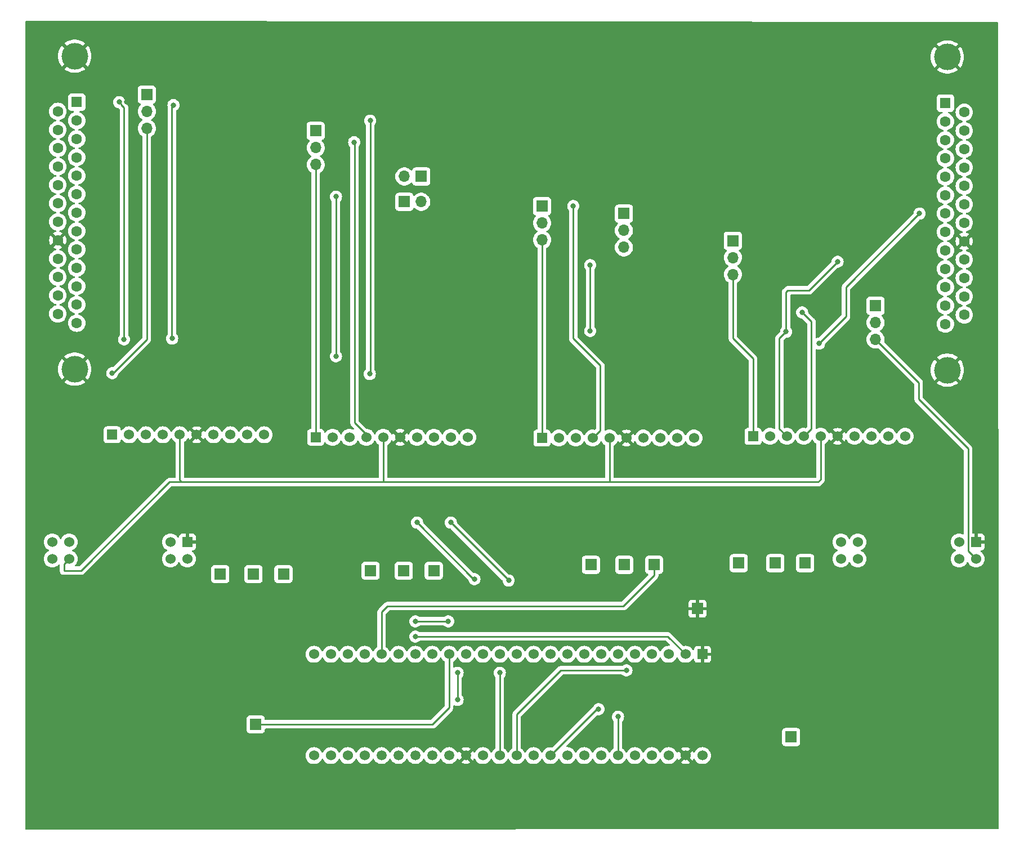
<source format=gbr>
%TF.GenerationSoftware,KiCad,Pcbnew,8.0.6*%
%TF.CreationDate,2025-01-19T12:17:07-08:00*%
%TF.ProjectId,DFboard2,4446626f-6172-4643-922e-6b696361645f,Rev0.1*%
%TF.SameCoordinates,Original*%
%TF.FileFunction,Copper,L2,Bot*%
%TF.FilePolarity,Positive*%
%FSLAX46Y46*%
G04 Gerber Fmt 4.6, Leading zero omitted, Abs format (unit mm)*
G04 Created by KiCad (PCBNEW 8.0.6) date 2025-01-19 12:17:07*
%MOMM*%
%LPD*%
G01*
G04 APERTURE LIST*
%TA.AperFunction,ComponentPad*%
%ADD10R,1.700000X1.700000*%
%TD*%
%TA.AperFunction,ComponentPad*%
%ADD11O,1.700000X1.700000*%
%TD*%
%TA.AperFunction,ComponentPad*%
%ADD12R,1.524000X1.524000*%
%TD*%
%TA.AperFunction,ComponentPad*%
%ADD13C,1.524000*%
%TD*%
%TA.AperFunction,ComponentPad*%
%ADD14C,4.000000*%
%TD*%
%TA.AperFunction,ComponentPad*%
%ADD15R,1.600000X1.600000*%
%TD*%
%TA.AperFunction,ComponentPad*%
%ADD16C,1.600000*%
%TD*%
%TA.AperFunction,ComponentPad*%
%ADD17C,1.514000*%
%TD*%
%TA.AperFunction,ViaPad*%
%ADD18C,0.800000*%
%TD*%
%TA.AperFunction,Conductor*%
%ADD19C,0.254000*%
%TD*%
G04 APERTURE END LIST*
D10*
%TO.P,JP5,1,A*%
%TO.N,Net-(JP5-A)*%
X111379000Y-42164000D03*
D11*
%TO.P,JP5,2,C*%
%TO.N,Net-(JP5-C)*%
X111379000Y-44704000D03*
%TO.P,JP5,3,B*%
%TO.N,unconnected-(JP5-B-Pad3)*%
X111379000Y-47244000D03*
%TD*%
D10*
%TO.P,TP9,1,1*%
%TO.N,Net-(U4-R2_Out)*%
X115926000Y-94996000D03*
%TD*%
D12*
%TO.P,U6,1,Ground*%
%TO.N,GND*%
X164338000Y-91567000D03*
D13*
%TO.P,U6,2,Ground*%
%TO.N,unconnected-(U6-Ground-Pad2)*%
X161798000Y-91567000D03*
%TO.P,U6,8,Ground*%
%TO.N,unconnected-(U6-Ground-Pad8)*%
X146558000Y-91567000D03*
%TO.P,U6,9,Ground*%
%TO.N,unconnected-(U6-Ground-Pad9)*%
X144018000Y-91567000D03*
%TO.P,U6,10,3.3V*%
%TO.N,unconnected-(U6-3.3V-Pad10)*%
X144018000Y-94107000D03*
%TO.P,U6,11,3.3V*%
%TO.N,unconnected-(U6-3.3V-Pad11)*%
X146558000Y-94107000D03*
%TO.P,U6,17,3.3V*%
%TO.N,unconnected-(U6-3.3V-Pad17)*%
X161798000Y-94107000D03*
%TO.P,U6,18,3.3V*%
%TO.N,5V*%
X164338000Y-94107000D03*
%TD*%
D10*
%TO.P,JP1,1,A*%
%TO.N,Net-(J2-P14)*%
X39624000Y-24257000D03*
D11*
%TO.P,JP1,2,C*%
%TO.N,Net-(J1-P14)*%
X39624000Y-26797000D03*
%TO.P,JP1,3,B*%
%TO.N,Net-(JP1-B)*%
X39624000Y-29337000D03*
%TD*%
D10*
%TO.P,TP10,1,1*%
%TO.N,Net-(U5-R2_Out)*%
X138651000Y-94742000D03*
%TD*%
D12*
%TO.P,U4,1,T1_Out*%
%TO.N,Net-(JP3-B)*%
X99060000Y-75931000D03*
D13*
%TO.P,U4,2,T2_Out*%
%TO.N,unconnected-(U4-T2_Out-Pad2)*%
X101600000Y-75931000D03*
%TO.P,U4,3,R1_In*%
%TO.N,Net-(U4-R1_In)*%
X104140000Y-75931000D03*
%TO.P,U4,4,R2_In*%
%TO.N,Net-(J2-P20)*%
X106680000Y-75931000D03*
%TO.P,U4,5,3-5.5V*%
%TO.N,3V3*%
X109220000Y-75931000D03*
%TO.P,U4,6,GND*%
%TO.N,GND*%
X111760000Y-75931000D03*
%TO.P,U4,7,T1_In*%
%TO.N,/TX3*%
X114300000Y-75931000D03*
%TO.P,U4,8,T2_In*%
%TO.N,unconnected-(U4-T2_In-Pad8)*%
X116840000Y-75931000D03*
%TO.P,U4,9,R1_Out*%
%TO.N,/RX3*%
X119380000Y-75931000D03*
%TO.P,U4,10,R2_Out*%
%TO.N,Net-(U4-R2_Out)*%
X121920000Y-75931000D03*
%TD*%
D10*
%TO.P,JP4,1,A*%
%TO.N,Net-(J2-P22)*%
X127762000Y-46243000D03*
D11*
%TO.P,JP4,2,C*%
%TO.N,Net-(J1-P22)*%
X127762000Y-48783000D03*
%TO.P,JP4,3,B*%
%TO.N,Net-(JP4-B)*%
X127762000Y-51323000D03*
%TD*%
D10*
%TO.P,TP2,1,1*%
%TO.N,/TX1*%
X50673000Y-96393000D03*
%TD*%
D14*
%TO.P,J1,0,PAD*%
%TO.N,GND*%
X28783000Y-18470000D03*
X28783000Y-65570000D03*
D15*
%TO.P,J1,1,1*%
%TO.N,Net-(U2-R1_In)*%
X29083000Y-25400000D03*
D16*
%TO.P,J1,2,2*%
%TO.N,unconnected-(J1-Pad2)*%
X29083000Y-28170000D03*
%TO.P,J1,3,3*%
%TO.N,Net-(U3-R1_In)*%
X29083000Y-30940000D03*
%TO.P,J1,4,4*%
%TO.N,unconnected-(J1-Pad4)*%
X29083000Y-33710000D03*
%TO.P,J1,5,5*%
%TO.N,Net-(JP9-B)*%
X29083000Y-36480000D03*
%TO.P,J1,6,6*%
%TO.N,unconnected-(J1-Pad6)*%
X29083000Y-39250000D03*
%TO.P,J1,7,7*%
%TO.N,Net-(U4-R1_In)*%
X29083000Y-42020000D03*
%TO.P,J1,8,8*%
%TO.N,Net-(JP5-C)*%
X29083000Y-44790000D03*
%TO.P,J1,9,9*%
%TO.N,Net-(U5-R1_In)*%
X29083000Y-47560000D03*
%TO.P,J1,10,10*%
%TO.N,unconnected-(J1-Pad10)*%
X29083000Y-50330000D03*
%TO.P,J1,11,11*%
%TO.N,Net-(J1-P23)*%
X29083000Y-53100000D03*
%TO.P,J1,12,12*%
X29083000Y-55870000D03*
%TO.P,J1,13,13*%
X29083000Y-58640000D03*
%TO.P,J1,14,P14*%
%TO.N,Net-(J1-P14)*%
X26243000Y-26785000D03*
%TO.P,J1,15,P15*%
%TO.N,unconnected-(J1-P15-Pad15)*%
X26243000Y-29555000D03*
%TO.P,J1,16,P16*%
%TO.N,Net-(J1-P16)*%
X26243000Y-32325000D03*
%TO.P,J1,17,P17*%
%TO.N,unconnected-(J1-P17-Pad17)*%
X26243000Y-35095000D03*
%TO.P,J1,18,P18*%
%TO.N,Net-(J1-P18)*%
X26243000Y-37865000D03*
%TO.P,J1,19,P19*%
%TO.N,unconnected-(J1-P19-Pad19)*%
X26243000Y-40635000D03*
%TO.P,J1,20,P20*%
%TO.N,Net-(J1-P20)*%
X26243000Y-43405000D03*
%TO.P,J1,21,P21*%
%TO.N,GND*%
X26243000Y-46175000D03*
%TO.P,J1,22,P22*%
%TO.N,Net-(J1-P22)*%
X26243000Y-48945000D03*
%TO.P,J1,23,P23*%
%TO.N,Net-(J1-P23)*%
X26243000Y-51715000D03*
%TO.P,J1,24,P24*%
X26243000Y-54485000D03*
%TO.P,J1,25,P25*%
X26243000Y-57255000D03*
%TD*%
D14*
%TO.P,J2,0,PAD*%
%TO.N,GND*%
X160020000Y-65709000D03*
X160020000Y-18609000D03*
D15*
%TO.P,J2,1,1*%
%TO.N,Net-(U2-R1_In)*%
X159720000Y-25539000D03*
D16*
%TO.P,J2,2,2*%
%TO.N,unconnected-(J2-Pad2)*%
X159720000Y-28309000D03*
%TO.P,J2,3,3*%
%TO.N,Net-(U3-R1_In)*%
X159720000Y-31079000D03*
%TO.P,J2,4,4*%
%TO.N,unconnected-(J2-Pad4)*%
X159720000Y-33849000D03*
%TO.P,J2,5,5*%
%TO.N,Net-(JP9-A)*%
X159720000Y-36619000D03*
%TO.P,J2,6,6*%
%TO.N,unconnected-(J2-Pad6)*%
X159720000Y-39389000D03*
%TO.P,J2,7,7*%
%TO.N,Net-(U4-R1_In)*%
X159720000Y-42159000D03*
%TO.P,J2,8,8*%
%TO.N,Net-(JP5-A)*%
X159720000Y-44929000D03*
%TO.P,J2,9,9*%
%TO.N,Net-(U5-R1_In)*%
X159720000Y-47699000D03*
%TO.P,J2,10,10*%
%TO.N,unconnected-(J2-Pad10)*%
X159720000Y-50469000D03*
%TO.P,J2,11,11*%
%TO.N,Net-(J2-P23)*%
X159720000Y-53239000D03*
%TO.P,J2,12,12*%
X159720000Y-56009000D03*
%TO.P,J2,13,13*%
X159720000Y-58779000D03*
%TO.P,J2,14,P14*%
%TO.N,Net-(J2-P14)*%
X162560000Y-26924000D03*
%TO.P,J2,15,P15*%
%TO.N,unconnected-(J2-P15-Pad15)*%
X162560000Y-29694000D03*
%TO.P,J2,16,P16*%
%TO.N,Net-(J2-P16)*%
X162560000Y-32464000D03*
%TO.P,J2,17,P17*%
%TO.N,unconnected-(J2-P17-Pad17)*%
X162560000Y-35234000D03*
%TO.P,J2,18,P18*%
%TO.N,Net-(J2-P18)*%
X162560000Y-38004000D03*
%TO.P,J2,19,P19*%
%TO.N,unconnected-(J2-P19-Pad19)*%
X162560000Y-40774000D03*
%TO.P,J2,20,P20*%
%TO.N,Net-(J2-P20)*%
X162560000Y-43544000D03*
%TO.P,J2,21,P21*%
%TO.N,GND*%
X162560000Y-46314000D03*
%TO.P,J2,22,P22*%
%TO.N,Net-(J2-P22)*%
X162560000Y-49084000D03*
%TO.P,J2,23,P23*%
%TO.N,Net-(J2-P23)*%
X162560000Y-51854000D03*
%TO.P,J2,24,P24*%
X162560000Y-54624000D03*
%TO.P,J2,25,P25*%
X162560000Y-57394000D03*
%TD*%
D10*
%TO.P,TP1,1,1*%
%TO.N,/RX1*%
X55673000Y-96393000D03*
%TD*%
%TO.P,TP3,1,1*%
%TO.N,/RX2*%
X78279000Y-95885000D03*
%TD*%
D12*
%TO.P,U1,1,Ground*%
%TO.N,GND*%
X45720000Y-91567000D03*
D13*
%TO.P,U1,2,Ground*%
%TO.N,unconnected-(U1-Ground-Pad2)*%
X43180000Y-91567000D03*
%TO.P,U1,8,Ground*%
%TO.N,unconnected-(U1-Ground-Pad8)*%
X27940000Y-91567000D03*
%TO.P,U1,9,Ground*%
%TO.N,unconnected-(U1-Ground-Pad9)*%
X25400000Y-91567000D03*
%TO.P,U1,10,3.3V*%
%TO.N,unconnected-(U1-3.3V-Pad10)*%
X25400000Y-94107000D03*
%TO.P,U1,11,3.3V*%
%TO.N,3V3*%
X27940000Y-94107000D03*
%TO.P,U1,17,3.3V*%
%TO.N,unconnected-(U1-3.3V-Pad17)*%
X43180000Y-94107000D03*
%TO.P,U1,18,3.3V*%
%TO.N,unconnected-(U1-3.3V-Pad18)*%
X45720000Y-94107000D03*
%TD*%
D10*
%TO.P,TP11,1,1*%
%TO.N,/RX6*%
X82779000Y-95885000D03*
%TD*%
D12*
%TO.P,J13,1,1*%
%TO.N,GND*%
X123190000Y-108458000D03*
D13*
%TO.P,J13,2,2*%
%TO.N,/RX1*%
X120650000Y-108458000D03*
%TO.P,J13,3,3*%
%TO.N,/TX1*%
X118110000Y-108458000D03*
%TO.P,J13,4,4*%
%TO.N,unconnected-(J13-Pad4)*%
X115570000Y-108458000D03*
%TO.P,J13,5,5*%
%TO.N,unconnected-(J13-Pad5)*%
X113030000Y-108458000D03*
%TO.P,J13,6,6*%
%TO.N,unconnected-(J13-Pad6)*%
X110490000Y-108458000D03*
%TO.P,J13,7,7*%
%TO.N,unconnected-(J13-Pad7)*%
X107950000Y-108458000D03*
%TO.P,J13,8,8*%
%TO.N,unconnected-(J13-Pad8)*%
X105410000Y-108458000D03*
%TO.P,J13,9,9*%
%TO.N,/RX2*%
X102870000Y-108458000D03*
%TO.P,J13,10,10*%
%TO.N,/TX2*%
X100330000Y-108458000D03*
%TO.P,J13,11,11*%
%TO.N,unconnected-(J13-Pad11)*%
X97790000Y-108458000D03*
%TO.P,J13,12,12*%
%TO.N,unconnected-(J13-Pad12)*%
X95250000Y-108458000D03*
%TO.P,J13,13,13*%
%TO.N,unconnected-(J13-Pad13)*%
X92710000Y-108458000D03*
%TO.P,J13,14,14*%
%TO.N,unconnected-(J13-Pad14)*%
X90170000Y-108458000D03*
%TO.P,J13,15,15*%
%TO.N,unconnected-(J13-Pad15)*%
X87630000Y-108458000D03*
%TO.P,J13,16,16*%
%TO.N,Net-(J13-Pad16)*%
X85090000Y-108458000D03*
%TO.P,J13,17,17*%
%TO.N,/RX6*%
X82550000Y-108458000D03*
%TO.P,J13,18,18*%
%TO.N,unconnected-(J13-Pad18)*%
X80010000Y-108458000D03*
%TO.P,J13,19,19*%
%TO.N,unconnected-(J13-Pad19)*%
X77470000Y-108458000D03*
%TO.P,J13,20,20*%
%TO.N,Net-(U4-R2_Out)*%
X74930000Y-108458000D03*
%TO.P,J13,21,21*%
%TO.N,unconnected-(J13-Pad21)*%
X72390000Y-108458000D03*
%TO.P,J13,22,22*%
%TO.N,unconnected-(J13-Pad22)*%
X69850000Y-108458000D03*
%TO.P,J13,23,23*%
%TO.N,unconnected-(J13-Pad23)*%
X67310000Y-108458000D03*
%TO.P,J13,24,24*%
%TO.N,unconnected-(J13-Pad24)*%
X64770000Y-108458000D03*
%TO.P,J13,25,25*%
%TO.N,Net-(D1-K)*%
X64770000Y-123698000D03*
%TO.P,J13,26,26*%
%TO.N,Net-(U5-R2_Out)*%
X67310000Y-123698000D03*
%TO.P,J13,27,27*%
%TO.N,unconnected-(J13-Pad27)*%
X69850000Y-123698000D03*
%TO.P,J13,28,28*%
%TO.N,unconnected-(J13-Pad28)*%
X72390000Y-123698000D03*
D17*
%TO.P,J13,29,29*%
%TO.N,Net-(D2-K)*%
X74930000Y-123698000D03*
%TO.P,J13,30,30*%
%TO.N,Net-(D3-K)*%
X77470000Y-123698000D03*
%TO.P,J13,31,31*%
%TO.N,Net-(D4-K)*%
X80010000Y-123698000D03*
%TO.P,J13,32,32*%
%TO.N,unconnected-(J13-Pad32)*%
X82550000Y-123698000D03*
%TO.P,J13,33,33*%
%TO.N,unconnected-(J13-Pad33)*%
X85090000Y-123698000D03*
%TO.P,J13,34,34*%
%TO.N,GND*%
X87630000Y-123698000D03*
D13*
%TO.P,J13,35,35*%
%TO.N,Net-(D5-K)*%
X90170000Y-123698000D03*
%TO.P,J13,36,36*%
%TO.N,/TX3*%
X92710000Y-123698000D03*
%TO.P,J13,37,37*%
%TO.N,/RX3*%
X95250000Y-123698000D03*
%TO.P,J13,38,38*%
%TO.N,/RX4*%
X97790000Y-123698000D03*
%TO.P,J13,39,39*%
%TO.N,/TX4*%
X100330000Y-123698000D03*
%TO.P,J13,40,40*%
%TO.N,unconnected-(J13-Pad40)*%
X102870000Y-123698000D03*
%TO.P,J13,41,41*%
%TO.N,unconnected-(J13-Pad41)*%
X105410000Y-123698000D03*
%TO.P,J13,42,42*%
%TO.N,/TX5*%
X107950000Y-123698000D03*
%TO.P,J13,43,43*%
%TO.N,/RX5*%
X110490000Y-123698000D03*
%TO.P,J13,44,44*%
%TO.N,unconnected-(J13-Pad44)*%
X113030000Y-123698000D03*
%TO.P,J13,45,45*%
%TO.N,unconnected-(J13-Pad45)*%
X115570000Y-123698000D03*
%TO.P,J13,46,46*%
%TO.N,unconnected-(J13-Pad46)*%
X118110000Y-123698000D03*
%TO.P,J13,47,47*%
%TO.N,GND*%
X120650000Y-123698000D03*
%TO.P,J13,48,48*%
%TO.N,3V3*%
X123190000Y-123698000D03*
%TD*%
D10*
%TO.P,TP14,1,1*%
%TO.N,/TX5*%
X136525000Y-120904000D03*
%TD*%
D12*
%TO.P,U2,1,T1_Out*%
%TO.N,Net-(JP1-B)*%
X34417000Y-75438000D03*
D13*
%TO.P,U2,2,T2_Out*%
%TO.N,unconnected-(U2-T2_Out-Pad2)*%
X36957000Y-75438000D03*
%TO.P,U2,3,R1_In*%
%TO.N,Net-(U2-R1_In)*%
X39497000Y-75438000D03*
%TO.P,U2,4,R2_In*%
%TO.N,Net-(J2-P14)*%
X42037000Y-75438000D03*
%TO.P,U2,5,3-5.5V*%
%TO.N,3V3*%
X44577000Y-75438000D03*
%TO.P,U2,6,GND*%
%TO.N,GND*%
X47117000Y-75438000D03*
%TO.P,U2,7,T1_In*%
%TO.N,/TX1*%
X49657000Y-75438000D03*
%TO.P,U2,8,T2_In*%
%TO.N,unconnected-(U2-T2_In-Pad8)*%
X52197000Y-75438000D03*
%TO.P,U2,9,R1_Out*%
%TO.N,/RX1*%
X54737000Y-75438000D03*
%TO.P,U2,10,R2_Out*%
%TO.N,/RX5*%
X57277000Y-75438000D03*
%TD*%
D10*
%TO.P,TP5,1,1*%
%TO.N,/RX3*%
X111426000Y-94996000D03*
%TD*%
%TO.P,TP16,1,1*%
%TO.N,GND*%
X122428000Y-101600000D03*
%TD*%
%TO.P,JP9,1,A*%
%TO.N,Net-(JP9-A)*%
X80899000Y-36576000D03*
D11*
%TO.P,JP9,2,B*%
%TO.N,Net-(JP9-B)*%
X78359000Y-36576000D03*
%TD*%
D12*
%TO.P,U5,1,T1_Out*%
%TO.N,Net-(JP4-B)*%
X130810000Y-75677000D03*
D13*
%TO.P,U5,2,T2_Out*%
%TO.N,unconnected-(U5-T2_Out-Pad2)*%
X133350000Y-75677000D03*
%TO.P,U5,3,R1_In*%
%TO.N,Net-(U5-R1_In)*%
X135890000Y-75677000D03*
%TO.P,U5,4,R2_In*%
%TO.N,Net-(J2-P22)*%
X138430000Y-75677000D03*
%TO.P,U5,5,3-5.5V*%
%TO.N,3V3*%
X140970000Y-75677000D03*
%TO.P,U5,6,GND*%
%TO.N,GND*%
X143510000Y-75677000D03*
%TO.P,U5,7,T1_In*%
%TO.N,/TX4*%
X146050000Y-75677000D03*
%TO.P,U5,8,T2_In*%
%TO.N,unconnected-(U5-T2_In-Pad8)*%
X148590000Y-75677000D03*
%TO.P,U5,9,R1_Out*%
%TO.N,/RX4*%
X151130000Y-75677000D03*
%TO.P,U5,10,R2_Out*%
%TO.N,Net-(U5-R2_Out)*%
X153670000Y-75677000D03*
%TD*%
D10*
%TO.P,JP2,1,A*%
%TO.N,Net-(J2-P16)*%
X65024000Y-29718000D03*
D11*
%TO.P,JP2,2,C*%
%TO.N,Net-(J1-P16)*%
X65024000Y-32258000D03*
%TO.P,JP2,3,B*%
%TO.N,Net-(JP2-B)*%
X65024000Y-34798000D03*
%TD*%
D10*
%TO.P,TP12,1,1*%
%TO.N,/RX5*%
X60173000Y-96393000D03*
%TD*%
%TO.P,TP7,1,1*%
%TO.N,/RX4*%
X134151000Y-94742000D03*
%TD*%
%TO.P,TP13,1,1*%
%TO.N,Net-(J13-Pad16)*%
X56007000Y-118999000D03*
%TD*%
%TO.P,JP8,1,A*%
%TO.N,Net-(J1-P18)*%
X78359000Y-40386000D03*
D11*
%TO.P,JP8,2,B*%
%TO.N,Net-(J2-P18)*%
X80899000Y-40386000D03*
%TD*%
D10*
%TO.P,TP8,1,1*%
%TO.N,/TX4*%
X128651000Y-94742000D03*
%TD*%
D12*
%TO.P,U3,1,T1_Out*%
%TO.N,Net-(JP2-B)*%
X65024000Y-75819000D03*
D13*
%TO.P,U3,2,T2_Out*%
%TO.N,unconnected-(U3-T2_Out-Pad2)*%
X67564000Y-75819000D03*
%TO.P,U3,3,R1_In*%
%TO.N,Net-(U3-R1_In)*%
X70104000Y-75819000D03*
%TO.P,U3,4,R2_In*%
%TO.N,Net-(J2-P16)*%
X72644000Y-75819000D03*
%TO.P,U3,5,3-5.5V*%
%TO.N,3V3*%
X75184000Y-75819000D03*
%TO.P,U3,6,GND*%
%TO.N,GND*%
X77724000Y-75819000D03*
%TO.P,U3,7,T1_In*%
%TO.N,/TX2*%
X80264000Y-75819000D03*
%TO.P,U3,8,T2_In*%
%TO.N,unconnected-(U3-T2_In-Pad8)*%
X82804000Y-75819000D03*
%TO.P,U3,9,R1_Out*%
%TO.N,/RX2*%
X85344000Y-75819000D03*
%TO.P,U3,10,R2_Out*%
%TO.N,/RX6*%
X87884000Y-75819000D03*
%TD*%
D10*
%TO.P,JP7,1,A*%
%TO.N,Net-(J2-P23)*%
X149225000Y-56022000D03*
D11*
%TO.P,JP7,2,C*%
%TO.N,Net-(J1-P23)*%
X149225000Y-58562000D03*
%TO.P,JP7,3,B*%
%TO.N,5V*%
X149225000Y-61102000D03*
%TD*%
D10*
%TO.P,TP4,1,1*%
%TO.N,/TX2*%
X73279000Y-95885000D03*
%TD*%
%TO.P,JP3,1,A*%
%TO.N,Net-(J2-P20)*%
X99060000Y-41036000D03*
D11*
%TO.P,JP3,2,C*%
%TO.N,Net-(J1-P20)*%
X99060000Y-43576000D03*
%TO.P,JP3,3,B*%
%TO.N,Net-(JP3-B)*%
X99060000Y-46116000D03*
%TD*%
D10*
%TO.P,TP6,1,1*%
%TO.N,/TX3*%
X106426000Y-94996000D03*
%TD*%
D18*
%TO.N,/RX1*%
X80010000Y-105791000D03*
%TO.N,/RX2*%
X94043500Y-97345500D03*
X85344000Y-88646000D03*
%TO.N,/TX2*%
X88900000Y-97155000D03*
X80264000Y-88646000D03*
%TO.N,/RX5*%
X86360000Y-111252000D03*
X110490000Y-117856000D03*
X80010000Y-103505000D03*
X86360000Y-115316000D03*
X84963000Y-103505000D03*
%TO.N,Net-(U2-R1_In)*%
X36195000Y-61087000D03*
X35471197Y-25400000D03*
%TO.N,/TX4*%
X107569000Y-116713000D03*
%TO.N,/RX3*%
X111760000Y-110871000D03*
%TO.N,/TX3*%
X92710000Y-111252000D03*
%TO.N,Net-(U3-R1_In)*%
X73152000Y-66294000D03*
X73215500Y-28194000D03*
%TO.N,GND*%
X155956000Y-35121800D03*
X33401000Y-40767000D03*
X40767000Y-73025000D03*
X107823000Y-51943000D03*
X36703000Y-66040000D03*
X61722000Y-30734000D03*
X33401000Y-37465000D03*
X33020000Y-34544000D03*
X155956000Y-37211000D03*
X155956000Y-33295800D03*
X35687000Y-73025000D03*
X83185000Y-36068000D03*
X67691000Y-28517800D03*
X75438000Y-38354000D03*
X155956000Y-26739800D03*
X34290000Y-48895000D03*
X61722000Y-33401000D03*
X137160000Y-61849000D03*
X41402000Y-59944000D03*
X83312000Y-41529000D03*
X34163000Y-32512000D03*
X155956000Y-29845000D03*
X45847000Y-72898000D03*
X33528000Y-24384000D03*
X67691000Y-30861000D03*
X155956000Y-23114000D03*
X36576000Y-25400000D03*
X33528000Y-28067000D03*
X34290000Y-46228000D03*
X96075500Y-51879500D03*
X155956000Y-24961800D03*
X150241000Y-45212000D03*
%TO.N,Net-(U4-R1_In)*%
X68072000Y-63627000D03*
X155829000Y-42164000D03*
X140716000Y-61722000D03*
X68072000Y-39624000D03*
%TO.N,Net-(U5-R1_In)*%
X135763000Y-59944000D03*
X143510000Y-49403000D03*
X106299000Y-59817000D03*
X106299000Y-49911000D03*
%TO.N,Net-(J2-P22)*%
X138176000Y-57023000D03*
%TO.N,Net-(J2-P14)*%
X43624500Y-25844500D03*
X43434000Y-60960000D03*
%TO.N,Net-(J2-P20)*%
X103759000Y-41021000D03*
%TO.N,Net-(J2-P16)*%
X70802500Y-31432500D03*
%TO.N,Net-(JP1-B)*%
X34417000Y-66167000D03*
%TD*%
D19*
%TO.N,/RX1*%
X117983000Y-105791000D02*
X120650000Y-108458000D01*
X80010000Y-105791000D02*
X117983000Y-105791000D01*
%TO.N,/RX2*%
X85344000Y-88646000D02*
X94043500Y-97345500D01*
X94043500Y-97345500D02*
X94107000Y-97409000D01*
%TO.N,/TX2*%
X88773000Y-97155000D02*
X88900000Y-97155000D01*
X80264000Y-88646000D02*
X88773000Y-97155000D01*
%TO.N,/RX5*%
X86360000Y-111252000D02*
X86360000Y-115316000D01*
X80010000Y-103505000D02*
X84963000Y-103505000D01*
X110490000Y-123698000D02*
X110490000Y-117856000D01*
X110490000Y-117856000D02*
X110490000Y-117729000D01*
%TO.N,Net-(U2-R1_In)*%
X35744200Y-25744543D02*
X36195000Y-26195343D01*
X36195000Y-26195343D02*
X36195000Y-61087000D01*
X35744200Y-25673003D02*
X35744200Y-25744543D01*
X35471197Y-25400000D02*
X35744200Y-25673003D01*
%TO.N,/TX4*%
X107569000Y-116713000D02*
X107315000Y-116713000D01*
X107315000Y-116713000D02*
X100330000Y-123698000D01*
%TO.N,/RX3*%
X95250000Y-123698000D02*
X95250000Y-117475000D01*
X95250000Y-117475000D02*
X101854000Y-110871000D01*
X101854000Y-110871000D02*
X111760000Y-110871000D01*
%TO.N,/TX3*%
X92710000Y-111252000D02*
X92710000Y-111125000D01*
X92710000Y-123698000D02*
X92710000Y-111252000D01*
%TO.N,Net-(U3-R1_In)*%
X73215500Y-66230500D02*
X73152000Y-66294000D01*
X73215500Y-28194000D02*
X73215500Y-66230500D01*
%TO.N,GND*%
X33528000Y-28067000D02*
X33655000Y-28067000D01*
%TO.N,Net-(U4-R1_In)*%
X68072000Y-39624000D02*
X68072000Y-63627000D01*
X68072000Y-63627000D02*
X68199000Y-63754000D01*
X144780000Y-53213000D02*
X155829000Y-42164000D01*
X144780000Y-57658000D02*
X144780000Y-53213000D01*
X140716000Y-61722000D02*
X144780000Y-57658000D01*
%TO.N,Net-(U5-R1_In)*%
X143510000Y-49403000D02*
X139192000Y-53721000D01*
X134747000Y-74534000D02*
X135890000Y-75677000D01*
X135763000Y-59944000D02*
X134747000Y-60960000D01*
X106299000Y-49911000D02*
X106299000Y-59817000D01*
X136017000Y-53721000D02*
X135763000Y-53975000D01*
X135763000Y-53975000D02*
X135763000Y-59944000D01*
X134747000Y-60960000D02*
X134747000Y-74534000D01*
X139192000Y-53721000D02*
X136017000Y-53721000D01*
%TO.N,Net-(J2-P22)*%
X139573000Y-58420000D02*
X139573000Y-74534000D01*
X139573000Y-74534000D02*
X138430000Y-75677000D01*
X138176000Y-57023000D02*
X139573000Y-58420000D01*
%TO.N,Net-(J2-P14)*%
X43624500Y-25844500D02*
X43383200Y-26085800D01*
X43383200Y-26085800D02*
X43383200Y-60909200D01*
X43383200Y-60909200D02*
X43434000Y-60960000D01*
%TO.N,Net-(J2-P20)*%
X107823000Y-65024000D02*
X107823000Y-74788000D01*
X103759000Y-41036000D02*
X103759000Y-60960000D01*
X103759000Y-60960000D02*
X107823000Y-65024000D01*
X107823000Y-74788000D02*
X106680000Y-75931000D01*
%TO.N,Net-(J2-P16)*%
X70802500Y-31432500D02*
X70866000Y-31496000D01*
X70866000Y-73660000D02*
X72644000Y-75438000D01*
X70866000Y-31496000D02*
X70866000Y-73660000D01*
X72644000Y-75438000D02*
X72644000Y-75819000D01*
%TO.N,5V*%
X155702000Y-67579000D02*
X155702000Y-70104000D01*
X163144200Y-92913200D02*
X164338000Y-94107000D01*
X155702000Y-70104000D02*
X163144200Y-77546200D01*
X163144200Y-77546200D02*
X163144200Y-92913200D01*
X149225000Y-61102000D02*
X155702000Y-67579000D01*
%TO.N,Net-(J13-Pad16)*%
X56007000Y-118999000D02*
X82550000Y-118999000D01*
X82550000Y-118999000D02*
X85090000Y-116459000D01*
X85090000Y-108458000D02*
X85090000Y-116459000D01*
%TO.N,3V3*%
X27178000Y-94869000D02*
X27940000Y-94107000D01*
X29718000Y-95885000D02*
X43053000Y-82550000D01*
X44767500Y-82486500D02*
X44831000Y-82550000D01*
X44831000Y-82550000D02*
X75184000Y-82550000D01*
X44577000Y-75438000D02*
X44577000Y-82296000D01*
X140589000Y-82550000D02*
X140970000Y-82169000D01*
X27178000Y-95885000D02*
X27178000Y-94869000D01*
X75184000Y-75819000D02*
X75184000Y-82550000D01*
X43053000Y-82550000D02*
X44704000Y-82550000D01*
X140970000Y-82169000D02*
X140970000Y-75677000D01*
X75184000Y-82550000D02*
X109220000Y-82550000D01*
X44577000Y-82296000D02*
X44767500Y-82486500D01*
X44704000Y-82550000D02*
X44767500Y-82486500D01*
X109220000Y-82550000D02*
X140589000Y-82550000D01*
X27178000Y-95885000D02*
X29718000Y-95885000D01*
X109220000Y-75931000D02*
X109220000Y-82550000D01*
%TO.N,Net-(U4-R2_Out)*%
X74930000Y-102108000D02*
X75819000Y-101219000D01*
X75819000Y-101219000D02*
X111252000Y-101219000D01*
X115926000Y-96545000D02*
X115926000Y-94996000D01*
X111252000Y-101219000D02*
X115926000Y-96545000D01*
X74930000Y-108458000D02*
X74930000Y-102108000D01*
%TO.N,Net-(JP1-B)*%
X39624000Y-61087000D02*
X34544000Y-66167000D01*
X39624000Y-29337000D02*
X39624000Y-61087000D01*
X34544000Y-66167000D02*
X34417000Y-66167000D01*
%TO.N,Net-(JP2-B)*%
X65024000Y-34798000D02*
X65024000Y-75819000D01*
%TO.N,Net-(JP3-B)*%
X99060000Y-46116000D02*
X99060000Y-75931000D01*
%TO.N,Net-(JP4-B)*%
X130810000Y-64008000D02*
X130810000Y-75677000D01*
X127762000Y-51323000D02*
X127762000Y-60960000D01*
X127762000Y-60960000D02*
X130810000Y-64008000D01*
%TD*%
%TA.AperFunction,Conductor*%
%TO.N,GND*%
G36*
X167516238Y-13334892D02*
G01*
X167583259Y-13354635D01*
X167628968Y-13407478D01*
X167640129Y-13458762D01*
X167766870Y-134622977D01*
X167747256Y-134690037D01*
X167694499Y-134735847D01*
X167642978Y-134747107D01*
X21460108Y-134873892D01*
X21393051Y-134854266D01*
X21347250Y-134801501D01*
X21336000Y-134749892D01*
X21336000Y-123697997D01*
X63494647Y-123697997D01*
X63494647Y-123698002D01*
X63514021Y-123919457D01*
X63514022Y-123919465D01*
X63571558Y-124134191D01*
X63571559Y-124134193D01*
X63571560Y-124134196D01*
X63604934Y-124205767D01*
X63665511Y-124335676D01*
X63665512Y-124335677D01*
X63793023Y-124517781D01*
X63950219Y-124674977D01*
X64132323Y-124802488D01*
X64333804Y-124896440D01*
X64548537Y-124953978D01*
X64706724Y-124967817D01*
X64769998Y-124973353D01*
X64770000Y-124973353D01*
X64770002Y-124973353D01*
X64827369Y-124968334D01*
X64991463Y-124953978D01*
X65206196Y-124896440D01*
X65407677Y-124802488D01*
X65589781Y-124674977D01*
X65746977Y-124517781D01*
X65874488Y-124335677D01*
X65927618Y-124221738D01*
X65973790Y-124169299D01*
X66040983Y-124150147D01*
X66107865Y-124170363D01*
X66152382Y-124221739D01*
X66204341Y-124333167D01*
X66205512Y-124335677D01*
X66333023Y-124517781D01*
X66490219Y-124674977D01*
X66672323Y-124802488D01*
X66873804Y-124896440D01*
X67088537Y-124953978D01*
X67246724Y-124967817D01*
X67309998Y-124973353D01*
X67310000Y-124973353D01*
X67310002Y-124973353D01*
X67367369Y-124968334D01*
X67531463Y-124953978D01*
X67746196Y-124896440D01*
X67947677Y-124802488D01*
X68129781Y-124674977D01*
X68286977Y-124517781D01*
X68414488Y-124335677D01*
X68467618Y-124221738D01*
X68513790Y-124169299D01*
X68580983Y-124150147D01*
X68647865Y-124170363D01*
X68692382Y-124221739D01*
X68744341Y-124333167D01*
X68745512Y-124335677D01*
X68873023Y-124517781D01*
X69030219Y-124674977D01*
X69212323Y-124802488D01*
X69413804Y-124896440D01*
X69628537Y-124953978D01*
X69786724Y-124967817D01*
X69849998Y-124973353D01*
X69850000Y-124973353D01*
X69850002Y-124973353D01*
X69907369Y-124968334D01*
X70071463Y-124953978D01*
X70286196Y-124896440D01*
X70487677Y-124802488D01*
X70669781Y-124674977D01*
X70826977Y-124517781D01*
X70954488Y-124335677D01*
X71007618Y-124221738D01*
X71053790Y-124169299D01*
X71120983Y-124150147D01*
X71187865Y-124170363D01*
X71232382Y-124221739D01*
X71284341Y-124333167D01*
X71285512Y-124335677D01*
X71413023Y-124517781D01*
X71570219Y-124674977D01*
X71752323Y-124802488D01*
X71953804Y-124896440D01*
X72168537Y-124953978D01*
X72326724Y-124967817D01*
X72389998Y-124973353D01*
X72390000Y-124973353D01*
X72390002Y-124973353D01*
X72447369Y-124968334D01*
X72611463Y-124953978D01*
X72826196Y-124896440D01*
X73027677Y-124802488D01*
X73209781Y-124674977D01*
X73366977Y-124517781D01*
X73494488Y-124335677D01*
X73550376Y-124215823D01*
X73596548Y-124163384D01*
X73663741Y-124144232D01*
X73730623Y-124164447D01*
X73775140Y-124215823D01*
X73777899Y-124221739D01*
X73829858Y-124333167D01*
X73956868Y-124514555D01*
X74113445Y-124671132D01*
X74294833Y-124798142D01*
X74415572Y-124854443D01*
X74495513Y-124891720D01*
X74495515Y-124891720D01*
X74495520Y-124891723D01*
X74709409Y-124949035D01*
X74866974Y-124962820D01*
X74929998Y-124968334D01*
X74930000Y-124968334D01*
X74930002Y-124968334D01*
X74985147Y-124963509D01*
X75150591Y-124949035D01*
X75364480Y-124891723D01*
X75565167Y-124798142D01*
X75746555Y-124671132D01*
X75903132Y-124514555D01*
X76030142Y-124333167D01*
X76087618Y-124209907D01*
X76133790Y-124157468D01*
X76200983Y-124138316D01*
X76267864Y-124158531D01*
X76312382Y-124209908D01*
X76369041Y-124331416D01*
X76369858Y-124333167D01*
X76496868Y-124514555D01*
X76653445Y-124671132D01*
X76834833Y-124798142D01*
X76955572Y-124854443D01*
X77035513Y-124891720D01*
X77035515Y-124891720D01*
X77035520Y-124891723D01*
X77249409Y-124949035D01*
X77406974Y-124962820D01*
X77469998Y-124968334D01*
X77470000Y-124968334D01*
X77470002Y-124968334D01*
X77525147Y-124963509D01*
X77690591Y-124949035D01*
X77904480Y-124891723D01*
X78105167Y-124798142D01*
X78286555Y-124671132D01*
X78443132Y-124514555D01*
X78570142Y-124333167D01*
X78627618Y-124209907D01*
X78673790Y-124157468D01*
X78740983Y-124138316D01*
X78807864Y-124158531D01*
X78852382Y-124209908D01*
X78909041Y-124331416D01*
X78909858Y-124333167D01*
X79036868Y-124514555D01*
X79193445Y-124671132D01*
X79374833Y-124798142D01*
X79495572Y-124854443D01*
X79575513Y-124891720D01*
X79575515Y-124891720D01*
X79575520Y-124891723D01*
X79789409Y-124949035D01*
X79946974Y-124962820D01*
X80009998Y-124968334D01*
X80010000Y-124968334D01*
X80010002Y-124968334D01*
X80065147Y-124963509D01*
X80230591Y-124949035D01*
X80444480Y-124891723D01*
X80645167Y-124798142D01*
X80826555Y-124671132D01*
X80983132Y-124514555D01*
X81110142Y-124333167D01*
X81167618Y-124209907D01*
X81213790Y-124157468D01*
X81280983Y-124138316D01*
X81347864Y-124158531D01*
X81392382Y-124209908D01*
X81449041Y-124331416D01*
X81449858Y-124333167D01*
X81576868Y-124514555D01*
X81733445Y-124671132D01*
X81914833Y-124798142D01*
X82035572Y-124854443D01*
X82115513Y-124891720D01*
X82115515Y-124891720D01*
X82115520Y-124891723D01*
X82329409Y-124949035D01*
X82486974Y-124962820D01*
X82549998Y-124968334D01*
X82550000Y-124968334D01*
X82550002Y-124968334D01*
X82605147Y-124963509D01*
X82770591Y-124949035D01*
X82984480Y-124891723D01*
X83185167Y-124798142D01*
X83366555Y-124671132D01*
X83523132Y-124514555D01*
X83650142Y-124333167D01*
X83707618Y-124209907D01*
X83753790Y-124157468D01*
X83820983Y-124138316D01*
X83887864Y-124158531D01*
X83932382Y-124209908D01*
X83989041Y-124331416D01*
X83989858Y-124333167D01*
X84116868Y-124514555D01*
X84273445Y-124671132D01*
X84454833Y-124798142D01*
X84575572Y-124854443D01*
X84655513Y-124891720D01*
X84655515Y-124891720D01*
X84655520Y-124891723D01*
X84869409Y-124949035D01*
X85026974Y-124962820D01*
X85089998Y-124968334D01*
X85090000Y-124968334D01*
X85090002Y-124968334D01*
X85145147Y-124963509D01*
X85310591Y-124949035D01*
X85524480Y-124891723D01*
X85725167Y-124798142D01*
X85906555Y-124671132D01*
X86063132Y-124514555D01*
X86190142Y-124333167D01*
X86252308Y-124199848D01*
X86298477Y-124147414D01*
X86365671Y-124128261D01*
X86432552Y-124148476D01*
X86477070Y-124199852D01*
X86537246Y-124328900D01*
X86581848Y-124392597D01*
X87249000Y-123725445D01*
X87249000Y-123748160D01*
X87274964Y-123845061D01*
X87325124Y-123931940D01*
X87396060Y-124002876D01*
X87482939Y-124053036D01*
X87579840Y-124079000D01*
X87602553Y-124079000D01*
X86935401Y-124746151D01*
X86999095Y-124790751D01*
X86999103Y-124790755D01*
X87198431Y-124883703D01*
X87198445Y-124883708D01*
X87410884Y-124940630D01*
X87410894Y-124940632D01*
X87629999Y-124959802D01*
X87630001Y-124959802D01*
X87849105Y-124940632D01*
X87849115Y-124940630D01*
X88061554Y-124883708D01*
X88061568Y-124883703D01*
X88260896Y-124790755D01*
X88324596Y-124746150D01*
X87657448Y-124079000D01*
X87680160Y-124079000D01*
X87777061Y-124053036D01*
X87863940Y-124002876D01*
X87934876Y-123931940D01*
X87985036Y-123845061D01*
X88011000Y-123748160D01*
X88011000Y-123725446D01*
X88678150Y-124392596D01*
X88722752Y-124328900D01*
X88780169Y-124205768D01*
X88826341Y-124153329D01*
X88893535Y-124134176D01*
X88960416Y-124154391D01*
X89004934Y-124205767D01*
X89065511Y-124335676D01*
X89065512Y-124335677D01*
X89193023Y-124517781D01*
X89350219Y-124674977D01*
X89532323Y-124802488D01*
X89733804Y-124896440D01*
X89948537Y-124953978D01*
X90106724Y-124967817D01*
X90169998Y-124973353D01*
X90170000Y-124973353D01*
X90170002Y-124973353D01*
X90227369Y-124968334D01*
X90391463Y-124953978D01*
X90606196Y-124896440D01*
X90807677Y-124802488D01*
X90989781Y-124674977D01*
X91146977Y-124517781D01*
X91274488Y-124335677D01*
X91327618Y-124221738D01*
X91373790Y-124169299D01*
X91440983Y-124150147D01*
X91507865Y-124170363D01*
X91552382Y-124221739D01*
X91604341Y-124333167D01*
X91605512Y-124335677D01*
X91733023Y-124517781D01*
X91890219Y-124674977D01*
X92072323Y-124802488D01*
X92273804Y-124896440D01*
X92488537Y-124953978D01*
X92646724Y-124967817D01*
X92709998Y-124973353D01*
X92710000Y-124973353D01*
X92710002Y-124973353D01*
X92767369Y-124968334D01*
X92931463Y-124953978D01*
X93146196Y-124896440D01*
X93347677Y-124802488D01*
X93529781Y-124674977D01*
X93686977Y-124517781D01*
X93814488Y-124335677D01*
X93867618Y-124221738D01*
X93913790Y-124169299D01*
X93980983Y-124150147D01*
X94047865Y-124170363D01*
X94092382Y-124221739D01*
X94144341Y-124333167D01*
X94145512Y-124335677D01*
X94273023Y-124517781D01*
X94430219Y-124674977D01*
X94612323Y-124802488D01*
X94813804Y-124896440D01*
X95028537Y-124953978D01*
X95186724Y-124967817D01*
X95249998Y-124973353D01*
X95250000Y-124973353D01*
X95250002Y-124973353D01*
X95307369Y-124968334D01*
X95471463Y-124953978D01*
X95686196Y-124896440D01*
X95887677Y-124802488D01*
X96069781Y-124674977D01*
X96226977Y-124517781D01*
X96354488Y-124335677D01*
X96407618Y-124221738D01*
X96453790Y-124169299D01*
X96520983Y-124150147D01*
X96587865Y-124170363D01*
X96632382Y-124221739D01*
X96684341Y-124333167D01*
X96685512Y-124335677D01*
X96813023Y-124517781D01*
X96970219Y-124674977D01*
X97152323Y-124802488D01*
X97353804Y-124896440D01*
X97568537Y-124953978D01*
X97726724Y-124967817D01*
X97789998Y-124973353D01*
X97790000Y-124973353D01*
X97790002Y-124973353D01*
X97847369Y-124968334D01*
X98011463Y-124953978D01*
X98226196Y-124896440D01*
X98427677Y-124802488D01*
X98609781Y-124674977D01*
X98766977Y-124517781D01*
X98894488Y-124335677D01*
X98947618Y-124221738D01*
X98993790Y-124169299D01*
X99060983Y-124150147D01*
X99127865Y-124170363D01*
X99172382Y-124221739D01*
X99224341Y-124333167D01*
X99225512Y-124335677D01*
X99353023Y-124517781D01*
X99510219Y-124674977D01*
X99692323Y-124802488D01*
X99893804Y-124896440D01*
X100108537Y-124953978D01*
X100266724Y-124967817D01*
X100329998Y-124973353D01*
X100330000Y-124973353D01*
X100330002Y-124973353D01*
X100387369Y-124968334D01*
X100551463Y-124953978D01*
X100766196Y-124896440D01*
X100967677Y-124802488D01*
X101149781Y-124674977D01*
X101306977Y-124517781D01*
X101434488Y-124335677D01*
X101487618Y-124221738D01*
X101533790Y-124169299D01*
X101600983Y-124150147D01*
X101667865Y-124170363D01*
X101712382Y-124221739D01*
X101764341Y-124333167D01*
X101765512Y-124335677D01*
X101893023Y-124517781D01*
X102050219Y-124674977D01*
X102232323Y-124802488D01*
X102433804Y-124896440D01*
X102648537Y-124953978D01*
X102806724Y-124967817D01*
X102869998Y-124973353D01*
X102870000Y-124973353D01*
X102870002Y-124973353D01*
X102927369Y-124968334D01*
X103091463Y-124953978D01*
X103306196Y-124896440D01*
X103507677Y-124802488D01*
X103689781Y-124674977D01*
X103846977Y-124517781D01*
X103974488Y-124335677D01*
X104027618Y-124221738D01*
X104073790Y-124169299D01*
X104140983Y-124150147D01*
X104207865Y-124170363D01*
X104252382Y-124221739D01*
X104304341Y-124333167D01*
X104305512Y-124335677D01*
X104433023Y-124517781D01*
X104590219Y-124674977D01*
X104772323Y-124802488D01*
X104973804Y-124896440D01*
X105188537Y-124953978D01*
X105346724Y-124967817D01*
X105409998Y-124973353D01*
X105410000Y-124973353D01*
X105410002Y-124973353D01*
X105467369Y-124968334D01*
X105631463Y-124953978D01*
X105846196Y-124896440D01*
X106047677Y-124802488D01*
X106229781Y-124674977D01*
X106386977Y-124517781D01*
X106514488Y-124335677D01*
X106567618Y-124221738D01*
X106613790Y-124169299D01*
X106680983Y-124150147D01*
X106747865Y-124170363D01*
X106792382Y-124221739D01*
X106844341Y-124333167D01*
X106845512Y-124335677D01*
X106973023Y-124517781D01*
X107130219Y-124674977D01*
X107312323Y-124802488D01*
X107513804Y-124896440D01*
X107728537Y-124953978D01*
X107886724Y-124967817D01*
X107949998Y-124973353D01*
X107950000Y-124973353D01*
X107950002Y-124973353D01*
X108007369Y-124968334D01*
X108171463Y-124953978D01*
X108386196Y-124896440D01*
X108587677Y-124802488D01*
X108769781Y-124674977D01*
X108926977Y-124517781D01*
X109054488Y-124335677D01*
X109107618Y-124221738D01*
X109153790Y-124169299D01*
X109220983Y-124150147D01*
X109287865Y-124170363D01*
X109332382Y-124221739D01*
X109384341Y-124333167D01*
X109385512Y-124335677D01*
X109513023Y-124517781D01*
X109670219Y-124674977D01*
X109852323Y-124802488D01*
X110053804Y-124896440D01*
X110268537Y-124953978D01*
X110426724Y-124967817D01*
X110489998Y-124973353D01*
X110490000Y-124973353D01*
X110490002Y-124973353D01*
X110547369Y-124968334D01*
X110711463Y-124953978D01*
X110926196Y-124896440D01*
X111127677Y-124802488D01*
X111309781Y-124674977D01*
X111466977Y-124517781D01*
X111594488Y-124335677D01*
X111647618Y-124221738D01*
X111693790Y-124169299D01*
X111760983Y-124150147D01*
X111827865Y-124170363D01*
X111872382Y-124221739D01*
X111924341Y-124333167D01*
X111925512Y-124335677D01*
X112053023Y-124517781D01*
X112210219Y-124674977D01*
X112392323Y-124802488D01*
X112593804Y-124896440D01*
X112808537Y-124953978D01*
X112966724Y-124967817D01*
X113029998Y-124973353D01*
X113030000Y-124973353D01*
X113030002Y-124973353D01*
X113087369Y-124968334D01*
X113251463Y-124953978D01*
X113466196Y-124896440D01*
X113667677Y-124802488D01*
X113849781Y-124674977D01*
X114006977Y-124517781D01*
X114134488Y-124335677D01*
X114187618Y-124221738D01*
X114233790Y-124169299D01*
X114300983Y-124150147D01*
X114367865Y-124170363D01*
X114412382Y-124221739D01*
X114464341Y-124333167D01*
X114465512Y-124335677D01*
X114593023Y-124517781D01*
X114750219Y-124674977D01*
X114932323Y-124802488D01*
X115133804Y-124896440D01*
X115348537Y-124953978D01*
X115506724Y-124967817D01*
X115569998Y-124973353D01*
X115570000Y-124973353D01*
X115570002Y-124973353D01*
X115627369Y-124968334D01*
X115791463Y-124953978D01*
X116006196Y-124896440D01*
X116207677Y-124802488D01*
X116389781Y-124674977D01*
X116546977Y-124517781D01*
X116674488Y-124335677D01*
X116727618Y-124221738D01*
X116773790Y-124169299D01*
X116840983Y-124150147D01*
X116907865Y-124170363D01*
X116952382Y-124221739D01*
X117004341Y-124333167D01*
X117005512Y-124335677D01*
X117133023Y-124517781D01*
X117290219Y-124674977D01*
X117472323Y-124802488D01*
X117673804Y-124896440D01*
X117888537Y-124953978D01*
X118046724Y-124967817D01*
X118109998Y-124973353D01*
X118110000Y-124973353D01*
X118110002Y-124973353D01*
X118167369Y-124968334D01*
X118331463Y-124953978D01*
X118546196Y-124896440D01*
X118747677Y-124802488D01*
X118929781Y-124674977D01*
X119086977Y-124517781D01*
X119214488Y-124335677D01*
X119272307Y-124211682D01*
X119318479Y-124159243D01*
X119385672Y-124140091D01*
X119452554Y-124160306D01*
X119497071Y-124211683D01*
X119552898Y-124331405D01*
X119552901Y-124331411D01*
X119598258Y-124396187D01*
X119598259Y-124396188D01*
X120269000Y-123725447D01*
X120269000Y-123748160D01*
X120294964Y-123845061D01*
X120345124Y-123931940D01*
X120416060Y-124002876D01*
X120502939Y-124053036D01*
X120599840Y-124079000D01*
X120622553Y-124079000D01*
X119951810Y-124749740D01*
X120016590Y-124795099D01*
X120016592Y-124795100D01*
X120216715Y-124888419D01*
X120216729Y-124888424D01*
X120430013Y-124945573D01*
X120430023Y-124945575D01*
X120649999Y-124964821D01*
X120650001Y-124964821D01*
X120869976Y-124945575D01*
X120869986Y-124945573D01*
X121083270Y-124888424D01*
X121083284Y-124888419D01*
X121283407Y-124795100D01*
X121283417Y-124795094D01*
X121348188Y-124749741D01*
X120677448Y-124079000D01*
X120700160Y-124079000D01*
X120797061Y-124053036D01*
X120883940Y-124002876D01*
X120954876Y-123931940D01*
X121005036Y-123845061D01*
X121031000Y-123748160D01*
X121031000Y-123725447D01*
X121701741Y-124396188D01*
X121747094Y-124331417D01*
X121747095Y-124331416D01*
X121802927Y-124211683D01*
X121849099Y-124159244D01*
X121916293Y-124140091D01*
X121983174Y-124160306D01*
X122027692Y-124211682D01*
X122085511Y-124335676D01*
X122085512Y-124335677D01*
X122213023Y-124517781D01*
X122370219Y-124674977D01*
X122552323Y-124802488D01*
X122753804Y-124896440D01*
X122968537Y-124953978D01*
X123126724Y-124967817D01*
X123189998Y-124973353D01*
X123190000Y-124973353D01*
X123190002Y-124973353D01*
X123247369Y-124968334D01*
X123411463Y-124953978D01*
X123626196Y-124896440D01*
X123827677Y-124802488D01*
X124009781Y-124674977D01*
X124166977Y-124517781D01*
X124294488Y-124335677D01*
X124388440Y-124134196D01*
X124445978Y-123919463D01*
X124465353Y-123698000D01*
X124445978Y-123476537D01*
X124388440Y-123261804D01*
X124294488Y-123060324D01*
X124294485Y-123060320D01*
X124294485Y-123060319D01*
X124166978Y-122878220D01*
X124166975Y-122878217D01*
X124009781Y-122721023D01*
X123844435Y-122605246D01*
X123827676Y-122593511D01*
X123726936Y-122546536D01*
X123626196Y-122499560D01*
X123626193Y-122499559D01*
X123626191Y-122499558D01*
X123411465Y-122442022D01*
X123411457Y-122442021D01*
X123190002Y-122422647D01*
X123189998Y-122422647D01*
X122968542Y-122442021D01*
X122968535Y-122442022D01*
X122753800Y-122499561D01*
X122552323Y-122593512D01*
X122552319Y-122593514D01*
X122370217Y-122721023D01*
X122213023Y-122878217D01*
X122085514Y-123060319D01*
X122085514Y-123060320D01*
X122027692Y-123184318D01*
X121981519Y-123236757D01*
X121914325Y-123255908D01*
X121847444Y-123235692D01*
X121802928Y-123184316D01*
X121747098Y-123064589D01*
X121747097Y-123064587D01*
X121701741Y-122999811D01*
X121701740Y-122999810D01*
X121031000Y-123670551D01*
X121031000Y-123647840D01*
X121005036Y-123550939D01*
X120954876Y-123464060D01*
X120883940Y-123393124D01*
X120797061Y-123342964D01*
X120700160Y-123317000D01*
X120677448Y-123317000D01*
X121348188Y-122646259D01*
X121348187Y-122646258D01*
X121283411Y-122600901D01*
X121283405Y-122600898D01*
X121083284Y-122507580D01*
X121083270Y-122507575D01*
X120869986Y-122450426D01*
X120869976Y-122450424D01*
X120650001Y-122431179D01*
X120649999Y-122431179D01*
X120430023Y-122450424D01*
X120430013Y-122450426D01*
X120216729Y-122507575D01*
X120216720Y-122507579D01*
X120016590Y-122600901D01*
X119951811Y-122646258D01*
X120622553Y-123317000D01*
X120599840Y-123317000D01*
X120502939Y-123342964D01*
X120416060Y-123393124D01*
X120345124Y-123464060D01*
X120294964Y-123550939D01*
X120269000Y-123647840D01*
X120269000Y-123670553D01*
X119598258Y-122999811D01*
X119552901Y-123064590D01*
X119497071Y-123184317D01*
X119450898Y-123236756D01*
X119383705Y-123255908D01*
X119316824Y-123235692D01*
X119272307Y-123184317D01*
X119217648Y-123067101D01*
X119214488Y-123060324D01*
X119214485Y-123060320D01*
X119214485Y-123060319D01*
X119086978Y-122878220D01*
X119086975Y-122878217D01*
X118929781Y-122721023D01*
X118764435Y-122605246D01*
X118747676Y-122593511D01*
X118646936Y-122546536D01*
X118546196Y-122499560D01*
X118546193Y-122499559D01*
X118546191Y-122499558D01*
X118331465Y-122442022D01*
X118331457Y-122442021D01*
X118110002Y-122422647D01*
X118109998Y-122422647D01*
X117888542Y-122442021D01*
X117888535Y-122442022D01*
X117673800Y-122499561D01*
X117472323Y-122593512D01*
X117472319Y-122593514D01*
X117290217Y-122721023D01*
X117133023Y-122878217D01*
X117005514Y-123060319D01*
X117005512Y-123060323D01*
X116952382Y-123174261D01*
X116906209Y-123226700D01*
X116839016Y-123245852D01*
X116772135Y-123225636D01*
X116727618Y-123174261D01*
X116677648Y-123067101D01*
X116674488Y-123060324D01*
X116674485Y-123060320D01*
X116674485Y-123060319D01*
X116546978Y-122878220D01*
X116546975Y-122878217D01*
X116389781Y-122721023D01*
X116224435Y-122605246D01*
X116207676Y-122593511D01*
X116106936Y-122546536D01*
X116006196Y-122499560D01*
X116006193Y-122499559D01*
X116006191Y-122499558D01*
X115791465Y-122442022D01*
X115791457Y-122442021D01*
X115570002Y-122422647D01*
X115569998Y-122422647D01*
X115348542Y-122442021D01*
X115348535Y-122442022D01*
X115133800Y-122499561D01*
X114932323Y-122593512D01*
X114932319Y-122593514D01*
X114750217Y-122721023D01*
X114593023Y-122878217D01*
X114465514Y-123060319D01*
X114465512Y-123060323D01*
X114412382Y-123174261D01*
X114366209Y-123226700D01*
X114299016Y-123245852D01*
X114232135Y-123225636D01*
X114187618Y-123174261D01*
X114137648Y-123067101D01*
X114134488Y-123060324D01*
X114134485Y-123060320D01*
X114134485Y-123060319D01*
X114006978Y-122878220D01*
X114006975Y-122878217D01*
X113849781Y-122721023D01*
X113684435Y-122605246D01*
X113667676Y-122593511D01*
X113566936Y-122546536D01*
X113466196Y-122499560D01*
X113466193Y-122499559D01*
X113466191Y-122499558D01*
X113251465Y-122442022D01*
X113251457Y-122442021D01*
X113030002Y-122422647D01*
X113029998Y-122422647D01*
X112808542Y-122442021D01*
X112808535Y-122442022D01*
X112593800Y-122499561D01*
X112392323Y-122593512D01*
X112392319Y-122593514D01*
X112210217Y-122721023D01*
X112053023Y-122878217D01*
X111925514Y-123060319D01*
X111925512Y-123060323D01*
X111872382Y-123174261D01*
X111826209Y-123226700D01*
X111759016Y-123245852D01*
X111692135Y-123225636D01*
X111647618Y-123174261D01*
X111597648Y-123067101D01*
X111594488Y-123060324D01*
X111594485Y-123060320D01*
X111594485Y-123060319D01*
X111466978Y-122878220D01*
X111466975Y-122878217D01*
X111309781Y-122721023D01*
X111297011Y-122712081D01*
X111178376Y-122629011D01*
X111134751Y-122574434D01*
X111125500Y-122527437D01*
X111125500Y-120005345D01*
X135166500Y-120005345D01*
X135166500Y-121802654D01*
X135173011Y-121863202D01*
X135173011Y-121863204D01*
X135224111Y-122000204D01*
X135311739Y-122117261D01*
X135428796Y-122204889D01*
X135565799Y-122255989D01*
X135593050Y-122258918D01*
X135626345Y-122262499D01*
X135626362Y-122262500D01*
X137423638Y-122262500D01*
X137423654Y-122262499D01*
X137450692Y-122259591D01*
X137484201Y-122255989D01*
X137621204Y-122204889D01*
X137738261Y-122117261D01*
X137825889Y-122000204D01*
X137876989Y-121863201D01*
X137880591Y-121829692D01*
X137883499Y-121802654D01*
X137883500Y-121802637D01*
X137883500Y-120005362D01*
X137883499Y-120005345D01*
X137878430Y-119958202D01*
X137876989Y-119944799D01*
X137825889Y-119807796D01*
X137738261Y-119690739D01*
X137621204Y-119603111D01*
X137484203Y-119552011D01*
X137423654Y-119545500D01*
X137423638Y-119545500D01*
X135626362Y-119545500D01*
X135626345Y-119545500D01*
X135565797Y-119552011D01*
X135565795Y-119552011D01*
X135428795Y-119603111D01*
X135311739Y-119690739D01*
X135224111Y-119807795D01*
X135173011Y-119944795D01*
X135173011Y-119944797D01*
X135166500Y-120005345D01*
X111125500Y-120005345D01*
X111125500Y-118555535D01*
X111145185Y-118488496D01*
X111157343Y-118472570D01*
X111229040Y-118392944D01*
X111324527Y-118227556D01*
X111383542Y-118045928D01*
X111403504Y-117856000D01*
X111383542Y-117666072D01*
X111324527Y-117484444D01*
X111229040Y-117319056D01*
X111101253Y-117177134D01*
X110946752Y-117064882D01*
X110772288Y-116987206D01*
X110772286Y-116987205D01*
X110585487Y-116947500D01*
X110394513Y-116947500D01*
X110207714Y-116987205D01*
X110033246Y-117064883D01*
X109878745Y-117177135D01*
X109750959Y-117319057D01*
X109655473Y-117484443D01*
X109655470Y-117484450D01*
X109620525Y-117592001D01*
X109596458Y-117666072D01*
X109576496Y-117856000D01*
X109596458Y-118045928D01*
X109596459Y-118045931D01*
X109655470Y-118227549D01*
X109655473Y-118227556D01*
X109750960Y-118392944D01*
X109822651Y-118472564D01*
X109852880Y-118535554D01*
X109854500Y-118555535D01*
X109854500Y-122527437D01*
X109834815Y-122594476D01*
X109801624Y-122629012D01*
X109670214Y-122721026D01*
X109513023Y-122878217D01*
X109385514Y-123060319D01*
X109385512Y-123060323D01*
X109332382Y-123174261D01*
X109286209Y-123226700D01*
X109219016Y-123245852D01*
X109152135Y-123225636D01*
X109107618Y-123174261D01*
X109057648Y-123067101D01*
X109054488Y-123060324D01*
X109054485Y-123060320D01*
X109054485Y-123060319D01*
X108926978Y-122878220D01*
X108926975Y-122878217D01*
X108769781Y-122721023D01*
X108604435Y-122605246D01*
X108587676Y-122593511D01*
X108486936Y-122546536D01*
X108386196Y-122499560D01*
X108386193Y-122499559D01*
X108386191Y-122499558D01*
X108171465Y-122442022D01*
X108171457Y-122442021D01*
X107950002Y-122422647D01*
X107949998Y-122422647D01*
X107728542Y-122442021D01*
X107728535Y-122442022D01*
X107513800Y-122499561D01*
X107312323Y-122593512D01*
X107312319Y-122593514D01*
X107130217Y-122721023D01*
X106973023Y-122878217D01*
X106845514Y-123060319D01*
X106845512Y-123060323D01*
X106792382Y-123174261D01*
X106746209Y-123226700D01*
X106679016Y-123245852D01*
X106612135Y-123225636D01*
X106567618Y-123174261D01*
X106517648Y-123067101D01*
X106514488Y-123060324D01*
X106514485Y-123060320D01*
X106514485Y-123060319D01*
X106386978Y-122878220D01*
X106386975Y-122878217D01*
X106229781Y-122721023D01*
X106064435Y-122605246D01*
X106047676Y-122593511D01*
X105946936Y-122546536D01*
X105846196Y-122499560D01*
X105846193Y-122499559D01*
X105846191Y-122499558D01*
X105631465Y-122442022D01*
X105631457Y-122442021D01*
X105410002Y-122422647D01*
X105409998Y-122422647D01*
X105188542Y-122442021D01*
X105188535Y-122442022D01*
X104973800Y-122499561D01*
X104772323Y-122593512D01*
X104772319Y-122593514D01*
X104590217Y-122721023D01*
X104433023Y-122878217D01*
X104305514Y-123060319D01*
X104305512Y-123060323D01*
X104252382Y-123174261D01*
X104206209Y-123226700D01*
X104139016Y-123245852D01*
X104072135Y-123225636D01*
X104027618Y-123174261D01*
X103977648Y-123067101D01*
X103974488Y-123060324D01*
X103974485Y-123060320D01*
X103974485Y-123060319D01*
X103846978Y-122878220D01*
X103846975Y-122878217D01*
X103689781Y-122721023D01*
X103524435Y-122605246D01*
X103507676Y-122593511D01*
X103406936Y-122546536D01*
X103306196Y-122499560D01*
X103306193Y-122499559D01*
X103306191Y-122499558D01*
X103091465Y-122442022D01*
X103091457Y-122442021D01*
X102870002Y-122422647D01*
X102869996Y-122422647D01*
X102808391Y-122428036D01*
X102739891Y-122414269D01*
X102689709Y-122365653D01*
X102673776Y-122297624D01*
X102697152Y-122231781D01*
X102709898Y-122216833D01*
X107287126Y-117639605D01*
X107348447Y-117606122D01*
X107400581Y-117605998D01*
X107473513Y-117621500D01*
X107473515Y-117621500D01*
X107664487Y-117621500D01*
X107851288Y-117581794D01*
X108025752Y-117504118D01*
X108180253Y-117391866D01*
X108308040Y-117249944D01*
X108403527Y-117084556D01*
X108462542Y-116902928D01*
X108482504Y-116713000D01*
X108462542Y-116523072D01*
X108403527Y-116341444D01*
X108308040Y-116176056D01*
X108180253Y-116034134D01*
X108025752Y-115921882D01*
X107851288Y-115844206D01*
X107851286Y-115844205D01*
X107664487Y-115804500D01*
X107473513Y-115804500D01*
X107286714Y-115844205D01*
X107112246Y-115921883D01*
X106957745Y-116034135D01*
X106829959Y-116176057D01*
X106734473Y-116341443D01*
X106734470Y-116341451D01*
X106717992Y-116392162D01*
X106687743Y-116441522D01*
X100709173Y-122420092D01*
X100647850Y-122453577D01*
X100589401Y-122452187D01*
X100569907Y-122446964D01*
X100551463Y-122442022D01*
X100427524Y-122431179D01*
X100330002Y-122422647D01*
X100329998Y-122422647D01*
X100108542Y-122442021D01*
X100108535Y-122442022D01*
X99893800Y-122499561D01*
X99692323Y-122593512D01*
X99692319Y-122593514D01*
X99510217Y-122721023D01*
X99353023Y-122878217D01*
X99225514Y-123060319D01*
X99225512Y-123060323D01*
X99172382Y-123174261D01*
X99126209Y-123226700D01*
X99059016Y-123245852D01*
X98992135Y-123225636D01*
X98947618Y-123174261D01*
X98897648Y-123067101D01*
X98894488Y-123060324D01*
X98894485Y-123060320D01*
X98894485Y-123060319D01*
X98766978Y-122878220D01*
X98766975Y-122878217D01*
X98609781Y-122721023D01*
X98444435Y-122605246D01*
X98427676Y-122593511D01*
X98326936Y-122546536D01*
X98226196Y-122499560D01*
X98226193Y-122499559D01*
X98226191Y-122499558D01*
X98011465Y-122442022D01*
X98011457Y-122442021D01*
X97790002Y-122422647D01*
X97789998Y-122422647D01*
X97568542Y-122442021D01*
X97568535Y-122442022D01*
X97353800Y-122499561D01*
X97152323Y-122593512D01*
X97152319Y-122593514D01*
X96970217Y-122721023D01*
X96813023Y-122878217D01*
X96685514Y-123060319D01*
X96685512Y-123060323D01*
X96632382Y-123174261D01*
X96586209Y-123226700D01*
X96519016Y-123245852D01*
X96452135Y-123225636D01*
X96407618Y-123174261D01*
X96357648Y-123067101D01*
X96354488Y-123060324D01*
X96354485Y-123060320D01*
X96354485Y-123060319D01*
X96226978Y-122878220D01*
X96226975Y-122878217D01*
X96069781Y-122721023D01*
X96057011Y-122712081D01*
X95938376Y-122629011D01*
X95894751Y-122574434D01*
X95885500Y-122527437D01*
X95885500Y-117789595D01*
X95905185Y-117722556D01*
X95921819Y-117701914D01*
X102080914Y-111542819D01*
X102142237Y-111509334D01*
X102168595Y-111506500D01*
X111054491Y-111506500D01*
X111121530Y-111526185D01*
X111146641Y-111547527D01*
X111148747Y-111549866D01*
X111303248Y-111662118D01*
X111477712Y-111739794D01*
X111664513Y-111779500D01*
X111855487Y-111779500D01*
X112042288Y-111739794D01*
X112216752Y-111662118D01*
X112371253Y-111549866D01*
X112499040Y-111407944D01*
X112594527Y-111242556D01*
X112653542Y-111060928D01*
X112673504Y-110871000D01*
X112653542Y-110681072D01*
X112594527Y-110499444D01*
X112499040Y-110334056D01*
X112383981Y-110206270D01*
X112371254Y-110192135D01*
X112216753Y-110079883D01*
X112216752Y-110079882D01*
X112042288Y-110002206D01*
X112042286Y-110002205D01*
X111855487Y-109962500D01*
X111664513Y-109962500D01*
X111477714Y-110002205D01*
X111303246Y-110079883D01*
X111148745Y-110192135D01*
X111146642Y-110194472D01*
X111145084Y-110195431D01*
X111143912Y-110196487D01*
X111143719Y-110196272D01*
X111087155Y-110231120D01*
X111054491Y-110235500D01*
X101791404Y-110235500D01*
X101668638Y-110259920D01*
X101668626Y-110259923D01*
X101552984Y-110307823D01*
X101552971Y-110307830D01*
X101448892Y-110377374D01*
X101448888Y-110377377D01*
X96320339Y-115505928D01*
X94844892Y-116981375D01*
X94800632Y-117025634D01*
X94756373Y-117069893D01*
X94686830Y-117173971D01*
X94686823Y-117173984D01*
X94638923Y-117289626D01*
X94638920Y-117289638D01*
X94614500Y-117412404D01*
X94614500Y-122527437D01*
X94594815Y-122594476D01*
X94561624Y-122629012D01*
X94430214Y-122721026D01*
X94273023Y-122878217D01*
X94145514Y-123060319D01*
X94145512Y-123060323D01*
X94092382Y-123174261D01*
X94046209Y-123226700D01*
X93979016Y-123245852D01*
X93912135Y-123225636D01*
X93867618Y-123174261D01*
X93817648Y-123067101D01*
X93814488Y-123060324D01*
X93814485Y-123060320D01*
X93814485Y-123060319D01*
X93686978Y-122878220D01*
X93686975Y-122878217D01*
X93529781Y-122721023D01*
X93517011Y-122712081D01*
X93398376Y-122629011D01*
X93354751Y-122574434D01*
X93345500Y-122527437D01*
X93345500Y-111951535D01*
X93365185Y-111884496D01*
X93377343Y-111868570D01*
X93449040Y-111788944D01*
X93544527Y-111623556D01*
X93603542Y-111441928D01*
X93623504Y-111252000D01*
X93603542Y-111062072D01*
X93544527Y-110880444D01*
X93449040Y-110715056D01*
X93321253Y-110573134D01*
X93166752Y-110460882D01*
X92992288Y-110383206D01*
X92992286Y-110383205D01*
X92805487Y-110343500D01*
X92614513Y-110343500D01*
X92427714Y-110383205D01*
X92253246Y-110460883D01*
X92098745Y-110573135D01*
X91970959Y-110715057D01*
X91875473Y-110880443D01*
X91875470Y-110880450D01*
X91816459Y-111062068D01*
X91816458Y-111062072D01*
X91796496Y-111252000D01*
X91816458Y-111441928D01*
X91816459Y-111441931D01*
X91875470Y-111623549D01*
X91875473Y-111623556D01*
X91970960Y-111788944D01*
X92042651Y-111868564D01*
X92072880Y-111931554D01*
X92074500Y-111951535D01*
X92074500Y-122527437D01*
X92054815Y-122594476D01*
X92021624Y-122629012D01*
X91890214Y-122721026D01*
X91733023Y-122878217D01*
X91605514Y-123060319D01*
X91605512Y-123060323D01*
X91552382Y-123174261D01*
X91506209Y-123226700D01*
X91439016Y-123245852D01*
X91372135Y-123225636D01*
X91327618Y-123174261D01*
X91277648Y-123067101D01*
X91274488Y-123060324D01*
X91274485Y-123060320D01*
X91274485Y-123060319D01*
X91146978Y-122878220D01*
X91146975Y-122878217D01*
X90989781Y-122721023D01*
X90824435Y-122605246D01*
X90807676Y-122593511D01*
X90706936Y-122546536D01*
X90606196Y-122499560D01*
X90606193Y-122499559D01*
X90606191Y-122499558D01*
X90391465Y-122442022D01*
X90391457Y-122442021D01*
X90170002Y-122422647D01*
X90169998Y-122422647D01*
X89948542Y-122442021D01*
X89948535Y-122442022D01*
X89733800Y-122499561D01*
X89532323Y-122593512D01*
X89532319Y-122593514D01*
X89350217Y-122721023D01*
X89193023Y-122878217D01*
X89065514Y-123060319D01*
X89065512Y-123060324D01*
X89004934Y-123190232D01*
X88958761Y-123242671D01*
X88891567Y-123261823D01*
X88824686Y-123241607D01*
X88780169Y-123190231D01*
X88722750Y-123067094D01*
X88678151Y-123003401D01*
X88011000Y-123670552D01*
X88011000Y-123647840D01*
X87985036Y-123550939D01*
X87934876Y-123464060D01*
X87863940Y-123393124D01*
X87777061Y-123342964D01*
X87680160Y-123317000D01*
X87657447Y-123317000D01*
X88324597Y-122649848D01*
X88260900Y-122605246D01*
X88061563Y-122512295D01*
X88061554Y-122512291D01*
X87849115Y-122455369D01*
X87849105Y-122455367D01*
X87630001Y-122436198D01*
X87629999Y-122436198D01*
X87410894Y-122455367D01*
X87410884Y-122455369D01*
X87198445Y-122512291D01*
X87198436Y-122512295D01*
X86999103Y-122605245D01*
X86935401Y-122649848D01*
X87602554Y-123317000D01*
X87579840Y-123317000D01*
X87482939Y-123342964D01*
X87396060Y-123393124D01*
X87325124Y-123464060D01*
X87274964Y-123550939D01*
X87249000Y-123647840D01*
X87249000Y-123670553D01*
X86581848Y-123003401D01*
X86537246Y-123067101D01*
X86477070Y-123196148D01*
X86430897Y-123248586D01*
X86363703Y-123267738D01*
X86296822Y-123247522D01*
X86252306Y-123196146D01*
X86190142Y-123062833D01*
X86063132Y-122881445D01*
X85906555Y-122724868D01*
X85725167Y-122597858D01*
X85725163Y-122597856D01*
X85524486Y-122504279D01*
X85524475Y-122504275D01*
X85310592Y-122446965D01*
X85310585Y-122446964D01*
X85090002Y-122427666D01*
X85089998Y-122427666D01*
X84869414Y-122446964D01*
X84869407Y-122446965D01*
X84655524Y-122504275D01*
X84655513Y-122504279D01*
X84454836Y-122597856D01*
X84454834Y-122597857D01*
X84273444Y-122724868D01*
X84116868Y-122881444D01*
X83989857Y-123062834D01*
X83989856Y-123062836D01*
X83932382Y-123186091D01*
X83886210Y-123238531D01*
X83819017Y-123257683D01*
X83752135Y-123237467D01*
X83707618Y-123186091D01*
X83650961Y-123064590D01*
X83650142Y-123062833D01*
X83523132Y-122881445D01*
X83366555Y-122724868D01*
X83185167Y-122597858D01*
X83185163Y-122597856D01*
X82984486Y-122504279D01*
X82984475Y-122504275D01*
X82770592Y-122446965D01*
X82770585Y-122446964D01*
X82550002Y-122427666D01*
X82549998Y-122427666D01*
X82329414Y-122446964D01*
X82329407Y-122446965D01*
X82115524Y-122504275D01*
X82115513Y-122504279D01*
X81914836Y-122597856D01*
X81914834Y-122597857D01*
X81733444Y-122724868D01*
X81576868Y-122881444D01*
X81449857Y-123062834D01*
X81449856Y-123062836D01*
X81392382Y-123186091D01*
X81346210Y-123238531D01*
X81279017Y-123257683D01*
X81212135Y-123237467D01*
X81167618Y-123186091D01*
X81110961Y-123064590D01*
X81110142Y-123062833D01*
X80983132Y-122881445D01*
X80826555Y-122724868D01*
X80645167Y-122597858D01*
X80645163Y-122597856D01*
X80444486Y-122504279D01*
X80444475Y-122504275D01*
X80230592Y-122446965D01*
X80230585Y-122446964D01*
X80010002Y-122427666D01*
X80009998Y-122427666D01*
X79789414Y-122446964D01*
X79789407Y-122446965D01*
X79575524Y-122504275D01*
X79575513Y-122504279D01*
X79374836Y-122597856D01*
X79374834Y-122597857D01*
X79193444Y-122724868D01*
X79036868Y-122881444D01*
X78909857Y-123062834D01*
X78909856Y-123062836D01*
X78852382Y-123186091D01*
X78806210Y-123238531D01*
X78739017Y-123257683D01*
X78672135Y-123237467D01*
X78627618Y-123186091D01*
X78570961Y-123064590D01*
X78570142Y-123062833D01*
X78443132Y-122881445D01*
X78286555Y-122724868D01*
X78105167Y-122597858D01*
X78105163Y-122597856D01*
X77904486Y-122504279D01*
X77904475Y-122504275D01*
X77690592Y-122446965D01*
X77690585Y-122446964D01*
X77470002Y-122427666D01*
X77469998Y-122427666D01*
X77249414Y-122446964D01*
X77249407Y-122446965D01*
X77035524Y-122504275D01*
X77035513Y-122504279D01*
X76834836Y-122597856D01*
X76834834Y-122597857D01*
X76653444Y-122724868D01*
X76496868Y-122881444D01*
X76369857Y-123062834D01*
X76369856Y-123062836D01*
X76312382Y-123186091D01*
X76266210Y-123238531D01*
X76199017Y-123257683D01*
X76132135Y-123237467D01*
X76087618Y-123186091D01*
X76030961Y-123064590D01*
X76030142Y-123062833D01*
X75903132Y-122881445D01*
X75746555Y-122724868D01*
X75565167Y-122597858D01*
X75565163Y-122597856D01*
X75364486Y-122504279D01*
X75364475Y-122504275D01*
X75150592Y-122446965D01*
X75150585Y-122446964D01*
X74930002Y-122427666D01*
X74929998Y-122427666D01*
X74709414Y-122446964D01*
X74709407Y-122446965D01*
X74495524Y-122504275D01*
X74495513Y-122504279D01*
X74294836Y-122597856D01*
X74294834Y-122597857D01*
X74113444Y-122724868D01*
X73956868Y-122881444D01*
X73829857Y-123062833D01*
X73775140Y-123180176D01*
X73728968Y-123232615D01*
X73661774Y-123251767D01*
X73594893Y-123231551D01*
X73550376Y-123180176D01*
X73497648Y-123067101D01*
X73494488Y-123060324D01*
X73494485Y-123060320D01*
X73494485Y-123060319D01*
X73366978Y-122878220D01*
X73366975Y-122878217D01*
X73209781Y-122721023D01*
X73044435Y-122605246D01*
X73027676Y-122593511D01*
X72926936Y-122546536D01*
X72826196Y-122499560D01*
X72826193Y-122499559D01*
X72826191Y-122499558D01*
X72611465Y-122442022D01*
X72611457Y-122442021D01*
X72390002Y-122422647D01*
X72389998Y-122422647D01*
X72168542Y-122442021D01*
X72168535Y-122442022D01*
X71953800Y-122499561D01*
X71752323Y-122593512D01*
X71752319Y-122593514D01*
X71570217Y-122721023D01*
X71413023Y-122878217D01*
X71285514Y-123060319D01*
X71285512Y-123060323D01*
X71232382Y-123174261D01*
X71186209Y-123226700D01*
X71119016Y-123245852D01*
X71052135Y-123225636D01*
X71007618Y-123174261D01*
X70957648Y-123067101D01*
X70954488Y-123060324D01*
X70954485Y-123060320D01*
X70954485Y-123060319D01*
X70826978Y-122878220D01*
X70826975Y-122878217D01*
X70669781Y-122721023D01*
X70504435Y-122605246D01*
X70487676Y-122593511D01*
X70386936Y-122546536D01*
X70286196Y-122499560D01*
X70286193Y-122499559D01*
X70286191Y-122499558D01*
X70071465Y-122442022D01*
X70071457Y-122442021D01*
X69850002Y-122422647D01*
X69849998Y-122422647D01*
X69628542Y-122442021D01*
X69628535Y-122442022D01*
X69413800Y-122499561D01*
X69212323Y-122593512D01*
X69212319Y-122593514D01*
X69030217Y-122721023D01*
X68873023Y-122878217D01*
X68745514Y-123060319D01*
X68745512Y-123060323D01*
X68692382Y-123174261D01*
X68646209Y-123226700D01*
X68579016Y-123245852D01*
X68512135Y-123225636D01*
X68467618Y-123174261D01*
X68417648Y-123067101D01*
X68414488Y-123060324D01*
X68414485Y-123060320D01*
X68414485Y-123060319D01*
X68286978Y-122878220D01*
X68286975Y-122878217D01*
X68129781Y-122721023D01*
X67964435Y-122605246D01*
X67947676Y-122593511D01*
X67846936Y-122546536D01*
X67746196Y-122499560D01*
X67746193Y-122499559D01*
X67746191Y-122499558D01*
X67531465Y-122442022D01*
X67531457Y-122442021D01*
X67310002Y-122422647D01*
X67309998Y-122422647D01*
X67088542Y-122442021D01*
X67088535Y-122442022D01*
X66873800Y-122499561D01*
X66672323Y-122593512D01*
X66672319Y-122593514D01*
X66490217Y-122721023D01*
X66333023Y-122878217D01*
X66205514Y-123060319D01*
X66205512Y-123060323D01*
X66152382Y-123174261D01*
X66106209Y-123226700D01*
X66039016Y-123245852D01*
X65972135Y-123225636D01*
X65927618Y-123174261D01*
X65877648Y-123067101D01*
X65874488Y-123060324D01*
X65874485Y-123060320D01*
X65874485Y-123060319D01*
X65746978Y-122878220D01*
X65746975Y-122878217D01*
X65589781Y-122721023D01*
X65424435Y-122605246D01*
X65407676Y-122593511D01*
X65306936Y-122546536D01*
X65206196Y-122499560D01*
X65206193Y-122499559D01*
X65206191Y-122499558D01*
X64991465Y-122442022D01*
X64991457Y-122442021D01*
X64770002Y-122422647D01*
X64769998Y-122422647D01*
X64548542Y-122442021D01*
X64548535Y-122442022D01*
X64333800Y-122499561D01*
X64132323Y-122593512D01*
X64132319Y-122593514D01*
X63950217Y-122721023D01*
X63793023Y-122878217D01*
X63665514Y-123060319D01*
X63665512Y-123060323D01*
X63571561Y-123261800D01*
X63514022Y-123476535D01*
X63514021Y-123476542D01*
X63494647Y-123697997D01*
X21336000Y-123697997D01*
X21336000Y-118100345D01*
X54648500Y-118100345D01*
X54648500Y-119897654D01*
X54655011Y-119958202D01*
X54655011Y-119958204D01*
X54672601Y-120005362D01*
X54706111Y-120095204D01*
X54793739Y-120212261D01*
X54910796Y-120299889D01*
X55047799Y-120350989D01*
X55075050Y-120353918D01*
X55108345Y-120357499D01*
X55108362Y-120357500D01*
X56905638Y-120357500D01*
X56905654Y-120357499D01*
X56932692Y-120354591D01*
X56966201Y-120350989D01*
X57103204Y-120299889D01*
X57220261Y-120212261D01*
X57307889Y-120095204D01*
X57358989Y-119958201D01*
X57362591Y-119924692D01*
X57365499Y-119897654D01*
X57365500Y-119897637D01*
X57365500Y-119758500D01*
X57385185Y-119691461D01*
X57437989Y-119645706D01*
X57489500Y-119634500D01*
X82612592Y-119634500D01*
X82612593Y-119634499D01*
X82735369Y-119610078D01*
X82851022Y-119562173D01*
X82955108Y-119492625D01*
X85583625Y-116864108D01*
X85653173Y-116760022D01*
X85701078Y-116644369D01*
X85725500Y-116521591D01*
X85725500Y-116396409D01*
X85725500Y-116218922D01*
X85745185Y-116151883D01*
X85797989Y-116106128D01*
X85867147Y-116096184D01*
X85899935Y-116105642D01*
X85903244Y-116107115D01*
X85903248Y-116107118D01*
X86077712Y-116184794D01*
X86264513Y-116224500D01*
X86455487Y-116224500D01*
X86642288Y-116184794D01*
X86816752Y-116107118D01*
X86971253Y-115994866D01*
X87099040Y-115852944D01*
X87194527Y-115687556D01*
X87253542Y-115505928D01*
X87273504Y-115316000D01*
X87253542Y-115126072D01*
X87194527Y-114944444D01*
X87099040Y-114779056D01*
X87027350Y-114699436D01*
X86997120Y-114636444D01*
X86995500Y-114616464D01*
X86995500Y-111951535D01*
X87015185Y-111884496D01*
X87027343Y-111868570D01*
X87099040Y-111788944D01*
X87194527Y-111623556D01*
X87253542Y-111441928D01*
X87273504Y-111252000D01*
X87253542Y-111062072D01*
X87194527Y-110880444D01*
X87099040Y-110715056D01*
X86971253Y-110573134D01*
X86816752Y-110460882D01*
X86642288Y-110383206D01*
X86642286Y-110383205D01*
X86455487Y-110343500D01*
X86264513Y-110343500D01*
X86077714Y-110383205D01*
X85899935Y-110462357D01*
X85830685Y-110471641D01*
X85767409Y-110442012D01*
X85730196Y-110382877D01*
X85725500Y-110349077D01*
X85725500Y-109628562D01*
X85745185Y-109561523D01*
X85778372Y-109526990D01*
X85909781Y-109434977D01*
X86066977Y-109277781D01*
X86194488Y-109095677D01*
X86247618Y-108981738D01*
X86293790Y-108929299D01*
X86360983Y-108910147D01*
X86427865Y-108930363D01*
X86472381Y-108981738D01*
X86525512Y-109095677D01*
X86653023Y-109277781D01*
X86810219Y-109434977D01*
X86992323Y-109562488D01*
X87193804Y-109656440D01*
X87408537Y-109713978D01*
X87566724Y-109727817D01*
X87629998Y-109733353D01*
X87630000Y-109733353D01*
X87630002Y-109733353D01*
X87685365Y-109728509D01*
X87851463Y-109713978D01*
X88066196Y-109656440D01*
X88267677Y-109562488D01*
X88449781Y-109434977D01*
X88606977Y-109277781D01*
X88734488Y-109095677D01*
X88787618Y-108981738D01*
X88833790Y-108929299D01*
X88900983Y-108910147D01*
X88967865Y-108930363D01*
X89012381Y-108981738D01*
X89065512Y-109095677D01*
X89193023Y-109277781D01*
X89350219Y-109434977D01*
X89532323Y-109562488D01*
X89733804Y-109656440D01*
X89948537Y-109713978D01*
X90106724Y-109727817D01*
X90169998Y-109733353D01*
X90170000Y-109733353D01*
X90170002Y-109733353D01*
X90225365Y-109728509D01*
X90391463Y-109713978D01*
X90606196Y-109656440D01*
X90807677Y-109562488D01*
X90989781Y-109434977D01*
X91146977Y-109277781D01*
X91274488Y-109095677D01*
X91327618Y-108981738D01*
X91373790Y-108929299D01*
X91440983Y-108910147D01*
X91507865Y-108930363D01*
X91552381Y-108981738D01*
X91605512Y-109095677D01*
X91733023Y-109277781D01*
X91890219Y-109434977D01*
X92072323Y-109562488D01*
X92273804Y-109656440D01*
X92488537Y-109713978D01*
X92646724Y-109727817D01*
X92709998Y-109733353D01*
X92710000Y-109733353D01*
X92710002Y-109733353D01*
X92765365Y-109728509D01*
X92931463Y-109713978D01*
X93146196Y-109656440D01*
X93347677Y-109562488D01*
X93529781Y-109434977D01*
X93686977Y-109277781D01*
X93814488Y-109095677D01*
X93867618Y-108981738D01*
X93913790Y-108929299D01*
X93980983Y-108910147D01*
X94047865Y-108930363D01*
X94092381Y-108981738D01*
X94145512Y-109095677D01*
X94273023Y-109277781D01*
X94430219Y-109434977D01*
X94612323Y-109562488D01*
X94813804Y-109656440D01*
X95028537Y-109713978D01*
X95186724Y-109727817D01*
X95249998Y-109733353D01*
X95250000Y-109733353D01*
X95250002Y-109733353D01*
X95305365Y-109728509D01*
X95471463Y-109713978D01*
X95686196Y-109656440D01*
X95887677Y-109562488D01*
X96069781Y-109434977D01*
X96226977Y-109277781D01*
X96354488Y-109095677D01*
X96407618Y-108981738D01*
X96453790Y-108929299D01*
X96520983Y-108910147D01*
X96587865Y-108930363D01*
X96632381Y-108981738D01*
X96685512Y-109095677D01*
X96813023Y-109277781D01*
X96970219Y-109434977D01*
X97152323Y-109562488D01*
X97353804Y-109656440D01*
X97568537Y-109713978D01*
X97726724Y-109727817D01*
X97789998Y-109733353D01*
X97790000Y-109733353D01*
X97790002Y-109733353D01*
X97845365Y-109728509D01*
X98011463Y-109713978D01*
X98226196Y-109656440D01*
X98427677Y-109562488D01*
X98609781Y-109434977D01*
X98766977Y-109277781D01*
X98894488Y-109095677D01*
X98947618Y-108981738D01*
X98993790Y-108929299D01*
X99060983Y-108910147D01*
X99127865Y-108930363D01*
X99172381Y-108981738D01*
X99225512Y-109095677D01*
X99353023Y-109277781D01*
X99510219Y-109434977D01*
X99692323Y-109562488D01*
X99893804Y-109656440D01*
X100108537Y-109713978D01*
X100266724Y-109727817D01*
X100329998Y-109733353D01*
X100330000Y-109733353D01*
X100330002Y-109733353D01*
X100385365Y-109728509D01*
X100551463Y-109713978D01*
X100766196Y-109656440D01*
X100967677Y-109562488D01*
X101149781Y-109434977D01*
X101306977Y-109277781D01*
X101434488Y-109095677D01*
X101487618Y-108981738D01*
X101533790Y-108929299D01*
X101600983Y-108910147D01*
X101667865Y-108930363D01*
X101712381Y-108981738D01*
X101765512Y-109095677D01*
X101893023Y-109277781D01*
X102050219Y-109434977D01*
X102232323Y-109562488D01*
X102433804Y-109656440D01*
X102648537Y-109713978D01*
X102806724Y-109727817D01*
X102869998Y-109733353D01*
X102870000Y-109733353D01*
X102870002Y-109733353D01*
X102925365Y-109728509D01*
X103091463Y-109713978D01*
X103306196Y-109656440D01*
X103507677Y-109562488D01*
X103689781Y-109434977D01*
X103846977Y-109277781D01*
X103974488Y-109095677D01*
X104027618Y-108981738D01*
X104073790Y-108929299D01*
X104140983Y-108910147D01*
X104207865Y-108930363D01*
X104252381Y-108981738D01*
X104305512Y-109095677D01*
X104433023Y-109277781D01*
X104590219Y-109434977D01*
X104772323Y-109562488D01*
X104973804Y-109656440D01*
X105188537Y-109713978D01*
X105346724Y-109727817D01*
X105409998Y-109733353D01*
X105410000Y-109733353D01*
X105410002Y-109733353D01*
X105465365Y-109728509D01*
X105631463Y-109713978D01*
X105846196Y-109656440D01*
X106047677Y-109562488D01*
X106229781Y-109434977D01*
X106386977Y-109277781D01*
X106514488Y-109095677D01*
X106567618Y-108981738D01*
X106613790Y-108929299D01*
X106680983Y-108910147D01*
X106747865Y-108930363D01*
X106792381Y-108981738D01*
X106845512Y-109095677D01*
X106973023Y-109277781D01*
X107130219Y-109434977D01*
X107312323Y-109562488D01*
X107513804Y-109656440D01*
X107728537Y-109713978D01*
X107886724Y-109727817D01*
X107949998Y-109733353D01*
X107950000Y-109733353D01*
X107950002Y-109733353D01*
X108005365Y-109728509D01*
X108171463Y-109713978D01*
X108386196Y-109656440D01*
X108587677Y-109562488D01*
X108769781Y-109434977D01*
X108926977Y-109277781D01*
X109054488Y-109095677D01*
X109107618Y-108981738D01*
X109153790Y-108929299D01*
X109220983Y-108910147D01*
X109287865Y-108930363D01*
X109332381Y-108981738D01*
X109385512Y-109095677D01*
X109513023Y-109277781D01*
X109670219Y-109434977D01*
X109852323Y-109562488D01*
X110053804Y-109656440D01*
X110268537Y-109713978D01*
X110426724Y-109727817D01*
X110489998Y-109733353D01*
X110490000Y-109733353D01*
X110490002Y-109733353D01*
X110545365Y-109728509D01*
X110711463Y-109713978D01*
X110926196Y-109656440D01*
X111127677Y-109562488D01*
X111309781Y-109434977D01*
X111466977Y-109277781D01*
X111594488Y-109095677D01*
X111647618Y-108981738D01*
X111693790Y-108929299D01*
X111760983Y-108910147D01*
X111827865Y-108930363D01*
X111872381Y-108981738D01*
X111925512Y-109095677D01*
X112053023Y-109277781D01*
X112210219Y-109434977D01*
X112392323Y-109562488D01*
X112593804Y-109656440D01*
X112808537Y-109713978D01*
X112966724Y-109727817D01*
X113029998Y-109733353D01*
X113030000Y-109733353D01*
X113030002Y-109733353D01*
X113085365Y-109728509D01*
X113251463Y-109713978D01*
X113466196Y-109656440D01*
X113667677Y-109562488D01*
X113849781Y-109434977D01*
X114006977Y-109277781D01*
X114134488Y-109095677D01*
X114187618Y-108981738D01*
X114233790Y-108929299D01*
X114300983Y-108910147D01*
X114367865Y-108930363D01*
X114412381Y-108981738D01*
X114465512Y-109095677D01*
X114593023Y-109277781D01*
X114750219Y-109434977D01*
X114932323Y-109562488D01*
X115133804Y-109656440D01*
X115348537Y-109713978D01*
X115506724Y-109727817D01*
X115569998Y-109733353D01*
X115570000Y-109733353D01*
X115570002Y-109733353D01*
X115625365Y-109728509D01*
X115791463Y-109713978D01*
X116006196Y-109656440D01*
X116207677Y-109562488D01*
X116389781Y-109434977D01*
X116546977Y-109277781D01*
X116674488Y-109095677D01*
X116727618Y-108981738D01*
X116773790Y-108929299D01*
X116840983Y-108910147D01*
X116907865Y-108930363D01*
X116952381Y-108981738D01*
X117005512Y-109095677D01*
X117133023Y-109277781D01*
X117290219Y-109434977D01*
X117472323Y-109562488D01*
X117673804Y-109656440D01*
X117888537Y-109713978D01*
X118046724Y-109727817D01*
X118109998Y-109733353D01*
X118110000Y-109733353D01*
X118110002Y-109733353D01*
X118165365Y-109728509D01*
X118331463Y-109713978D01*
X118546196Y-109656440D01*
X118747677Y-109562488D01*
X118929781Y-109434977D01*
X119086977Y-109277781D01*
X119214488Y-109095677D01*
X119267618Y-108981738D01*
X119313790Y-108929299D01*
X119380983Y-108910147D01*
X119447865Y-108930363D01*
X119492381Y-108981738D01*
X119545512Y-109095677D01*
X119673023Y-109277781D01*
X119830219Y-109434977D01*
X120012323Y-109562488D01*
X120213804Y-109656440D01*
X120428537Y-109713978D01*
X120586724Y-109727817D01*
X120649998Y-109733353D01*
X120650000Y-109733353D01*
X120650002Y-109733353D01*
X120705365Y-109728509D01*
X120871463Y-109713978D01*
X121086196Y-109656440D01*
X121287677Y-109562488D01*
X121469781Y-109434977D01*
X121626977Y-109277781D01*
X121702427Y-109170027D01*
X121757002Y-109126404D01*
X121826501Y-109119212D01*
X121888855Y-109150734D01*
X121924269Y-109210964D01*
X121928000Y-109241153D01*
X121928000Y-109267844D01*
X121934401Y-109327372D01*
X121934403Y-109327379D01*
X121984645Y-109462086D01*
X121984649Y-109462093D01*
X122070809Y-109577187D01*
X122070812Y-109577190D01*
X122185906Y-109663350D01*
X122185913Y-109663354D01*
X122320620Y-109713596D01*
X122320627Y-109713598D01*
X122380155Y-109719999D01*
X122380172Y-109720000D01*
X122940000Y-109720000D01*
X122940000Y-108746816D01*
X122956060Y-108762876D01*
X123042939Y-108813036D01*
X123139840Y-108839000D01*
X123240160Y-108839000D01*
X123337061Y-108813036D01*
X123423940Y-108762876D01*
X123440000Y-108746816D01*
X123440000Y-109720000D01*
X123999828Y-109720000D01*
X123999844Y-109719999D01*
X124059372Y-109713598D01*
X124059379Y-109713596D01*
X124194086Y-109663354D01*
X124194093Y-109663350D01*
X124309187Y-109577190D01*
X124309190Y-109577187D01*
X124395350Y-109462093D01*
X124395354Y-109462086D01*
X124445596Y-109327379D01*
X124445598Y-109327372D01*
X124451999Y-109267844D01*
X124452000Y-109267827D01*
X124452000Y-108708000D01*
X123478816Y-108708000D01*
X123494876Y-108691940D01*
X123545036Y-108605061D01*
X123571000Y-108508160D01*
X123571000Y-108407840D01*
X123545036Y-108310939D01*
X123494876Y-108224060D01*
X123478816Y-108208000D01*
X124452000Y-108208000D01*
X124452000Y-107648172D01*
X124451999Y-107648155D01*
X124445598Y-107588627D01*
X124445596Y-107588620D01*
X124395354Y-107453913D01*
X124395350Y-107453906D01*
X124309190Y-107338812D01*
X124309187Y-107338809D01*
X124194093Y-107252649D01*
X124194086Y-107252645D01*
X124059379Y-107202403D01*
X124059372Y-107202401D01*
X123999844Y-107196000D01*
X123440000Y-107196000D01*
X123440000Y-108169184D01*
X123423940Y-108153124D01*
X123337061Y-108102964D01*
X123240160Y-108077000D01*
X123139840Y-108077000D01*
X123042939Y-108102964D01*
X122956060Y-108153124D01*
X122940000Y-108169184D01*
X122940000Y-107196000D01*
X122380155Y-107196000D01*
X122320627Y-107202401D01*
X122320620Y-107202403D01*
X122185913Y-107252645D01*
X122185906Y-107252649D01*
X122070812Y-107338809D01*
X122070809Y-107338812D01*
X121984649Y-107453906D01*
X121984645Y-107453913D01*
X121934403Y-107588620D01*
X121934401Y-107588627D01*
X121928000Y-107648155D01*
X121928000Y-107674846D01*
X121908315Y-107741885D01*
X121855511Y-107787640D01*
X121786353Y-107797584D01*
X121722797Y-107768559D01*
X121702425Y-107745970D01*
X121626976Y-107638218D01*
X121577378Y-107588620D01*
X121469781Y-107481023D01*
X121287677Y-107353512D01*
X121287678Y-107353512D01*
X121287676Y-107353511D01*
X121186936Y-107306536D01*
X121086196Y-107259560D01*
X121086193Y-107259559D01*
X121086191Y-107259558D01*
X120871465Y-107202022D01*
X120871457Y-107202021D01*
X120650002Y-107182647D01*
X120649998Y-107182647D01*
X120502358Y-107195563D01*
X120428537Y-107202022D01*
X120428534Y-107202022D01*
X120390600Y-107212187D01*
X120320750Y-107210524D01*
X120270826Y-107180093D01*
X118388111Y-105297377D01*
X118388107Y-105297374D01*
X118284028Y-105227830D01*
X118284015Y-105227823D01*
X118168373Y-105179923D01*
X118168361Y-105179920D01*
X118045595Y-105155500D01*
X118045591Y-105155500D01*
X80715509Y-105155500D01*
X80648470Y-105135815D01*
X80623358Y-105114472D01*
X80621254Y-105112135D01*
X80466753Y-104999883D01*
X80466752Y-104999882D01*
X80292288Y-104922206D01*
X80292286Y-104922205D01*
X80105487Y-104882500D01*
X79914513Y-104882500D01*
X79727714Y-104922205D01*
X79553246Y-104999883D01*
X79398745Y-105112135D01*
X79270959Y-105254057D01*
X79175473Y-105419443D01*
X79175470Y-105419450D01*
X79116459Y-105601068D01*
X79116458Y-105601072D01*
X79096496Y-105791000D01*
X79116458Y-105980928D01*
X79116459Y-105980931D01*
X79175470Y-106162549D01*
X79175473Y-106162556D01*
X79270960Y-106327944D01*
X79359700Y-106426500D01*
X79394827Y-106465513D01*
X79398747Y-106469866D01*
X79553248Y-106582118D01*
X79727712Y-106659794D01*
X79914513Y-106699500D01*
X80105487Y-106699500D01*
X80292288Y-106659794D01*
X80466752Y-106582118D01*
X80621253Y-106469866D01*
X80623358Y-106467527D01*
X80624915Y-106466568D01*
X80626088Y-106465513D01*
X80626280Y-106465727D01*
X80682845Y-106430880D01*
X80715509Y-106426500D01*
X117668405Y-106426500D01*
X117735444Y-106446185D01*
X117756086Y-106462819D01*
X118270094Y-106976827D01*
X118303579Y-107038150D01*
X118298595Y-107107842D01*
X118256723Y-107163775D01*
X118191259Y-107188192D01*
X118171607Y-107188036D01*
X118110004Y-107182647D01*
X118109998Y-107182647D01*
X117888542Y-107202021D01*
X117888535Y-107202022D01*
X117673800Y-107259561D01*
X117472323Y-107353512D01*
X117472319Y-107353514D01*
X117290217Y-107481023D01*
X117133023Y-107638217D01*
X117005514Y-107820319D01*
X117005512Y-107820323D01*
X116952382Y-107934261D01*
X116906209Y-107986700D01*
X116839016Y-108005852D01*
X116772135Y-107985636D01*
X116727618Y-107934261D01*
X116718130Y-107913914D01*
X116674488Y-107820324D01*
X116674486Y-107820321D01*
X116674485Y-107820319D01*
X116546977Y-107638219D01*
X116497378Y-107588620D01*
X116389781Y-107481023D01*
X116207677Y-107353512D01*
X116207678Y-107353512D01*
X116207676Y-107353511D01*
X116106936Y-107306536D01*
X116006196Y-107259560D01*
X116006193Y-107259559D01*
X116006191Y-107259558D01*
X115791465Y-107202022D01*
X115791457Y-107202021D01*
X115570002Y-107182647D01*
X115569998Y-107182647D01*
X115348542Y-107202021D01*
X115348535Y-107202022D01*
X115133800Y-107259561D01*
X114932323Y-107353512D01*
X114932319Y-107353514D01*
X114750217Y-107481023D01*
X114593023Y-107638217D01*
X114465514Y-107820319D01*
X114465512Y-107820323D01*
X114412382Y-107934261D01*
X114366209Y-107986700D01*
X114299016Y-108005852D01*
X114232135Y-107985636D01*
X114187618Y-107934261D01*
X114178130Y-107913914D01*
X114134488Y-107820324D01*
X114134486Y-107820321D01*
X114134485Y-107820319D01*
X114006977Y-107638219D01*
X113957378Y-107588620D01*
X113849781Y-107481023D01*
X113667677Y-107353512D01*
X113667678Y-107353512D01*
X113667676Y-107353511D01*
X113566936Y-107306536D01*
X113466196Y-107259560D01*
X113466193Y-107259559D01*
X113466191Y-107259558D01*
X113251465Y-107202022D01*
X113251457Y-107202021D01*
X113030002Y-107182647D01*
X113029998Y-107182647D01*
X112808542Y-107202021D01*
X112808535Y-107202022D01*
X112593800Y-107259561D01*
X112392323Y-107353512D01*
X112392319Y-107353514D01*
X112210217Y-107481023D01*
X112053023Y-107638217D01*
X111925514Y-107820319D01*
X111925512Y-107820323D01*
X111872382Y-107934261D01*
X111826209Y-107986700D01*
X111759016Y-108005852D01*
X111692135Y-107985636D01*
X111647618Y-107934261D01*
X111638130Y-107913914D01*
X111594488Y-107820324D01*
X111594486Y-107820321D01*
X111594485Y-107820319D01*
X111466977Y-107638219D01*
X111417378Y-107588620D01*
X111309781Y-107481023D01*
X111127677Y-107353512D01*
X111127678Y-107353512D01*
X111127676Y-107353511D01*
X111026936Y-107306536D01*
X110926196Y-107259560D01*
X110926193Y-107259559D01*
X110926191Y-107259558D01*
X110711465Y-107202022D01*
X110711457Y-107202021D01*
X110490002Y-107182647D01*
X110489998Y-107182647D01*
X110268542Y-107202021D01*
X110268535Y-107202022D01*
X110053800Y-107259561D01*
X109852323Y-107353512D01*
X109852319Y-107353514D01*
X109670217Y-107481023D01*
X109513023Y-107638217D01*
X109385514Y-107820319D01*
X109385512Y-107820323D01*
X109332382Y-107934261D01*
X109286209Y-107986700D01*
X109219016Y-108005852D01*
X109152135Y-107985636D01*
X109107618Y-107934261D01*
X109098130Y-107913914D01*
X109054488Y-107820324D01*
X109054486Y-107820321D01*
X109054485Y-107820319D01*
X108926977Y-107638219D01*
X108877378Y-107588620D01*
X108769781Y-107481023D01*
X108587677Y-107353512D01*
X108587678Y-107353512D01*
X108587676Y-107353511D01*
X108486936Y-107306536D01*
X108386196Y-107259560D01*
X108386193Y-107259559D01*
X108386191Y-107259558D01*
X108171465Y-107202022D01*
X108171457Y-107202021D01*
X107950002Y-107182647D01*
X107949998Y-107182647D01*
X107728542Y-107202021D01*
X107728535Y-107202022D01*
X107513800Y-107259561D01*
X107312323Y-107353512D01*
X107312319Y-107353514D01*
X107130217Y-107481023D01*
X106973023Y-107638217D01*
X106845514Y-107820319D01*
X106845512Y-107820323D01*
X106792382Y-107934261D01*
X106746209Y-107986700D01*
X106679016Y-108005852D01*
X106612135Y-107985636D01*
X106567618Y-107934261D01*
X106558130Y-107913914D01*
X106514488Y-107820324D01*
X106514486Y-107820321D01*
X106514485Y-107820319D01*
X106386977Y-107638219D01*
X106337378Y-107588620D01*
X106229781Y-107481023D01*
X106047677Y-107353512D01*
X106047678Y-107353512D01*
X106047676Y-107353511D01*
X105946936Y-107306536D01*
X105846196Y-107259560D01*
X105846193Y-107259559D01*
X105846191Y-107259558D01*
X105631465Y-107202022D01*
X105631457Y-107202021D01*
X105410002Y-107182647D01*
X105409998Y-107182647D01*
X105188542Y-107202021D01*
X105188535Y-107202022D01*
X104973800Y-107259561D01*
X104772323Y-107353512D01*
X104772319Y-107353514D01*
X104590217Y-107481023D01*
X104433023Y-107638217D01*
X104305514Y-107820319D01*
X104305512Y-107820323D01*
X104252382Y-107934261D01*
X104206209Y-107986700D01*
X104139016Y-108005852D01*
X104072135Y-107985636D01*
X104027618Y-107934261D01*
X104018130Y-107913914D01*
X103974488Y-107820324D01*
X103974486Y-107820321D01*
X103974485Y-107820319D01*
X103846977Y-107638219D01*
X103797378Y-107588620D01*
X103689781Y-107481023D01*
X103507677Y-107353512D01*
X103507678Y-107353512D01*
X103507676Y-107353511D01*
X103406936Y-107306536D01*
X103306196Y-107259560D01*
X103306193Y-107259559D01*
X103306191Y-107259558D01*
X103091465Y-107202022D01*
X103091457Y-107202021D01*
X102870002Y-107182647D01*
X102869998Y-107182647D01*
X102648542Y-107202021D01*
X102648535Y-107202022D01*
X102433800Y-107259561D01*
X102232323Y-107353512D01*
X102232319Y-107353514D01*
X102050217Y-107481023D01*
X101893023Y-107638217D01*
X101765514Y-107820319D01*
X101765512Y-107820323D01*
X101712382Y-107934261D01*
X101666209Y-107986700D01*
X101599016Y-108005852D01*
X101532135Y-107985636D01*
X101487618Y-107934261D01*
X101478130Y-107913914D01*
X101434488Y-107820324D01*
X101434486Y-107820321D01*
X101434485Y-107820319D01*
X101306977Y-107638219D01*
X101257378Y-107588620D01*
X101149781Y-107481023D01*
X100967677Y-107353512D01*
X100967678Y-107353512D01*
X100967676Y-107353511D01*
X100866936Y-107306536D01*
X100766196Y-107259560D01*
X100766193Y-107259559D01*
X100766191Y-107259558D01*
X100551465Y-107202022D01*
X100551457Y-107202021D01*
X100330002Y-107182647D01*
X100329998Y-107182647D01*
X100108542Y-107202021D01*
X100108535Y-107202022D01*
X99893800Y-107259561D01*
X99692323Y-107353512D01*
X99692319Y-107353514D01*
X99510217Y-107481023D01*
X99353023Y-107638217D01*
X99225514Y-107820319D01*
X99225512Y-107820323D01*
X99172382Y-107934261D01*
X99126209Y-107986700D01*
X99059016Y-108005852D01*
X98992135Y-107985636D01*
X98947618Y-107934261D01*
X98938130Y-107913914D01*
X98894488Y-107820324D01*
X98894486Y-107820321D01*
X98894485Y-107820319D01*
X98766977Y-107638219D01*
X98717378Y-107588620D01*
X98609781Y-107481023D01*
X98427677Y-107353512D01*
X98427678Y-107353512D01*
X98427676Y-107353511D01*
X98326936Y-107306536D01*
X98226196Y-107259560D01*
X98226193Y-107259559D01*
X98226191Y-107259558D01*
X98011465Y-107202022D01*
X98011457Y-107202021D01*
X97790002Y-107182647D01*
X97789998Y-107182647D01*
X97568542Y-107202021D01*
X97568535Y-107202022D01*
X97353800Y-107259561D01*
X97152323Y-107353512D01*
X97152319Y-107353514D01*
X96970217Y-107481023D01*
X96813023Y-107638217D01*
X96685514Y-107820319D01*
X96685512Y-107820323D01*
X96632382Y-107934261D01*
X96586209Y-107986700D01*
X96519016Y-108005852D01*
X96452135Y-107985636D01*
X96407618Y-107934261D01*
X96398130Y-107913914D01*
X96354488Y-107820324D01*
X96354486Y-107820321D01*
X96354485Y-107820319D01*
X96226977Y-107638219D01*
X96177378Y-107588620D01*
X96069781Y-107481023D01*
X95887677Y-107353512D01*
X95887678Y-107353512D01*
X95887676Y-107353511D01*
X95786936Y-107306536D01*
X95686196Y-107259560D01*
X95686193Y-107259559D01*
X95686191Y-107259558D01*
X95471465Y-107202022D01*
X95471457Y-107202021D01*
X95250002Y-107182647D01*
X95249998Y-107182647D01*
X95028542Y-107202021D01*
X95028535Y-107202022D01*
X94813800Y-107259561D01*
X94612323Y-107353512D01*
X94612319Y-107353514D01*
X94430217Y-107481023D01*
X94273023Y-107638217D01*
X94145514Y-107820319D01*
X94145512Y-107820323D01*
X94092382Y-107934261D01*
X94046209Y-107986700D01*
X93979016Y-108005852D01*
X93912135Y-107985636D01*
X93867618Y-107934261D01*
X93858130Y-107913914D01*
X93814488Y-107820324D01*
X93814486Y-107820321D01*
X93814485Y-107820319D01*
X93686977Y-107638219D01*
X93637378Y-107588620D01*
X93529781Y-107481023D01*
X93347677Y-107353512D01*
X93347678Y-107353512D01*
X93347676Y-107353511D01*
X93246936Y-107306536D01*
X93146196Y-107259560D01*
X93146193Y-107259559D01*
X93146191Y-107259558D01*
X92931465Y-107202022D01*
X92931457Y-107202021D01*
X92710002Y-107182647D01*
X92709998Y-107182647D01*
X92488542Y-107202021D01*
X92488535Y-107202022D01*
X92273800Y-107259561D01*
X92072323Y-107353512D01*
X92072319Y-107353514D01*
X91890217Y-107481023D01*
X91733023Y-107638217D01*
X91605514Y-107820319D01*
X91605512Y-107820323D01*
X91552382Y-107934261D01*
X91506209Y-107986700D01*
X91439016Y-108005852D01*
X91372135Y-107985636D01*
X91327618Y-107934261D01*
X91318130Y-107913914D01*
X91274488Y-107820324D01*
X91274486Y-107820321D01*
X91274485Y-107820319D01*
X91146977Y-107638219D01*
X91097378Y-107588620D01*
X90989781Y-107481023D01*
X90807677Y-107353512D01*
X90807678Y-107353512D01*
X90807676Y-107353511D01*
X90706936Y-107306536D01*
X90606196Y-107259560D01*
X90606193Y-107259559D01*
X90606191Y-107259558D01*
X90391465Y-107202022D01*
X90391457Y-107202021D01*
X90170002Y-107182647D01*
X90169998Y-107182647D01*
X89948542Y-107202021D01*
X89948535Y-107202022D01*
X89733800Y-107259561D01*
X89532323Y-107353512D01*
X89532319Y-107353514D01*
X89350217Y-107481023D01*
X89193023Y-107638217D01*
X89065514Y-107820319D01*
X89065512Y-107820323D01*
X89012382Y-107934261D01*
X88966209Y-107986700D01*
X88899016Y-108005852D01*
X88832135Y-107985636D01*
X88787618Y-107934261D01*
X88778130Y-107913914D01*
X88734488Y-107820324D01*
X88734486Y-107820321D01*
X88734485Y-107820319D01*
X88606977Y-107638219D01*
X88557378Y-107588620D01*
X88449781Y-107481023D01*
X88267677Y-107353512D01*
X88267678Y-107353512D01*
X88267676Y-107353511D01*
X88166936Y-107306536D01*
X88066196Y-107259560D01*
X88066193Y-107259559D01*
X88066191Y-107259558D01*
X87851465Y-107202022D01*
X87851457Y-107202021D01*
X87630002Y-107182647D01*
X87629998Y-107182647D01*
X87408542Y-107202021D01*
X87408535Y-107202022D01*
X87193800Y-107259561D01*
X86992323Y-107353512D01*
X86992319Y-107353514D01*
X86810217Y-107481023D01*
X86653023Y-107638217D01*
X86525514Y-107820319D01*
X86525512Y-107820323D01*
X86472382Y-107934261D01*
X86426209Y-107986700D01*
X86359016Y-108005852D01*
X86292135Y-107985636D01*
X86247618Y-107934261D01*
X86238130Y-107913914D01*
X86194488Y-107820324D01*
X86194486Y-107820321D01*
X86194485Y-107820319D01*
X86066977Y-107638219D01*
X86017378Y-107588620D01*
X85909781Y-107481023D01*
X85727677Y-107353512D01*
X85727678Y-107353512D01*
X85727676Y-107353511D01*
X85626936Y-107306536D01*
X85526196Y-107259560D01*
X85526193Y-107259559D01*
X85526191Y-107259558D01*
X85311465Y-107202022D01*
X85311457Y-107202021D01*
X85090002Y-107182647D01*
X85089998Y-107182647D01*
X84868542Y-107202021D01*
X84868535Y-107202022D01*
X84653800Y-107259561D01*
X84452323Y-107353512D01*
X84452319Y-107353514D01*
X84270217Y-107481023D01*
X84113023Y-107638217D01*
X83985514Y-107820319D01*
X83985512Y-107820323D01*
X83932382Y-107934261D01*
X83886209Y-107986700D01*
X83819016Y-108005852D01*
X83752135Y-107985636D01*
X83707618Y-107934261D01*
X83698130Y-107913914D01*
X83654488Y-107820324D01*
X83654486Y-107820321D01*
X83654485Y-107820319D01*
X83526977Y-107638219D01*
X83477378Y-107588620D01*
X83369781Y-107481023D01*
X83187677Y-107353512D01*
X83187678Y-107353512D01*
X83187676Y-107353511D01*
X83086936Y-107306536D01*
X82986196Y-107259560D01*
X82986193Y-107259559D01*
X82986191Y-107259558D01*
X82771465Y-107202022D01*
X82771457Y-107202021D01*
X82550002Y-107182647D01*
X82549998Y-107182647D01*
X82328542Y-107202021D01*
X82328535Y-107202022D01*
X82113800Y-107259561D01*
X81912323Y-107353512D01*
X81912319Y-107353514D01*
X81730217Y-107481023D01*
X81573023Y-107638217D01*
X81445514Y-107820319D01*
X81445512Y-107820323D01*
X81392382Y-107934261D01*
X81346209Y-107986700D01*
X81279016Y-108005852D01*
X81212135Y-107985636D01*
X81167618Y-107934261D01*
X81158130Y-107913914D01*
X81114488Y-107820324D01*
X81114486Y-107820321D01*
X81114485Y-107820319D01*
X80986977Y-107638219D01*
X80937378Y-107588620D01*
X80829781Y-107481023D01*
X80647677Y-107353512D01*
X80647678Y-107353512D01*
X80647676Y-107353511D01*
X80546936Y-107306536D01*
X80446196Y-107259560D01*
X80446193Y-107259559D01*
X80446191Y-107259558D01*
X80231465Y-107202022D01*
X80231457Y-107202021D01*
X80010002Y-107182647D01*
X80009998Y-107182647D01*
X79788542Y-107202021D01*
X79788535Y-107202022D01*
X79573800Y-107259561D01*
X79372323Y-107353512D01*
X79372319Y-107353514D01*
X79190217Y-107481023D01*
X79033023Y-107638217D01*
X78905514Y-107820319D01*
X78905512Y-107820323D01*
X78852382Y-107934261D01*
X78806209Y-107986700D01*
X78739016Y-108005852D01*
X78672135Y-107985636D01*
X78627618Y-107934261D01*
X78618130Y-107913914D01*
X78574488Y-107820324D01*
X78574486Y-107820321D01*
X78574485Y-107820319D01*
X78446977Y-107638219D01*
X78397378Y-107588620D01*
X78289781Y-107481023D01*
X78107677Y-107353512D01*
X78107678Y-107353512D01*
X78107676Y-107353511D01*
X78006936Y-107306536D01*
X77906196Y-107259560D01*
X77906193Y-107259559D01*
X77906191Y-107259558D01*
X77691465Y-107202022D01*
X77691457Y-107202021D01*
X77470002Y-107182647D01*
X77469998Y-107182647D01*
X77248542Y-107202021D01*
X77248535Y-107202022D01*
X77033800Y-107259561D01*
X76832323Y-107353512D01*
X76832319Y-107353514D01*
X76650217Y-107481023D01*
X76493023Y-107638217D01*
X76365514Y-107820319D01*
X76365512Y-107820323D01*
X76312382Y-107934261D01*
X76266209Y-107986700D01*
X76199016Y-108005852D01*
X76132135Y-107985636D01*
X76087618Y-107934261D01*
X76078130Y-107913914D01*
X76034488Y-107820324D01*
X76034486Y-107820321D01*
X76034485Y-107820319D01*
X75906977Y-107638219D01*
X75857378Y-107588620D01*
X75749781Y-107481023D01*
X75711054Y-107453906D01*
X75618376Y-107389011D01*
X75574751Y-107334434D01*
X75565500Y-107287437D01*
X75565500Y-103505000D01*
X79096496Y-103505000D01*
X79116458Y-103694928D01*
X79116459Y-103694931D01*
X79175470Y-103876549D01*
X79175473Y-103876556D01*
X79270960Y-104041944D01*
X79359700Y-104140500D01*
X79394827Y-104179513D01*
X79398747Y-104183866D01*
X79553248Y-104296118D01*
X79727712Y-104373794D01*
X79914513Y-104413500D01*
X80105487Y-104413500D01*
X80292288Y-104373794D01*
X80466752Y-104296118D01*
X80621253Y-104183866D01*
X80623358Y-104181527D01*
X80624915Y-104180568D01*
X80626088Y-104179513D01*
X80626280Y-104179727D01*
X80682845Y-104144880D01*
X80715509Y-104140500D01*
X84257491Y-104140500D01*
X84324530Y-104160185D01*
X84349641Y-104181527D01*
X84351747Y-104183866D01*
X84506248Y-104296118D01*
X84680712Y-104373794D01*
X84867513Y-104413500D01*
X85058487Y-104413500D01*
X85245288Y-104373794D01*
X85419752Y-104296118D01*
X85574253Y-104183866D01*
X85702040Y-104041944D01*
X85797527Y-103876556D01*
X85856542Y-103694928D01*
X85876504Y-103505000D01*
X85856542Y-103315072D01*
X85797527Y-103133444D01*
X85702040Y-102968056D01*
X85586981Y-102840270D01*
X85574254Y-102826135D01*
X85548175Y-102807187D01*
X85419752Y-102713882D01*
X85245288Y-102636206D01*
X85245286Y-102636205D01*
X85058487Y-102596500D01*
X84867513Y-102596500D01*
X84680714Y-102636205D01*
X84506246Y-102713883D01*
X84351745Y-102826135D01*
X84349642Y-102828472D01*
X84348084Y-102829431D01*
X84346912Y-102830487D01*
X84346719Y-102830272D01*
X84290155Y-102865120D01*
X84257491Y-102869500D01*
X80715509Y-102869500D01*
X80648470Y-102849815D01*
X80623358Y-102828472D01*
X80621254Y-102826135D01*
X80595175Y-102807187D01*
X80466752Y-102713882D01*
X80292288Y-102636206D01*
X80292286Y-102636205D01*
X80105487Y-102596500D01*
X79914513Y-102596500D01*
X79727714Y-102636205D01*
X79553246Y-102713883D01*
X79398745Y-102826135D01*
X79270959Y-102968057D01*
X79175473Y-103133443D01*
X79175470Y-103133450D01*
X79116459Y-103315068D01*
X79116458Y-103315072D01*
X79096496Y-103505000D01*
X75565500Y-103505000D01*
X75565500Y-102422595D01*
X75585185Y-102355556D01*
X75601819Y-102334914D01*
X76045914Y-101890819D01*
X76107237Y-101857334D01*
X76133595Y-101854500D01*
X111314592Y-101854500D01*
X111314593Y-101854499D01*
X111437369Y-101830078D01*
X111553022Y-101782173D01*
X111657108Y-101712625D01*
X112667578Y-100702155D01*
X121078000Y-100702155D01*
X121078000Y-101350000D01*
X121994988Y-101350000D01*
X121962075Y-101407007D01*
X121928000Y-101534174D01*
X121928000Y-101665826D01*
X121962075Y-101792993D01*
X121994988Y-101850000D01*
X121078000Y-101850000D01*
X121078000Y-102497844D01*
X121084401Y-102557372D01*
X121084403Y-102557379D01*
X121134645Y-102692086D01*
X121134649Y-102692093D01*
X121220809Y-102807187D01*
X121220812Y-102807190D01*
X121335906Y-102893350D01*
X121335913Y-102893354D01*
X121470620Y-102943596D01*
X121470627Y-102943598D01*
X121530155Y-102949999D01*
X121530172Y-102950000D01*
X122178000Y-102950000D01*
X122178000Y-102033012D01*
X122235007Y-102065925D01*
X122362174Y-102100000D01*
X122493826Y-102100000D01*
X122620993Y-102065925D01*
X122678000Y-102033012D01*
X122678000Y-102950000D01*
X123325828Y-102950000D01*
X123325844Y-102949999D01*
X123385372Y-102943598D01*
X123385379Y-102943596D01*
X123520086Y-102893354D01*
X123520093Y-102893350D01*
X123635187Y-102807190D01*
X123635190Y-102807187D01*
X123721350Y-102692093D01*
X123721354Y-102692086D01*
X123771596Y-102557379D01*
X123771598Y-102557372D01*
X123777999Y-102497844D01*
X123778000Y-102497827D01*
X123778000Y-101850000D01*
X122861012Y-101850000D01*
X122893925Y-101792993D01*
X122928000Y-101665826D01*
X122928000Y-101534174D01*
X122893925Y-101407007D01*
X122861012Y-101350000D01*
X123778000Y-101350000D01*
X123778000Y-100702172D01*
X123777999Y-100702155D01*
X123771598Y-100642627D01*
X123771596Y-100642620D01*
X123721354Y-100507913D01*
X123721350Y-100507906D01*
X123635190Y-100392812D01*
X123635187Y-100392809D01*
X123520093Y-100306649D01*
X123520086Y-100306645D01*
X123385379Y-100256403D01*
X123385372Y-100256401D01*
X123325844Y-100250000D01*
X122678000Y-100250000D01*
X122678000Y-101166988D01*
X122620993Y-101134075D01*
X122493826Y-101100000D01*
X122362174Y-101100000D01*
X122235007Y-101134075D01*
X122178000Y-101166988D01*
X122178000Y-100250000D01*
X121530155Y-100250000D01*
X121470627Y-100256401D01*
X121470620Y-100256403D01*
X121335913Y-100306645D01*
X121335906Y-100306649D01*
X121220812Y-100392809D01*
X121220809Y-100392812D01*
X121134649Y-100507906D01*
X121134645Y-100507913D01*
X121084403Y-100642620D01*
X121084401Y-100642627D01*
X121078000Y-100702155D01*
X112667578Y-100702155D01*
X116419625Y-96950108D01*
X116489173Y-96846022D01*
X116537078Y-96730369D01*
X116561500Y-96607591D01*
X116561500Y-96482409D01*
X116561500Y-96478500D01*
X116581185Y-96411461D01*
X116633989Y-96365706D01*
X116685500Y-96354500D01*
X116824638Y-96354500D01*
X116824654Y-96354499D01*
X116851692Y-96351591D01*
X116885201Y-96347989D01*
X117022204Y-96296889D01*
X117139261Y-96209261D01*
X117226889Y-96092204D01*
X117277989Y-95955201D01*
X117281591Y-95921692D01*
X117284499Y-95894654D01*
X117284500Y-95894637D01*
X117284500Y-94097362D01*
X117284499Y-94097345D01*
X117278958Y-94045813D01*
X117277989Y-94036799D01*
X117226889Y-93899796D01*
X117184630Y-93843345D01*
X127292500Y-93843345D01*
X127292500Y-95640654D01*
X127299011Y-95701202D01*
X127299011Y-95701204D01*
X127344220Y-95822409D01*
X127350111Y-95838204D01*
X127437739Y-95955261D01*
X127554796Y-96042889D01*
X127691799Y-96093989D01*
X127719050Y-96096918D01*
X127752345Y-96100499D01*
X127752362Y-96100500D01*
X129549638Y-96100500D01*
X129549654Y-96100499D01*
X129576692Y-96097591D01*
X129610201Y-96093989D01*
X129747204Y-96042889D01*
X129864261Y-95955261D01*
X129951889Y-95838204D01*
X130002989Y-95701201D01*
X130006591Y-95667692D01*
X130009499Y-95640654D01*
X130009500Y-95640637D01*
X130009500Y-93843362D01*
X130009499Y-93843345D01*
X132792500Y-93843345D01*
X132792500Y-95640654D01*
X132799011Y-95701202D01*
X132799011Y-95701204D01*
X132844220Y-95822409D01*
X132850111Y-95838204D01*
X132937739Y-95955261D01*
X133054796Y-96042889D01*
X133191799Y-96093989D01*
X133219050Y-96096918D01*
X133252345Y-96100499D01*
X133252362Y-96100500D01*
X135049638Y-96100500D01*
X135049654Y-96100499D01*
X135076692Y-96097591D01*
X135110201Y-96093989D01*
X135247204Y-96042889D01*
X135364261Y-95955261D01*
X135451889Y-95838204D01*
X135502989Y-95701201D01*
X135506591Y-95667692D01*
X135509499Y-95640654D01*
X135509500Y-95640637D01*
X135509500Y-93843362D01*
X135509499Y-93843345D01*
X137292500Y-93843345D01*
X137292500Y-95640654D01*
X137299011Y-95701202D01*
X137299011Y-95701204D01*
X137344220Y-95822409D01*
X137350111Y-95838204D01*
X137437739Y-95955261D01*
X137554796Y-96042889D01*
X137691799Y-96093989D01*
X137719050Y-96096918D01*
X137752345Y-96100499D01*
X137752362Y-96100500D01*
X139549638Y-96100500D01*
X139549654Y-96100499D01*
X139576692Y-96097591D01*
X139610201Y-96093989D01*
X139747204Y-96042889D01*
X139864261Y-95955261D01*
X139951889Y-95838204D01*
X140002989Y-95701201D01*
X140006591Y-95667692D01*
X140009499Y-95640654D01*
X140009500Y-95640637D01*
X140009500Y-93843362D01*
X140009499Y-93843345D01*
X140006157Y-93812270D01*
X140002989Y-93782799D01*
X139951889Y-93645796D01*
X139864261Y-93528739D01*
X139747204Y-93441111D01*
X139610203Y-93390011D01*
X139549654Y-93383500D01*
X139549638Y-93383500D01*
X137752362Y-93383500D01*
X137752345Y-93383500D01*
X137691797Y-93390011D01*
X137691795Y-93390011D01*
X137554795Y-93441111D01*
X137437739Y-93528739D01*
X137350111Y-93645795D01*
X137299011Y-93782795D01*
X137299011Y-93782797D01*
X137292500Y-93843345D01*
X135509499Y-93843345D01*
X135506157Y-93812270D01*
X135502989Y-93782799D01*
X135451889Y-93645796D01*
X135364261Y-93528739D01*
X135247204Y-93441111D01*
X135110203Y-93390011D01*
X135049654Y-93383500D01*
X135049638Y-93383500D01*
X133252362Y-93383500D01*
X133252345Y-93383500D01*
X133191797Y-93390011D01*
X133191795Y-93390011D01*
X133054795Y-93441111D01*
X132937739Y-93528739D01*
X132850111Y-93645795D01*
X132799011Y-93782795D01*
X132799011Y-93782797D01*
X132792500Y-93843345D01*
X130009499Y-93843345D01*
X130006157Y-93812270D01*
X130002989Y-93782799D01*
X129951889Y-93645796D01*
X129864261Y-93528739D01*
X129747204Y-93441111D01*
X129610203Y-93390011D01*
X129549654Y-93383500D01*
X129549638Y-93383500D01*
X127752362Y-93383500D01*
X127752345Y-93383500D01*
X127691797Y-93390011D01*
X127691795Y-93390011D01*
X127554795Y-93441111D01*
X127437739Y-93528739D01*
X127350111Y-93645795D01*
X127299011Y-93782795D01*
X127299011Y-93782797D01*
X127292500Y-93843345D01*
X117184630Y-93843345D01*
X117139261Y-93782739D01*
X117022204Y-93695111D01*
X116885203Y-93644011D01*
X116824654Y-93637500D01*
X116824638Y-93637500D01*
X115027362Y-93637500D01*
X115027345Y-93637500D01*
X114966797Y-93644011D01*
X114966795Y-93644011D01*
X114829795Y-93695111D01*
X114712739Y-93782739D01*
X114625111Y-93899795D01*
X114574011Y-94036795D01*
X114574011Y-94036797D01*
X114567500Y-94097345D01*
X114567500Y-95894654D01*
X114574011Y-95955202D01*
X114574011Y-95955204D01*
X114606717Y-96042889D01*
X114625111Y-96092204D01*
X114712739Y-96209261D01*
X114829796Y-96296889D01*
X114885835Y-96317790D01*
X114973550Y-96350508D01*
X115029483Y-96392380D01*
X115053899Y-96457844D01*
X115039047Y-96526117D01*
X115017896Y-96554370D01*
X111025086Y-100547181D01*
X110963763Y-100580666D01*
X110937405Y-100583500D01*
X75756404Y-100583500D01*
X75633638Y-100607920D01*
X75633626Y-100607923D01*
X75517984Y-100655823D01*
X75517971Y-100655830D01*
X75413892Y-100725374D01*
X75413888Y-100725377D01*
X74732260Y-101407007D01*
X74524892Y-101614375D01*
X74480632Y-101658634D01*
X74436373Y-101702893D01*
X74366830Y-101806971D01*
X74366823Y-101806984D01*
X74318923Y-101922626D01*
X74318920Y-101922638D01*
X74294500Y-102045404D01*
X74294500Y-107287437D01*
X74274815Y-107354476D01*
X74241624Y-107389012D01*
X74110214Y-107481026D01*
X73953023Y-107638217D01*
X73825514Y-107820319D01*
X73825512Y-107820323D01*
X73772382Y-107934261D01*
X73726209Y-107986700D01*
X73659016Y-108005852D01*
X73592135Y-107985636D01*
X73547618Y-107934261D01*
X73538130Y-107913914D01*
X73494488Y-107820324D01*
X73494486Y-107820321D01*
X73494485Y-107820319D01*
X73366977Y-107638219D01*
X73317378Y-107588620D01*
X73209781Y-107481023D01*
X73027677Y-107353512D01*
X73027678Y-107353512D01*
X73027676Y-107353511D01*
X72926936Y-107306536D01*
X72826196Y-107259560D01*
X72826193Y-107259559D01*
X72826191Y-107259558D01*
X72611465Y-107202022D01*
X72611457Y-107202021D01*
X72390002Y-107182647D01*
X72389998Y-107182647D01*
X72168542Y-107202021D01*
X72168535Y-107202022D01*
X71953800Y-107259561D01*
X71752323Y-107353512D01*
X71752319Y-107353514D01*
X71570217Y-107481023D01*
X71413023Y-107638217D01*
X71285514Y-107820319D01*
X71285512Y-107820323D01*
X71232382Y-107934261D01*
X71186209Y-107986700D01*
X71119016Y-108005852D01*
X71052135Y-107985636D01*
X71007618Y-107934261D01*
X70998130Y-107913914D01*
X70954488Y-107820324D01*
X70954486Y-107820321D01*
X70954485Y-107820319D01*
X70826977Y-107638219D01*
X70777378Y-107588620D01*
X70669781Y-107481023D01*
X70487677Y-107353512D01*
X70487678Y-107353512D01*
X70487676Y-107353511D01*
X70386936Y-107306536D01*
X70286196Y-107259560D01*
X70286193Y-107259559D01*
X70286191Y-107259558D01*
X70071465Y-107202022D01*
X70071457Y-107202021D01*
X69850002Y-107182647D01*
X69849998Y-107182647D01*
X69628542Y-107202021D01*
X69628535Y-107202022D01*
X69413800Y-107259561D01*
X69212323Y-107353512D01*
X69212319Y-107353514D01*
X69030217Y-107481023D01*
X68873023Y-107638217D01*
X68745514Y-107820319D01*
X68745512Y-107820323D01*
X68692382Y-107934261D01*
X68646209Y-107986700D01*
X68579016Y-108005852D01*
X68512135Y-107985636D01*
X68467618Y-107934261D01*
X68458130Y-107913914D01*
X68414488Y-107820324D01*
X68414486Y-107820321D01*
X68414485Y-107820319D01*
X68286977Y-107638219D01*
X68237378Y-107588620D01*
X68129781Y-107481023D01*
X67947677Y-107353512D01*
X67947678Y-107353512D01*
X67947676Y-107353511D01*
X67846936Y-107306536D01*
X67746196Y-107259560D01*
X67746193Y-107259559D01*
X67746191Y-107259558D01*
X67531465Y-107202022D01*
X67531457Y-107202021D01*
X67310002Y-107182647D01*
X67309998Y-107182647D01*
X67088542Y-107202021D01*
X67088535Y-107202022D01*
X66873800Y-107259561D01*
X66672323Y-107353512D01*
X66672319Y-107353514D01*
X66490217Y-107481023D01*
X66333023Y-107638217D01*
X66205514Y-107820319D01*
X66205512Y-107820323D01*
X66152382Y-107934261D01*
X66106209Y-107986700D01*
X66039016Y-108005852D01*
X65972135Y-107985636D01*
X65927618Y-107934261D01*
X65918130Y-107913914D01*
X65874488Y-107820324D01*
X65874486Y-107820321D01*
X65874485Y-107820319D01*
X65746977Y-107638219D01*
X65697378Y-107588620D01*
X65589781Y-107481023D01*
X65407677Y-107353512D01*
X65407678Y-107353512D01*
X65407676Y-107353511D01*
X65306936Y-107306536D01*
X65206196Y-107259560D01*
X65206193Y-107259559D01*
X65206191Y-107259558D01*
X64991465Y-107202022D01*
X64991457Y-107202021D01*
X64770002Y-107182647D01*
X64769998Y-107182647D01*
X64548542Y-107202021D01*
X64548535Y-107202022D01*
X64333800Y-107259561D01*
X64132323Y-107353512D01*
X64132319Y-107353514D01*
X63950217Y-107481023D01*
X63793023Y-107638217D01*
X63665514Y-107820319D01*
X63665512Y-107820323D01*
X63571561Y-108021800D01*
X63514022Y-108236535D01*
X63514021Y-108236542D01*
X63494647Y-108457997D01*
X63494647Y-108458002D01*
X63514021Y-108679457D01*
X63514022Y-108679465D01*
X63571558Y-108894191D01*
X63571559Y-108894193D01*
X63571560Y-108894196D01*
X63587929Y-108929299D01*
X63665511Y-109095676D01*
X63665512Y-109095677D01*
X63793023Y-109277781D01*
X63950219Y-109434977D01*
X64132323Y-109562488D01*
X64333804Y-109656440D01*
X64548537Y-109713978D01*
X64706724Y-109727817D01*
X64769998Y-109733353D01*
X64770000Y-109733353D01*
X64770002Y-109733353D01*
X64825365Y-109728509D01*
X64991463Y-109713978D01*
X65206196Y-109656440D01*
X65407677Y-109562488D01*
X65589781Y-109434977D01*
X65746977Y-109277781D01*
X65874488Y-109095677D01*
X65927618Y-108981738D01*
X65973790Y-108929299D01*
X66040983Y-108910147D01*
X66107865Y-108930363D01*
X66152381Y-108981738D01*
X66205512Y-109095677D01*
X66333023Y-109277781D01*
X66490219Y-109434977D01*
X66672323Y-109562488D01*
X66873804Y-109656440D01*
X67088537Y-109713978D01*
X67246724Y-109727817D01*
X67309998Y-109733353D01*
X67310000Y-109733353D01*
X67310002Y-109733353D01*
X67365365Y-109728509D01*
X67531463Y-109713978D01*
X67746196Y-109656440D01*
X67947677Y-109562488D01*
X68129781Y-109434977D01*
X68286977Y-109277781D01*
X68414488Y-109095677D01*
X68467618Y-108981738D01*
X68513790Y-108929299D01*
X68580983Y-108910147D01*
X68647865Y-108930363D01*
X68692381Y-108981738D01*
X68745512Y-109095677D01*
X68873023Y-109277781D01*
X69030219Y-109434977D01*
X69212323Y-109562488D01*
X69413804Y-109656440D01*
X69628537Y-109713978D01*
X69786724Y-109727817D01*
X69849998Y-109733353D01*
X69850000Y-109733353D01*
X69850002Y-109733353D01*
X69905365Y-109728509D01*
X70071463Y-109713978D01*
X70286196Y-109656440D01*
X70487677Y-109562488D01*
X70669781Y-109434977D01*
X70826977Y-109277781D01*
X70954488Y-109095677D01*
X71007618Y-108981738D01*
X71053790Y-108929299D01*
X71120983Y-108910147D01*
X71187865Y-108930363D01*
X71232381Y-108981738D01*
X71285512Y-109095677D01*
X71413023Y-109277781D01*
X71570219Y-109434977D01*
X71752323Y-109562488D01*
X71953804Y-109656440D01*
X72168537Y-109713978D01*
X72326724Y-109727817D01*
X72389998Y-109733353D01*
X72390000Y-109733353D01*
X72390002Y-109733353D01*
X72445365Y-109728509D01*
X72611463Y-109713978D01*
X72826196Y-109656440D01*
X73027677Y-109562488D01*
X73209781Y-109434977D01*
X73366977Y-109277781D01*
X73494488Y-109095677D01*
X73547618Y-108981738D01*
X73593790Y-108929299D01*
X73660983Y-108910147D01*
X73727865Y-108930363D01*
X73772381Y-108981738D01*
X73825512Y-109095677D01*
X73953023Y-109277781D01*
X74110219Y-109434977D01*
X74292323Y-109562488D01*
X74493804Y-109656440D01*
X74708537Y-109713978D01*
X74866724Y-109727817D01*
X74929998Y-109733353D01*
X74930000Y-109733353D01*
X74930002Y-109733353D01*
X74985365Y-109728509D01*
X75151463Y-109713978D01*
X75366196Y-109656440D01*
X75567677Y-109562488D01*
X75749781Y-109434977D01*
X75906977Y-109277781D01*
X76034488Y-109095677D01*
X76087618Y-108981738D01*
X76133790Y-108929299D01*
X76200983Y-108910147D01*
X76267865Y-108930363D01*
X76312381Y-108981738D01*
X76365512Y-109095677D01*
X76493023Y-109277781D01*
X76650219Y-109434977D01*
X76832323Y-109562488D01*
X77033804Y-109656440D01*
X77248537Y-109713978D01*
X77406724Y-109727817D01*
X77469998Y-109733353D01*
X77470000Y-109733353D01*
X77470002Y-109733353D01*
X77525365Y-109728509D01*
X77691463Y-109713978D01*
X77906196Y-109656440D01*
X78107677Y-109562488D01*
X78289781Y-109434977D01*
X78446977Y-109277781D01*
X78574488Y-109095677D01*
X78627618Y-108981738D01*
X78673790Y-108929299D01*
X78740983Y-108910147D01*
X78807865Y-108930363D01*
X78852381Y-108981738D01*
X78905512Y-109095677D01*
X79033023Y-109277781D01*
X79190219Y-109434977D01*
X79372323Y-109562488D01*
X79573804Y-109656440D01*
X79788537Y-109713978D01*
X79946724Y-109727817D01*
X80009998Y-109733353D01*
X80010000Y-109733353D01*
X80010002Y-109733353D01*
X80065365Y-109728509D01*
X80231463Y-109713978D01*
X80446196Y-109656440D01*
X80647677Y-109562488D01*
X80829781Y-109434977D01*
X80986977Y-109277781D01*
X81114488Y-109095677D01*
X81167618Y-108981738D01*
X81213790Y-108929299D01*
X81280983Y-108910147D01*
X81347865Y-108930363D01*
X81392381Y-108981738D01*
X81445512Y-109095677D01*
X81573023Y-109277781D01*
X81730219Y-109434977D01*
X81912323Y-109562488D01*
X82113804Y-109656440D01*
X82328537Y-109713978D01*
X82486724Y-109727817D01*
X82549998Y-109733353D01*
X82550000Y-109733353D01*
X82550002Y-109733353D01*
X82605365Y-109728509D01*
X82771463Y-109713978D01*
X82986196Y-109656440D01*
X83187677Y-109562488D01*
X83369781Y-109434977D01*
X83526977Y-109277781D01*
X83654488Y-109095677D01*
X83707618Y-108981738D01*
X83753790Y-108929299D01*
X83820983Y-108910147D01*
X83887865Y-108930363D01*
X83932381Y-108981738D01*
X83985512Y-109095677D01*
X84113023Y-109277781D01*
X84270219Y-109434977D01*
X84401625Y-109526989D01*
X84445249Y-109581564D01*
X84454500Y-109628562D01*
X84454500Y-116144405D01*
X84434815Y-116211444D01*
X84418181Y-116232086D01*
X82323086Y-118327181D01*
X82261763Y-118360666D01*
X82235405Y-118363500D01*
X57489500Y-118363500D01*
X57422461Y-118343815D01*
X57376706Y-118291011D01*
X57365500Y-118239500D01*
X57365500Y-118100362D01*
X57365499Y-118100345D01*
X57359648Y-118045931D01*
X57358989Y-118039799D01*
X57307889Y-117902796D01*
X57220261Y-117785739D01*
X57103204Y-117698111D01*
X56966203Y-117647011D01*
X56905654Y-117640500D01*
X56905638Y-117640500D01*
X55108362Y-117640500D01*
X55108345Y-117640500D01*
X55047797Y-117647011D01*
X55047795Y-117647011D01*
X54910795Y-117698111D01*
X54793739Y-117785739D01*
X54706111Y-117902795D01*
X54655011Y-118039795D01*
X54655011Y-118039797D01*
X54648500Y-118100345D01*
X21336000Y-118100345D01*
X21336000Y-91566997D01*
X24124647Y-91566997D01*
X24124647Y-91567002D01*
X24144021Y-91788457D01*
X24144022Y-91788465D01*
X24201558Y-92003191D01*
X24201559Y-92003193D01*
X24201560Y-92003196D01*
X24217929Y-92038299D01*
X24295511Y-92204676D01*
X24295512Y-92204677D01*
X24423023Y-92386781D01*
X24580219Y-92543977D01*
X24731588Y-92649967D01*
X24762323Y-92671488D01*
X24876261Y-92724618D01*
X24928700Y-92770790D01*
X24947852Y-92837984D01*
X24927636Y-92904865D01*
X24876261Y-92949382D01*
X24762323Y-93002512D01*
X24762319Y-93002514D01*
X24580217Y-93130023D01*
X24423023Y-93287217D01*
X24295514Y-93469319D01*
X24295512Y-93469323D01*
X24201561Y-93670800D01*
X24144022Y-93885535D01*
X24144021Y-93885542D01*
X24124647Y-94106997D01*
X24124647Y-94107002D01*
X24144021Y-94328457D01*
X24144022Y-94328465D01*
X24201558Y-94543191D01*
X24201559Y-94543193D01*
X24201560Y-94543196D01*
X24213116Y-94567978D01*
X24295511Y-94744676D01*
X24295512Y-94744677D01*
X24423023Y-94926781D01*
X24580219Y-95083977D01*
X24762323Y-95211488D01*
X24963804Y-95305440D01*
X25178537Y-95362978D01*
X25336724Y-95376817D01*
X25399998Y-95382353D01*
X25400000Y-95382353D01*
X25400002Y-95382353D01*
X25455365Y-95377509D01*
X25621463Y-95362978D01*
X25836196Y-95305440D01*
X26037677Y-95211488D01*
X26219781Y-95083977D01*
X26330819Y-94972939D01*
X26392142Y-94939454D01*
X26461834Y-94944438D01*
X26517767Y-94986310D01*
X26542184Y-95051774D01*
X26542500Y-95060620D01*
X26542500Y-95947595D01*
X26566920Y-96070361D01*
X26566923Y-96070373D01*
X26614823Y-96186015D01*
X26614830Y-96186028D01*
X26684374Y-96290107D01*
X26684377Y-96290111D01*
X26772888Y-96378622D01*
X26772892Y-96378625D01*
X26876971Y-96448169D01*
X26876984Y-96448176D01*
X26959631Y-96482409D01*
X26992631Y-96496078D01*
X27115404Y-96520499D01*
X27115408Y-96520500D01*
X27115409Y-96520500D01*
X29780592Y-96520500D01*
X29780593Y-96520499D01*
X29903369Y-96496078D01*
X30019022Y-96448173D01*
X30123108Y-96378625D01*
X31007388Y-95494345D01*
X49314500Y-95494345D01*
X49314500Y-97291654D01*
X49321011Y-97352202D01*
X49321011Y-97352204D01*
X49372111Y-97489204D01*
X49459739Y-97606261D01*
X49576796Y-97693889D01*
X49713799Y-97744989D01*
X49741050Y-97747918D01*
X49774345Y-97751499D01*
X49774362Y-97751500D01*
X51571638Y-97751500D01*
X51571654Y-97751499D01*
X51598692Y-97748591D01*
X51632201Y-97744989D01*
X51769204Y-97693889D01*
X51886261Y-97606261D01*
X51973889Y-97489204D01*
X52019555Y-97366768D01*
X52024988Y-97352204D01*
X52024988Y-97352203D01*
X52024989Y-97352201D01*
X52029453Y-97310682D01*
X52031499Y-97291654D01*
X52031500Y-97291637D01*
X52031500Y-95494362D01*
X52031499Y-95494345D01*
X54314500Y-95494345D01*
X54314500Y-97291654D01*
X54321011Y-97352202D01*
X54321011Y-97352204D01*
X54372111Y-97489204D01*
X54459739Y-97606261D01*
X54576796Y-97693889D01*
X54713799Y-97744989D01*
X54741050Y-97747918D01*
X54774345Y-97751499D01*
X54774362Y-97751500D01*
X56571638Y-97751500D01*
X56571654Y-97751499D01*
X56598692Y-97748591D01*
X56632201Y-97744989D01*
X56769204Y-97693889D01*
X56886261Y-97606261D01*
X56973889Y-97489204D01*
X57019555Y-97366768D01*
X57024988Y-97352204D01*
X57024988Y-97352203D01*
X57024989Y-97352201D01*
X57029453Y-97310682D01*
X57031499Y-97291654D01*
X57031500Y-97291637D01*
X57031500Y-95494362D01*
X57031499Y-95494345D01*
X58814500Y-95494345D01*
X58814500Y-97291654D01*
X58821011Y-97352202D01*
X58821011Y-97352204D01*
X58872111Y-97489204D01*
X58959739Y-97606261D01*
X59076796Y-97693889D01*
X59213799Y-97744989D01*
X59241050Y-97747918D01*
X59274345Y-97751499D01*
X59274362Y-97751500D01*
X61071638Y-97751500D01*
X61071654Y-97751499D01*
X61098692Y-97748591D01*
X61132201Y-97744989D01*
X61269204Y-97693889D01*
X61386261Y-97606261D01*
X61473889Y-97489204D01*
X61519555Y-97366768D01*
X61524988Y-97352204D01*
X61524988Y-97352203D01*
X61524989Y-97352201D01*
X61529453Y-97310682D01*
X61531499Y-97291654D01*
X61531500Y-97291637D01*
X61531500Y-95494362D01*
X61531499Y-95494345D01*
X61528157Y-95463270D01*
X61524989Y-95433799D01*
X61505800Y-95382353D01*
X61477112Y-95305438D01*
X61473889Y-95296796D01*
X61386261Y-95179739D01*
X61269204Y-95092111D01*
X61247383Y-95083972D01*
X61132203Y-95041011D01*
X61071654Y-95034500D01*
X61071638Y-95034500D01*
X59274362Y-95034500D01*
X59274345Y-95034500D01*
X59213797Y-95041011D01*
X59213795Y-95041011D01*
X59076795Y-95092111D01*
X58959739Y-95179739D01*
X58872111Y-95296795D01*
X58821011Y-95433795D01*
X58821011Y-95433797D01*
X58814500Y-95494345D01*
X57031499Y-95494345D01*
X57028157Y-95463270D01*
X57024989Y-95433799D01*
X57005800Y-95382353D01*
X56977112Y-95305438D01*
X56973889Y-95296796D01*
X56886261Y-95179739D01*
X56769204Y-95092111D01*
X56747383Y-95083972D01*
X56632203Y-95041011D01*
X56571654Y-95034500D01*
X56571638Y-95034500D01*
X54774362Y-95034500D01*
X54774345Y-95034500D01*
X54713797Y-95041011D01*
X54713795Y-95041011D01*
X54576795Y-95092111D01*
X54459739Y-95179739D01*
X54372111Y-95296795D01*
X54321011Y-95433795D01*
X54321011Y-95433797D01*
X54314500Y-95494345D01*
X52031499Y-95494345D01*
X52028157Y-95463270D01*
X52024989Y-95433799D01*
X52005800Y-95382353D01*
X51977112Y-95305438D01*
X51973889Y-95296796D01*
X51886261Y-95179739D01*
X51769204Y-95092111D01*
X51747383Y-95083972D01*
X51632203Y-95041011D01*
X51571654Y-95034500D01*
X51571638Y-95034500D01*
X49774362Y-95034500D01*
X49774345Y-95034500D01*
X49713797Y-95041011D01*
X49713795Y-95041011D01*
X49576795Y-95092111D01*
X49459739Y-95179739D01*
X49372111Y-95296795D01*
X49321011Y-95433795D01*
X49321011Y-95433797D01*
X49314500Y-95494345D01*
X31007388Y-95494345D01*
X34934736Y-91566997D01*
X41904647Y-91566997D01*
X41904647Y-91567002D01*
X41924021Y-91788457D01*
X41924022Y-91788465D01*
X41981558Y-92003191D01*
X41981559Y-92003193D01*
X41981560Y-92003196D01*
X41997929Y-92038299D01*
X42075511Y-92204676D01*
X42075512Y-92204677D01*
X42203023Y-92386781D01*
X42360219Y-92543977D01*
X42511588Y-92649967D01*
X42542323Y-92671488D01*
X42656261Y-92724618D01*
X42708700Y-92770790D01*
X42727852Y-92837984D01*
X42707636Y-92904865D01*
X42656261Y-92949382D01*
X42542323Y-93002512D01*
X42542319Y-93002514D01*
X42360217Y-93130023D01*
X42203023Y-93287217D01*
X42075514Y-93469319D01*
X42075512Y-93469323D01*
X41981561Y-93670800D01*
X41924022Y-93885535D01*
X41924021Y-93885542D01*
X41904647Y-94106997D01*
X41904647Y-94107002D01*
X41924021Y-94328457D01*
X41924022Y-94328465D01*
X41981558Y-94543191D01*
X41981559Y-94543193D01*
X41981560Y-94543196D01*
X41993116Y-94567978D01*
X42075511Y-94744676D01*
X42075512Y-94744677D01*
X42203023Y-94926781D01*
X42360219Y-95083977D01*
X42542323Y-95211488D01*
X42743804Y-95305440D01*
X42958537Y-95362978D01*
X43116724Y-95376817D01*
X43179998Y-95382353D01*
X43180000Y-95382353D01*
X43180002Y-95382353D01*
X43235365Y-95377509D01*
X43401463Y-95362978D01*
X43616196Y-95305440D01*
X43817677Y-95211488D01*
X43999781Y-95083977D01*
X44156977Y-94926781D01*
X44284488Y-94744677D01*
X44337618Y-94630738D01*
X44383790Y-94578299D01*
X44450983Y-94559147D01*
X44517865Y-94579363D01*
X44562381Y-94630738D01*
X44615512Y-94744677D01*
X44743023Y-94926781D01*
X44900219Y-95083977D01*
X45082323Y-95211488D01*
X45283804Y-95305440D01*
X45498537Y-95362978D01*
X45656724Y-95376817D01*
X45719998Y-95382353D01*
X45720000Y-95382353D01*
X45720002Y-95382353D01*
X45775365Y-95377509D01*
X45941463Y-95362978D01*
X46156196Y-95305440D01*
X46357677Y-95211488D01*
X46539781Y-95083977D01*
X46637413Y-94986345D01*
X71920500Y-94986345D01*
X71920500Y-96783654D01*
X71927011Y-96844202D01*
X71927011Y-96844204D01*
X71972094Y-96965072D01*
X71978111Y-96981204D01*
X72065739Y-97098261D01*
X72182796Y-97185889D01*
X72319799Y-97236989D01*
X72347050Y-97239918D01*
X72380345Y-97243499D01*
X72380362Y-97243500D01*
X74177638Y-97243500D01*
X74177654Y-97243499D01*
X74204692Y-97240591D01*
X74238201Y-97236989D01*
X74375204Y-97185889D01*
X74492261Y-97098261D01*
X74579889Y-96981204D01*
X74630310Y-96846022D01*
X74630988Y-96844204D01*
X74630988Y-96844203D01*
X74630989Y-96844201D01*
X74634821Y-96808556D01*
X74637499Y-96783654D01*
X74637500Y-96783637D01*
X74637500Y-94986362D01*
X74637499Y-94986345D01*
X76920500Y-94986345D01*
X76920500Y-96783654D01*
X76927011Y-96844202D01*
X76927011Y-96844204D01*
X76972094Y-96965072D01*
X76978111Y-96981204D01*
X77065739Y-97098261D01*
X77182796Y-97185889D01*
X77319799Y-97236989D01*
X77347050Y-97239918D01*
X77380345Y-97243499D01*
X77380362Y-97243500D01*
X79177638Y-97243500D01*
X79177654Y-97243499D01*
X79204692Y-97240591D01*
X79238201Y-97236989D01*
X79375204Y-97185889D01*
X79492261Y-97098261D01*
X79579889Y-96981204D01*
X79630310Y-96846022D01*
X79630988Y-96844204D01*
X79630988Y-96844203D01*
X79630989Y-96844201D01*
X79634821Y-96808556D01*
X79637499Y-96783654D01*
X79637500Y-96783637D01*
X79637500Y-94986362D01*
X79637499Y-94986345D01*
X81420500Y-94986345D01*
X81420500Y-96783654D01*
X81427011Y-96844202D01*
X81427011Y-96844204D01*
X81472094Y-96965072D01*
X81478111Y-96981204D01*
X81565739Y-97098261D01*
X81682796Y-97185889D01*
X81819799Y-97236989D01*
X81847050Y-97239918D01*
X81880345Y-97243499D01*
X81880362Y-97243500D01*
X83677638Y-97243500D01*
X83677654Y-97243499D01*
X83704692Y-97240591D01*
X83738201Y-97236989D01*
X83875204Y-97185889D01*
X83992261Y-97098261D01*
X84079889Y-96981204D01*
X84130310Y-96846022D01*
X84130988Y-96844204D01*
X84130988Y-96844203D01*
X84130989Y-96844201D01*
X84134821Y-96808556D01*
X84137499Y-96783654D01*
X84137500Y-96783637D01*
X84137500Y-94986362D01*
X84137499Y-94986345D01*
X84132457Y-94939454D01*
X84130989Y-94925799D01*
X84079889Y-94788796D01*
X83992261Y-94671739D01*
X83875204Y-94584111D01*
X83859622Y-94578299D01*
X83738203Y-94533011D01*
X83677654Y-94526500D01*
X83677638Y-94526500D01*
X81880362Y-94526500D01*
X81880345Y-94526500D01*
X81819797Y-94533011D01*
X81819795Y-94533011D01*
X81682795Y-94584111D01*
X81565739Y-94671739D01*
X81478111Y-94788795D01*
X81427011Y-94925795D01*
X81427011Y-94925797D01*
X81420500Y-94986345D01*
X79637499Y-94986345D01*
X79632457Y-94939454D01*
X79630989Y-94925799D01*
X79579889Y-94788796D01*
X79492261Y-94671739D01*
X79375204Y-94584111D01*
X79359622Y-94578299D01*
X79238203Y-94533011D01*
X79177654Y-94526500D01*
X79177638Y-94526500D01*
X77380362Y-94526500D01*
X77380345Y-94526500D01*
X77319797Y-94533011D01*
X77319795Y-94533011D01*
X77182795Y-94584111D01*
X77065739Y-94671739D01*
X76978111Y-94788795D01*
X76927011Y-94925795D01*
X76927011Y-94925797D01*
X76920500Y-94986345D01*
X74637499Y-94986345D01*
X74632457Y-94939454D01*
X74630989Y-94925799D01*
X74579889Y-94788796D01*
X74492261Y-94671739D01*
X74375204Y-94584111D01*
X74359622Y-94578299D01*
X74238203Y-94533011D01*
X74177654Y-94526500D01*
X74177638Y-94526500D01*
X72380362Y-94526500D01*
X72380345Y-94526500D01*
X72319797Y-94533011D01*
X72319795Y-94533011D01*
X72182795Y-94584111D01*
X72065739Y-94671739D01*
X71978111Y-94788795D01*
X71927011Y-94925795D01*
X71927011Y-94925797D01*
X71920500Y-94986345D01*
X46637413Y-94986345D01*
X46696977Y-94926781D01*
X46824488Y-94744677D01*
X46918440Y-94543196D01*
X46975978Y-94328463D01*
X46995353Y-94107000D01*
X46994508Y-94097345D01*
X46975978Y-93885542D01*
X46975978Y-93885537D01*
X46918440Y-93670804D01*
X46824488Y-93469324D01*
X46824486Y-93469321D01*
X46824485Y-93469319D01*
X46696978Y-93287220D01*
X46696975Y-93287217D01*
X46539781Y-93130023D01*
X46432027Y-93054572D01*
X46388404Y-92999998D01*
X46381212Y-92930499D01*
X46412734Y-92868145D01*
X46472964Y-92832731D01*
X46503153Y-92829000D01*
X46529828Y-92829000D01*
X46529844Y-92828999D01*
X46589372Y-92822598D01*
X46589379Y-92822596D01*
X46724086Y-92772354D01*
X46724093Y-92772350D01*
X46839187Y-92686190D01*
X46839190Y-92686187D01*
X46925350Y-92571093D01*
X46925354Y-92571086D01*
X46975596Y-92436379D01*
X46975598Y-92436372D01*
X46981999Y-92376844D01*
X46982000Y-92376827D01*
X46982000Y-91817000D01*
X46008816Y-91817000D01*
X46024876Y-91800940D01*
X46075036Y-91714061D01*
X46101000Y-91617160D01*
X46101000Y-91516840D01*
X46075036Y-91419939D01*
X46024876Y-91333060D01*
X46008816Y-91317000D01*
X46982000Y-91317000D01*
X46982000Y-90757172D01*
X46981999Y-90757155D01*
X46975598Y-90697627D01*
X46975596Y-90697620D01*
X46925354Y-90562913D01*
X46925350Y-90562906D01*
X46839190Y-90447812D01*
X46839187Y-90447809D01*
X46724093Y-90361649D01*
X46724086Y-90361645D01*
X46589379Y-90311403D01*
X46589372Y-90311401D01*
X46529844Y-90305000D01*
X45970000Y-90305000D01*
X45970000Y-91278184D01*
X45953940Y-91262124D01*
X45867061Y-91211964D01*
X45770160Y-91186000D01*
X45669840Y-91186000D01*
X45572939Y-91211964D01*
X45486060Y-91262124D01*
X45470000Y-91278184D01*
X45470000Y-90305000D01*
X44910155Y-90305000D01*
X44850627Y-90311401D01*
X44850620Y-90311403D01*
X44715913Y-90361645D01*
X44715906Y-90361649D01*
X44600812Y-90447809D01*
X44600809Y-90447812D01*
X44514649Y-90562906D01*
X44514645Y-90562913D01*
X44464403Y-90697620D01*
X44464401Y-90697627D01*
X44458000Y-90757155D01*
X44458000Y-90783846D01*
X44438315Y-90850885D01*
X44385511Y-90896640D01*
X44316353Y-90906584D01*
X44252797Y-90877559D01*
X44232425Y-90854970D01*
X44156976Y-90747218D01*
X44107378Y-90697620D01*
X43999781Y-90590023D01*
X43817677Y-90462512D01*
X43817678Y-90462512D01*
X43817676Y-90462511D01*
X43714294Y-90414304D01*
X43616196Y-90368560D01*
X43616193Y-90368559D01*
X43616191Y-90368558D01*
X43401465Y-90311022D01*
X43401457Y-90311021D01*
X43180002Y-90291647D01*
X43179998Y-90291647D01*
X42958542Y-90311021D01*
X42958535Y-90311022D01*
X42743800Y-90368561D01*
X42542323Y-90462512D01*
X42542319Y-90462514D01*
X42360217Y-90590023D01*
X42203023Y-90747217D01*
X42075514Y-90929319D01*
X42075512Y-90929323D01*
X41981561Y-91130800D01*
X41924022Y-91345535D01*
X41924021Y-91345542D01*
X41904647Y-91566997D01*
X34934736Y-91566997D01*
X37855733Y-88646000D01*
X79350496Y-88646000D01*
X79370458Y-88835928D01*
X79370459Y-88835931D01*
X79429470Y-89017549D01*
X79429473Y-89017556D01*
X79524960Y-89182944D01*
X79652747Y-89324866D01*
X79807248Y-89437118D01*
X79981712Y-89514794D01*
X80168513Y-89554500D01*
X80222405Y-89554500D01*
X80289444Y-89574185D01*
X80310086Y-89590819D01*
X87968626Y-97249359D01*
X88002111Y-97310682D01*
X88004265Y-97324073D01*
X88006457Y-97344927D01*
X88065470Y-97526549D01*
X88065473Y-97526556D01*
X88160960Y-97691944D01*
X88288747Y-97833866D01*
X88443248Y-97946118D01*
X88617712Y-98023794D01*
X88804513Y-98063500D01*
X88995487Y-98063500D01*
X89182288Y-98023794D01*
X89356752Y-97946118D01*
X89511253Y-97833866D01*
X89639040Y-97691944D01*
X89734527Y-97526556D01*
X89793542Y-97344928D01*
X89813504Y-97155000D01*
X89793542Y-96965072D01*
X89734527Y-96783444D01*
X89639040Y-96618056D01*
X89511253Y-96476134D01*
X89356752Y-96363882D01*
X89182288Y-96286206D01*
X89182286Y-96286205D01*
X88995487Y-96246500D01*
X88814595Y-96246500D01*
X88747556Y-96226815D01*
X88726914Y-96210181D01*
X81210288Y-88693555D01*
X81184321Y-88646000D01*
X84430496Y-88646000D01*
X84450458Y-88835928D01*
X84450459Y-88835931D01*
X84509470Y-89017549D01*
X84509473Y-89017556D01*
X84604960Y-89182944D01*
X84732747Y-89324866D01*
X84887248Y-89437118D01*
X85061712Y-89514794D01*
X85248513Y-89554500D01*
X85302405Y-89554500D01*
X85369444Y-89574185D01*
X85390086Y-89590819D01*
X93097211Y-97297944D01*
X93130696Y-97359267D01*
X93132850Y-97372661D01*
X93149958Y-97535428D01*
X93149959Y-97535431D01*
X93208970Y-97717049D01*
X93208973Y-97717056D01*
X93304460Y-97882444D01*
X93432247Y-98024366D01*
X93586748Y-98136618D01*
X93761212Y-98214294D01*
X93948013Y-98254000D01*
X94138987Y-98254000D01*
X94325788Y-98214294D01*
X94500252Y-98136618D01*
X94654753Y-98024366D01*
X94782540Y-97882444D01*
X94878027Y-97717056D01*
X94937042Y-97535428D01*
X94957004Y-97345500D01*
X94937042Y-97155572D01*
X94878027Y-96973944D01*
X94782540Y-96808556D01*
X94654753Y-96666634D01*
X94500252Y-96554382D01*
X94325788Y-96476706D01*
X94325786Y-96476705D01*
X94138987Y-96437000D01*
X94085095Y-96437000D01*
X94018056Y-96417315D01*
X93997414Y-96400681D01*
X91694078Y-94097345D01*
X105067500Y-94097345D01*
X105067500Y-95894654D01*
X105074011Y-95955202D01*
X105074011Y-95955204D01*
X105106717Y-96042889D01*
X105125111Y-96092204D01*
X105212739Y-96209261D01*
X105329796Y-96296889D01*
X105466799Y-96347989D01*
X105494050Y-96350918D01*
X105527345Y-96354499D01*
X105527362Y-96354500D01*
X107324638Y-96354500D01*
X107324654Y-96354499D01*
X107351692Y-96351591D01*
X107385201Y-96347989D01*
X107522204Y-96296889D01*
X107639261Y-96209261D01*
X107726889Y-96092204D01*
X107777989Y-95955201D01*
X107781591Y-95921692D01*
X107784499Y-95894654D01*
X107784500Y-95894637D01*
X107784500Y-94097362D01*
X107784499Y-94097345D01*
X110067500Y-94097345D01*
X110067500Y-95894654D01*
X110074011Y-95955202D01*
X110074011Y-95955204D01*
X110106717Y-96042889D01*
X110125111Y-96092204D01*
X110212739Y-96209261D01*
X110329796Y-96296889D01*
X110466799Y-96347989D01*
X110494050Y-96350918D01*
X110527345Y-96354499D01*
X110527362Y-96354500D01*
X112324638Y-96354500D01*
X112324654Y-96354499D01*
X112351692Y-96351591D01*
X112385201Y-96347989D01*
X112522204Y-96296889D01*
X112639261Y-96209261D01*
X112726889Y-96092204D01*
X112777989Y-95955201D01*
X112781591Y-95921692D01*
X112784499Y-95894654D01*
X112784500Y-95894637D01*
X112784500Y-94097362D01*
X112784499Y-94097345D01*
X112778958Y-94045813D01*
X112777989Y-94036799D01*
X112726889Y-93899796D01*
X112639261Y-93782739D01*
X112522204Y-93695111D01*
X112385203Y-93644011D01*
X112324654Y-93637500D01*
X112324638Y-93637500D01*
X110527362Y-93637500D01*
X110527345Y-93637500D01*
X110466797Y-93644011D01*
X110466795Y-93644011D01*
X110329795Y-93695111D01*
X110212739Y-93782739D01*
X110125111Y-93899795D01*
X110074011Y-94036795D01*
X110074011Y-94036797D01*
X110067500Y-94097345D01*
X107784499Y-94097345D01*
X107778958Y-94045813D01*
X107777989Y-94036799D01*
X107726889Y-93899796D01*
X107639261Y-93782739D01*
X107522204Y-93695111D01*
X107385203Y-93644011D01*
X107324654Y-93637500D01*
X107324638Y-93637500D01*
X105527362Y-93637500D01*
X105527345Y-93637500D01*
X105466797Y-93644011D01*
X105466795Y-93644011D01*
X105329795Y-93695111D01*
X105212739Y-93782739D01*
X105125111Y-93899795D01*
X105074011Y-94036795D01*
X105074011Y-94036797D01*
X105067500Y-94097345D01*
X91694078Y-94097345D01*
X89163730Y-91566997D01*
X142742647Y-91566997D01*
X142742647Y-91567002D01*
X142762021Y-91788457D01*
X142762022Y-91788465D01*
X142819558Y-92003191D01*
X142819559Y-92003193D01*
X142819560Y-92003196D01*
X142835929Y-92038299D01*
X142913511Y-92204676D01*
X142913512Y-92204677D01*
X143041023Y-92386781D01*
X143198219Y-92543977D01*
X143349588Y-92649967D01*
X143380323Y-92671488D01*
X143494261Y-92724618D01*
X143546700Y-92770790D01*
X143565852Y-92837984D01*
X143545636Y-92904865D01*
X143494261Y-92949382D01*
X143380323Y-93002512D01*
X143380319Y-93002514D01*
X143198217Y-93130023D01*
X143041023Y-93287217D01*
X142913514Y-93469319D01*
X142913512Y-93469323D01*
X142819561Y-93670800D01*
X142762022Y-93885535D01*
X142762021Y-93885542D01*
X142742647Y-94106997D01*
X142742647Y-94107002D01*
X142762021Y-94328457D01*
X142762022Y-94328465D01*
X142819558Y-94543191D01*
X142819559Y-94543193D01*
X142819560Y-94543196D01*
X142831116Y-94567978D01*
X142913511Y-94744676D01*
X142913512Y-94744677D01*
X143041023Y-94926781D01*
X143198219Y-95083977D01*
X143380323Y-95211488D01*
X143581804Y-95305440D01*
X143796537Y-95362978D01*
X143954724Y-95376817D01*
X144017998Y-95382353D01*
X144018000Y-95382353D01*
X144018002Y-95382353D01*
X144073365Y-95377509D01*
X144239463Y-95362978D01*
X144454196Y-95305440D01*
X144655677Y-95211488D01*
X144837781Y-95083977D01*
X144994977Y-94926781D01*
X145122488Y-94744677D01*
X145175618Y-94630738D01*
X145221790Y-94578299D01*
X145288983Y-94559147D01*
X145355865Y-94579363D01*
X145400381Y-94630738D01*
X145453512Y-94744677D01*
X145581023Y-94926781D01*
X145738219Y-95083977D01*
X145920323Y-95211488D01*
X146121804Y-95305440D01*
X146336537Y-95362978D01*
X146494724Y-95376817D01*
X146557998Y-95382353D01*
X146558000Y-95382353D01*
X146558002Y-95382353D01*
X146613365Y-95377509D01*
X146779463Y-95362978D01*
X146994196Y-95305440D01*
X147195677Y-95211488D01*
X147377781Y-95083977D01*
X147534977Y-94926781D01*
X147662488Y-94744677D01*
X147756440Y-94543196D01*
X147813978Y-94328463D01*
X147833353Y-94107000D01*
X147832508Y-94097345D01*
X147813978Y-93885542D01*
X147813978Y-93885537D01*
X147756440Y-93670804D01*
X147662488Y-93469324D01*
X147662486Y-93469321D01*
X147662485Y-93469319D01*
X147534978Y-93287220D01*
X147534975Y-93287217D01*
X147377781Y-93130023D01*
X147195677Y-93002512D01*
X147081738Y-92949381D01*
X147029299Y-92903210D01*
X147010147Y-92836017D01*
X147030363Y-92769135D01*
X147081739Y-92724618D01*
X147195677Y-92671488D01*
X147377781Y-92543977D01*
X147534977Y-92386781D01*
X147662488Y-92204677D01*
X147756440Y-92003196D01*
X147813978Y-91788463D01*
X147833353Y-91567000D01*
X147813978Y-91345537D01*
X147756440Y-91130804D01*
X147662488Y-90929324D01*
X147662486Y-90929321D01*
X147662485Y-90929319D01*
X147534977Y-90747219D01*
X147485378Y-90697620D01*
X147377781Y-90590023D01*
X147195677Y-90462512D01*
X147195678Y-90462512D01*
X147195676Y-90462511D01*
X147092294Y-90414304D01*
X146994196Y-90368560D01*
X146994193Y-90368559D01*
X146994191Y-90368558D01*
X146779465Y-90311022D01*
X146779457Y-90311021D01*
X146558002Y-90291647D01*
X146557998Y-90291647D01*
X146336542Y-90311021D01*
X146336535Y-90311022D01*
X146121800Y-90368561D01*
X145920323Y-90462512D01*
X145920319Y-90462514D01*
X145738217Y-90590023D01*
X145581023Y-90747217D01*
X145453514Y-90929319D01*
X145453512Y-90929323D01*
X145400382Y-91043261D01*
X145354209Y-91095700D01*
X145287016Y-91114852D01*
X145220135Y-91094636D01*
X145175618Y-91043261D01*
X145166130Y-91022914D01*
X145122488Y-90929324D01*
X145122486Y-90929321D01*
X145122485Y-90929319D01*
X144994977Y-90747219D01*
X144945378Y-90697620D01*
X144837781Y-90590023D01*
X144655677Y-90462512D01*
X144655678Y-90462512D01*
X144655676Y-90462511D01*
X144552294Y-90414304D01*
X144454196Y-90368560D01*
X144454193Y-90368559D01*
X144454191Y-90368558D01*
X144239465Y-90311022D01*
X144239457Y-90311021D01*
X144018002Y-90291647D01*
X144017998Y-90291647D01*
X143796542Y-90311021D01*
X143796535Y-90311022D01*
X143581800Y-90368561D01*
X143380323Y-90462512D01*
X143380319Y-90462514D01*
X143198217Y-90590023D01*
X143041023Y-90747217D01*
X142913514Y-90929319D01*
X142913512Y-90929323D01*
X142819561Y-91130800D01*
X142762022Y-91345535D01*
X142762021Y-91345542D01*
X142742647Y-91566997D01*
X89163730Y-91566997D01*
X86290288Y-88693555D01*
X86256803Y-88632232D01*
X86254650Y-88618850D01*
X86237542Y-88456072D01*
X86178527Y-88274444D01*
X86083040Y-88109056D01*
X85955253Y-87967134D01*
X85800752Y-87854882D01*
X85626288Y-87777206D01*
X85626286Y-87777205D01*
X85439487Y-87737500D01*
X85248513Y-87737500D01*
X85061714Y-87777205D01*
X84887246Y-87854883D01*
X84732745Y-87967135D01*
X84604959Y-88109057D01*
X84509473Y-88274443D01*
X84509470Y-88274450D01*
X84450459Y-88456068D01*
X84450458Y-88456072D01*
X84430496Y-88646000D01*
X81184321Y-88646000D01*
X81176803Y-88632232D01*
X81174650Y-88618850D01*
X81157542Y-88456072D01*
X81098527Y-88274444D01*
X81003040Y-88109056D01*
X80875253Y-87967134D01*
X80720752Y-87854882D01*
X80546288Y-87777206D01*
X80546286Y-87777205D01*
X80359487Y-87737500D01*
X80168513Y-87737500D01*
X79981714Y-87777205D01*
X79807246Y-87854883D01*
X79652745Y-87967135D01*
X79524959Y-88109057D01*
X79429473Y-88274443D01*
X79429470Y-88274450D01*
X79370459Y-88456068D01*
X79370458Y-88456072D01*
X79350496Y-88646000D01*
X37855733Y-88646000D01*
X43279914Y-83221819D01*
X43341237Y-83188334D01*
X43367595Y-83185500D01*
X44762288Y-83185500D01*
X44762308Y-83185501D01*
X44768409Y-83185501D01*
X44899705Y-83185501D01*
X44899725Y-83185500D01*
X140651592Y-83185500D01*
X140651593Y-83185499D01*
X140774369Y-83161078D01*
X140890022Y-83113173D01*
X140994108Y-83043625D01*
X141463625Y-82574108D01*
X141533173Y-82470022D01*
X141581078Y-82354369D01*
X141605500Y-82231591D01*
X141605500Y-82106409D01*
X141605500Y-76847562D01*
X141625185Y-76780523D01*
X141658372Y-76745990D01*
X141789781Y-76653977D01*
X141946977Y-76496781D01*
X142074488Y-76314677D01*
X142132307Y-76190682D01*
X142178479Y-76138243D01*
X142245672Y-76119091D01*
X142312554Y-76139306D01*
X142357071Y-76190683D01*
X142412898Y-76310405D01*
X142412901Y-76310411D01*
X142458258Y-76375187D01*
X142458259Y-76375188D01*
X143129000Y-75704447D01*
X143129000Y-75727160D01*
X143154964Y-75824061D01*
X143205124Y-75910940D01*
X143276060Y-75981876D01*
X143362939Y-76032036D01*
X143459840Y-76058000D01*
X143482553Y-76058000D01*
X142811810Y-76728740D01*
X142876590Y-76774099D01*
X142876592Y-76774100D01*
X143076715Y-76867419D01*
X143076729Y-76867424D01*
X143290013Y-76924573D01*
X143290023Y-76924575D01*
X143509999Y-76943821D01*
X143510001Y-76943821D01*
X143729976Y-76924575D01*
X143729986Y-76924573D01*
X143943270Y-76867424D01*
X143943284Y-76867419D01*
X144143407Y-76774100D01*
X144143417Y-76774094D01*
X144208188Y-76728741D01*
X143537448Y-76058000D01*
X143560160Y-76058000D01*
X143657061Y-76032036D01*
X143743940Y-75981876D01*
X143814876Y-75910940D01*
X143865036Y-75824061D01*
X143891000Y-75727160D01*
X143891000Y-75704447D01*
X144561741Y-76375188D01*
X144607094Y-76310417D01*
X144607095Y-76310416D01*
X144662927Y-76190683D01*
X144709099Y-76138244D01*
X144776293Y-76119091D01*
X144843174Y-76139306D01*
X144887692Y-76190682D01*
X144945511Y-76314676D01*
X144945512Y-76314677D01*
X145073023Y-76496781D01*
X145230219Y-76653977D01*
X145412323Y-76781488D01*
X145613804Y-76875440D01*
X145828537Y-76932978D01*
X145986724Y-76946817D01*
X146049998Y-76952353D01*
X146050000Y-76952353D01*
X146050002Y-76952353D01*
X146105483Y-76947499D01*
X146271463Y-76932978D01*
X146486196Y-76875440D01*
X146687677Y-76781488D01*
X146869781Y-76653977D01*
X147026977Y-76496781D01*
X147154488Y-76314677D01*
X147207618Y-76200738D01*
X147253790Y-76148299D01*
X147320983Y-76129147D01*
X147387865Y-76149363D01*
X147432382Y-76200739D01*
X147483525Y-76310417D01*
X147485512Y-76314677D01*
X147613023Y-76496781D01*
X147770219Y-76653977D01*
X147952323Y-76781488D01*
X148153804Y-76875440D01*
X148368537Y-76932978D01*
X148526724Y-76946817D01*
X148589998Y-76952353D01*
X148590000Y-76952353D01*
X148590002Y-76952353D01*
X148645483Y-76947499D01*
X148811463Y-76932978D01*
X149026196Y-76875440D01*
X149227677Y-76781488D01*
X149409781Y-76653977D01*
X149566977Y-76496781D01*
X149694488Y-76314677D01*
X149747618Y-76200738D01*
X149793790Y-76148299D01*
X149860983Y-76129147D01*
X149927865Y-76149363D01*
X149972382Y-76200739D01*
X150023525Y-76310417D01*
X150025512Y-76314677D01*
X150153023Y-76496781D01*
X150310219Y-76653977D01*
X150492323Y-76781488D01*
X150693804Y-76875440D01*
X150908537Y-76932978D01*
X151066724Y-76946817D01*
X151129998Y-76952353D01*
X151130000Y-76952353D01*
X151130002Y-76952353D01*
X151185483Y-76947499D01*
X151351463Y-76932978D01*
X151566196Y-76875440D01*
X151767677Y-76781488D01*
X151949781Y-76653977D01*
X152106977Y-76496781D01*
X152234488Y-76314677D01*
X152287618Y-76200738D01*
X152333790Y-76148299D01*
X152400983Y-76129147D01*
X152467865Y-76149363D01*
X152512382Y-76200739D01*
X152563525Y-76310417D01*
X152565512Y-76314677D01*
X152693023Y-76496781D01*
X152850219Y-76653977D01*
X153032323Y-76781488D01*
X153233804Y-76875440D01*
X153448537Y-76932978D01*
X153606724Y-76946817D01*
X153669998Y-76952353D01*
X153670000Y-76952353D01*
X153670002Y-76952353D01*
X153725483Y-76947499D01*
X153891463Y-76932978D01*
X154106196Y-76875440D01*
X154307677Y-76781488D01*
X154489781Y-76653977D01*
X154646977Y-76496781D01*
X154774488Y-76314677D01*
X154868440Y-76113196D01*
X154925978Y-75898463D01*
X154942506Y-75709542D01*
X154945353Y-75677002D01*
X154945353Y-75676997D01*
X154937310Y-75585061D01*
X154925978Y-75455537D01*
X154868440Y-75240804D01*
X154774488Y-75039324D01*
X154774485Y-75039320D01*
X154774485Y-75039319D01*
X154646978Y-74857220D01*
X154573723Y-74783965D01*
X154489781Y-74700023D01*
X154318230Y-74579901D01*
X154307676Y-74572511D01*
X154157855Y-74502649D01*
X154106196Y-74478560D01*
X154106193Y-74478559D01*
X154106191Y-74478558D01*
X153891465Y-74421022D01*
X153891457Y-74421021D01*
X153670002Y-74401647D01*
X153669998Y-74401647D01*
X153448542Y-74421021D01*
X153448535Y-74421022D01*
X153233800Y-74478561D01*
X153032323Y-74572512D01*
X153032319Y-74572514D01*
X152850217Y-74700023D01*
X152693023Y-74857217D01*
X152565514Y-75039319D01*
X152565512Y-75039323D01*
X152512382Y-75153261D01*
X152466209Y-75205700D01*
X152399016Y-75224852D01*
X152332135Y-75204636D01*
X152287618Y-75153261D01*
X152255529Y-75084447D01*
X152234488Y-75039324D01*
X152234485Y-75039320D01*
X152234485Y-75039319D01*
X152106978Y-74857220D01*
X152033723Y-74783965D01*
X151949781Y-74700023D01*
X151778230Y-74579901D01*
X151767676Y-74572511D01*
X151617855Y-74502649D01*
X151566196Y-74478560D01*
X151566193Y-74478559D01*
X151566191Y-74478558D01*
X151351465Y-74421022D01*
X151351457Y-74421021D01*
X151130002Y-74401647D01*
X151129998Y-74401647D01*
X150908542Y-74421021D01*
X150908535Y-74421022D01*
X150693800Y-74478561D01*
X150492323Y-74572512D01*
X150492319Y-74572514D01*
X150310217Y-74700023D01*
X150153023Y-74857217D01*
X150025514Y-75039319D01*
X150025512Y-75039323D01*
X149972382Y-75153261D01*
X149926209Y-75205700D01*
X149859016Y-75224852D01*
X149792135Y-75204636D01*
X149747618Y-75153261D01*
X149715529Y-75084447D01*
X149694488Y-75039324D01*
X149694485Y-75039320D01*
X149694485Y-75039319D01*
X149566978Y-74857220D01*
X149493723Y-74783965D01*
X149409781Y-74700023D01*
X149238230Y-74579901D01*
X149227676Y-74572511D01*
X149077855Y-74502649D01*
X149026196Y-74478560D01*
X149026193Y-74478559D01*
X149026191Y-74478558D01*
X148811465Y-74421022D01*
X148811457Y-74421021D01*
X148590002Y-74401647D01*
X148589998Y-74401647D01*
X148368542Y-74421021D01*
X148368535Y-74421022D01*
X148153800Y-74478561D01*
X147952323Y-74572512D01*
X147952319Y-74572514D01*
X147770217Y-74700023D01*
X147613023Y-74857217D01*
X147485514Y-75039319D01*
X147485512Y-75039323D01*
X147432382Y-75153261D01*
X147386209Y-75205700D01*
X147319016Y-75224852D01*
X147252135Y-75204636D01*
X147207618Y-75153261D01*
X147175529Y-75084447D01*
X147154488Y-75039324D01*
X147154485Y-75039320D01*
X147154485Y-75039319D01*
X147026978Y-74857220D01*
X146953723Y-74783965D01*
X146869781Y-74700023D01*
X146698230Y-74579901D01*
X146687676Y-74572511D01*
X146537855Y-74502649D01*
X146486196Y-74478560D01*
X146486193Y-74478559D01*
X146486191Y-74478558D01*
X146271465Y-74421022D01*
X146271457Y-74421021D01*
X146050002Y-74401647D01*
X146049998Y-74401647D01*
X145828542Y-74421021D01*
X145828535Y-74421022D01*
X145613800Y-74478561D01*
X145412323Y-74572512D01*
X145412319Y-74572514D01*
X145230217Y-74700023D01*
X145073023Y-74857217D01*
X144945514Y-75039319D01*
X144945514Y-75039320D01*
X144887692Y-75163318D01*
X144841519Y-75215757D01*
X144774325Y-75234908D01*
X144707444Y-75214692D01*
X144662928Y-75163316D01*
X144607098Y-75043589D01*
X144607097Y-75043587D01*
X144561741Y-74978811D01*
X144561740Y-74978810D01*
X143891000Y-75649551D01*
X143891000Y-75626840D01*
X143865036Y-75529939D01*
X143814876Y-75443060D01*
X143743940Y-75372124D01*
X143657061Y-75321964D01*
X143560160Y-75296000D01*
X143537448Y-75296000D01*
X144208188Y-74625259D01*
X144208187Y-74625258D01*
X144143411Y-74579901D01*
X144143405Y-74579898D01*
X143943284Y-74486580D01*
X143943270Y-74486575D01*
X143729986Y-74429426D01*
X143729976Y-74429424D01*
X143510001Y-74410179D01*
X143509999Y-74410179D01*
X143290023Y-74429424D01*
X143290013Y-74429426D01*
X143076729Y-74486575D01*
X143076720Y-74486579D01*
X142876590Y-74579901D01*
X142811811Y-74625258D01*
X143482553Y-75296000D01*
X143459840Y-75296000D01*
X143362939Y-75321964D01*
X143276060Y-75372124D01*
X143205124Y-75443060D01*
X143154964Y-75529939D01*
X143129000Y-75626840D01*
X143129000Y-75649553D01*
X142458258Y-74978811D01*
X142412901Y-75043590D01*
X142357071Y-75163317D01*
X142310898Y-75215756D01*
X142243705Y-75234908D01*
X142176824Y-75214692D01*
X142132307Y-75163317D01*
X142112486Y-75120811D01*
X142074488Y-75039324D01*
X142074485Y-75039320D01*
X142074485Y-75039319D01*
X141946978Y-74857220D01*
X141873723Y-74783965D01*
X141789781Y-74700023D01*
X141618230Y-74579901D01*
X141607676Y-74572511D01*
X141457855Y-74502649D01*
X141406196Y-74478560D01*
X141406193Y-74478559D01*
X141406191Y-74478558D01*
X141191465Y-74421022D01*
X141191457Y-74421021D01*
X140970002Y-74401647D01*
X140969998Y-74401647D01*
X140748542Y-74421021D01*
X140748535Y-74421022D01*
X140533800Y-74478561D01*
X140384905Y-74547993D01*
X140315827Y-74558485D01*
X140252043Y-74529965D01*
X140213804Y-74471489D01*
X140208500Y-74435611D01*
X140208500Y-62681466D01*
X140228185Y-62614427D01*
X140280989Y-62568672D01*
X140350147Y-62558728D01*
X140382934Y-62568186D01*
X140433712Y-62590794D01*
X140620513Y-62630500D01*
X140811487Y-62630500D01*
X140998288Y-62590794D01*
X141172752Y-62513118D01*
X141327253Y-62400866D01*
X141455040Y-62258944D01*
X141550527Y-62093556D01*
X141609542Y-61911928D01*
X141626649Y-61749159D01*
X141653232Y-61684548D01*
X141662279Y-61674452D01*
X144774739Y-58561994D01*
X147861844Y-58561994D01*
X147861844Y-58562005D01*
X147880434Y-58786359D01*
X147880436Y-58786371D01*
X147935703Y-59004614D01*
X148026140Y-59210792D01*
X148149276Y-59399265D01*
X148149284Y-59399276D01*
X148301756Y-59564902D01*
X148301761Y-59564907D01*
X148311452Y-59572450D01*
X148479424Y-59703189D01*
X148479429Y-59703191D01*
X148479431Y-59703193D01*
X148515930Y-59722946D01*
X148565520Y-59772165D01*
X148580628Y-59840382D01*
X148556457Y-59905937D01*
X148515930Y-59941054D01*
X148479431Y-59960806D01*
X148479422Y-59960812D01*
X148301761Y-60099092D01*
X148301756Y-60099097D01*
X148149284Y-60264723D01*
X148149276Y-60264734D01*
X148026140Y-60453207D01*
X147935703Y-60659385D01*
X147880436Y-60877628D01*
X147880434Y-60877640D01*
X147861844Y-61101994D01*
X147861844Y-61102005D01*
X147880434Y-61326359D01*
X147880436Y-61326371D01*
X147935703Y-61544614D01*
X148026140Y-61750792D01*
X148149276Y-61939265D01*
X148149284Y-61939276D01*
X148291305Y-62093549D01*
X148301760Y-62104906D01*
X148479424Y-62243189D01*
X148479425Y-62243189D01*
X148479427Y-62243191D01*
X148606135Y-62311761D01*
X148677426Y-62350342D01*
X148824796Y-62400934D01*
X148889010Y-62422979D01*
X148890365Y-62423444D01*
X149112431Y-62460500D01*
X149337569Y-62460500D01*
X149559630Y-62423445D01*
X149559631Y-62423444D01*
X149559635Y-62423444D01*
X149559637Y-62423442D01*
X149561592Y-62422948D01*
X149562423Y-62422979D01*
X149564695Y-62422600D01*
X149564772Y-62423067D01*
X149631413Y-62425561D01*
X149679734Y-62455467D01*
X155030181Y-67805914D01*
X155063666Y-67867237D01*
X155066500Y-67893595D01*
X155066500Y-70166595D01*
X155090920Y-70289361D01*
X155090923Y-70289373D01*
X155138823Y-70405015D01*
X155138830Y-70405028D01*
X155208374Y-70509107D01*
X155208377Y-70509111D01*
X162472381Y-77773114D01*
X162505866Y-77834437D01*
X162508700Y-77860795D01*
X162508700Y-90301922D01*
X162489015Y-90368961D01*
X162436211Y-90414716D01*
X162367053Y-90424660D01*
X162332296Y-90414304D01*
X162234202Y-90368562D01*
X162234191Y-90368558D01*
X162019465Y-90311022D01*
X162019457Y-90311021D01*
X161798002Y-90291647D01*
X161797998Y-90291647D01*
X161576542Y-90311021D01*
X161576535Y-90311022D01*
X161361800Y-90368561D01*
X161160323Y-90462512D01*
X161160319Y-90462514D01*
X160978217Y-90590023D01*
X160821023Y-90747217D01*
X160693514Y-90929319D01*
X160693512Y-90929323D01*
X160599561Y-91130800D01*
X160542022Y-91345535D01*
X160542021Y-91345542D01*
X160522647Y-91566997D01*
X160522647Y-91567002D01*
X160542021Y-91788457D01*
X160542022Y-91788465D01*
X160599558Y-92003191D01*
X160599559Y-92003193D01*
X160599560Y-92003196D01*
X160615929Y-92038299D01*
X160693511Y-92204676D01*
X160693512Y-92204677D01*
X160821023Y-92386781D01*
X160978219Y-92543977D01*
X161129588Y-92649967D01*
X161160323Y-92671488D01*
X161274261Y-92724618D01*
X161326700Y-92770790D01*
X161345852Y-92837984D01*
X161325636Y-92904865D01*
X161274261Y-92949382D01*
X161160323Y-93002512D01*
X161160319Y-93002514D01*
X160978217Y-93130023D01*
X160821023Y-93287217D01*
X160693514Y-93469319D01*
X160693512Y-93469323D01*
X160599561Y-93670800D01*
X160542022Y-93885535D01*
X160542021Y-93885542D01*
X160522647Y-94106997D01*
X160522647Y-94107002D01*
X160542021Y-94328457D01*
X160542022Y-94328465D01*
X160599558Y-94543191D01*
X160599559Y-94543193D01*
X160599560Y-94543196D01*
X160611116Y-94567978D01*
X160693511Y-94744676D01*
X160693512Y-94744677D01*
X160821023Y-94926781D01*
X160978219Y-95083977D01*
X161160323Y-95211488D01*
X161361804Y-95305440D01*
X161576537Y-95362978D01*
X161734724Y-95376817D01*
X161797998Y-95382353D01*
X161798000Y-95382353D01*
X161798002Y-95382353D01*
X161853365Y-95377509D01*
X162019463Y-95362978D01*
X162234196Y-95305440D01*
X162435677Y-95211488D01*
X162617781Y-95083977D01*
X162774977Y-94926781D01*
X162902488Y-94744677D01*
X162955618Y-94630738D01*
X163001790Y-94578299D01*
X163068983Y-94559147D01*
X163135865Y-94579363D01*
X163180381Y-94630738D01*
X163233512Y-94744677D01*
X163361023Y-94926781D01*
X163518219Y-95083977D01*
X163700323Y-95211488D01*
X163901804Y-95305440D01*
X164116537Y-95362978D01*
X164274724Y-95376817D01*
X164337998Y-95382353D01*
X164338000Y-95382353D01*
X164338002Y-95382353D01*
X164393365Y-95377509D01*
X164559463Y-95362978D01*
X164774196Y-95305440D01*
X164975677Y-95211488D01*
X165157781Y-95083977D01*
X165314977Y-94926781D01*
X165442488Y-94744677D01*
X165536440Y-94543196D01*
X165593978Y-94328463D01*
X165613353Y-94107000D01*
X165612508Y-94097345D01*
X165593978Y-93885542D01*
X165593978Y-93885537D01*
X165536440Y-93670804D01*
X165442488Y-93469324D01*
X165442486Y-93469321D01*
X165442485Y-93469319D01*
X165314978Y-93287220D01*
X165314975Y-93287217D01*
X165157781Y-93130023D01*
X165050027Y-93054572D01*
X165006404Y-92999998D01*
X164999212Y-92930499D01*
X165030734Y-92868145D01*
X165090964Y-92832731D01*
X165121153Y-92829000D01*
X165147828Y-92829000D01*
X165147844Y-92828999D01*
X165207372Y-92822598D01*
X165207379Y-92822596D01*
X165342086Y-92772354D01*
X165342093Y-92772350D01*
X165457187Y-92686190D01*
X165457190Y-92686187D01*
X165543350Y-92571093D01*
X165543354Y-92571086D01*
X165593596Y-92436379D01*
X165593598Y-92436372D01*
X165599999Y-92376844D01*
X165600000Y-92376827D01*
X165600000Y-91817000D01*
X164626816Y-91817000D01*
X164642876Y-91800940D01*
X164693036Y-91714061D01*
X164719000Y-91617160D01*
X164719000Y-91516840D01*
X164693036Y-91419939D01*
X164642876Y-91333060D01*
X164626816Y-91317000D01*
X165600000Y-91317000D01*
X165600000Y-90757172D01*
X165599999Y-90757155D01*
X165593598Y-90697627D01*
X165593596Y-90697620D01*
X165543354Y-90562913D01*
X165543350Y-90562906D01*
X165457190Y-90447812D01*
X165457187Y-90447809D01*
X165342093Y-90361649D01*
X165342086Y-90361645D01*
X165207379Y-90311403D01*
X165207372Y-90311401D01*
X165147844Y-90305000D01*
X164588000Y-90305000D01*
X164588000Y-91278184D01*
X164571940Y-91262124D01*
X164485061Y-91211964D01*
X164388160Y-91186000D01*
X164287840Y-91186000D01*
X164190939Y-91211964D01*
X164104060Y-91262124D01*
X164088000Y-91278184D01*
X164088000Y-90305000D01*
X163903700Y-90305000D01*
X163836661Y-90285315D01*
X163790906Y-90232511D01*
X163779700Y-90181000D01*
X163779700Y-77483608D01*
X163779699Y-77483604D01*
X163755279Y-77360838D01*
X163755278Y-77360831D01*
X163755276Y-77360826D01*
X163707376Y-77245184D01*
X163707369Y-77245171D01*
X163637826Y-77141093D01*
X163598295Y-77101562D01*
X163549308Y-77052575D01*
X156373819Y-69877086D01*
X156340334Y-69815763D01*
X156337500Y-69789405D01*
X156337500Y-67516408D01*
X156337499Y-67516404D01*
X156335943Y-67508581D01*
X156313078Y-67393631D01*
X156278023Y-67309000D01*
X156265176Y-67277984D01*
X156265169Y-67277971D01*
X156195626Y-67173893D01*
X156152336Y-67130603D01*
X156107108Y-67085375D01*
X154730727Y-65708994D01*
X157515057Y-65708994D01*
X157515057Y-65709005D01*
X157534807Y-66022942D01*
X157534808Y-66022949D01*
X157593755Y-66331958D01*
X157690963Y-66631132D01*
X157690965Y-66631137D01*
X157824900Y-66915761D01*
X157824903Y-66915767D01*
X157993457Y-67181367D01*
X157993460Y-67181371D01*
X158084286Y-67291160D01*
X158725748Y-66649698D01*
X158799588Y-66751330D01*
X158977670Y-66929412D01*
X159079300Y-67003250D01*
X158434971Y-67647579D01*
X158434972Y-67647581D01*
X158677772Y-67823985D01*
X158677790Y-67823996D01*
X158953447Y-67975540D01*
X158953455Y-67975544D01*
X159245926Y-68091340D01*
X159550620Y-68169573D01*
X159550629Y-68169575D01*
X159862701Y-68208999D01*
X159862715Y-68209000D01*
X160177285Y-68209000D01*
X160177298Y-68208999D01*
X160489370Y-68169575D01*
X160489379Y-68169573D01*
X160794073Y-68091340D01*
X161086544Y-67975544D01*
X161086552Y-67975540D01*
X161362209Y-67823996D01*
X161362219Y-67823990D01*
X161605026Y-67647579D01*
X161605027Y-67647579D01*
X160960698Y-67003251D01*
X161062330Y-66929412D01*
X161240412Y-66751330D01*
X161314251Y-66649699D01*
X161955712Y-67291160D01*
X162046544Y-67181364D01*
X162215096Y-66915767D01*
X162215099Y-66915761D01*
X162349034Y-66631137D01*
X162349036Y-66631132D01*
X162446244Y-66331958D01*
X162505191Y-66022949D01*
X162505192Y-66022942D01*
X162524943Y-65709005D01*
X162524943Y-65708994D01*
X162505192Y-65395057D01*
X162505191Y-65395050D01*
X162446244Y-65086041D01*
X162349036Y-64786867D01*
X162349034Y-64786862D01*
X162215099Y-64502238D01*
X162215096Y-64502232D01*
X162046542Y-64236632D01*
X162046539Y-64236628D01*
X161955712Y-64126838D01*
X161314250Y-64768300D01*
X161240412Y-64666670D01*
X161062330Y-64488588D01*
X160960698Y-64414748D01*
X161605027Y-63770419D01*
X161605026Y-63770417D01*
X161362227Y-63594014D01*
X161362209Y-63594003D01*
X161086552Y-63442459D01*
X161086544Y-63442455D01*
X160794073Y-63326659D01*
X160489379Y-63248426D01*
X160489370Y-63248424D01*
X160177298Y-63209000D01*
X159862701Y-63209000D01*
X159550629Y-63248424D01*
X159550620Y-63248426D01*
X159245926Y-63326659D01*
X158953455Y-63442455D01*
X158953447Y-63442459D01*
X158677787Y-63594004D01*
X158677782Y-63594007D01*
X158434972Y-63770418D01*
X158434971Y-63770419D01*
X159079301Y-64414748D01*
X158977670Y-64488588D01*
X158799588Y-64666670D01*
X158725748Y-64768300D01*
X158084286Y-64126838D01*
X158084285Y-64126838D01*
X157993459Y-64236629D01*
X157993457Y-64236632D01*
X157824903Y-64502232D01*
X157824900Y-64502238D01*
X157690965Y-64786862D01*
X157690963Y-64786867D01*
X157593755Y-65086041D01*
X157534808Y-65395050D01*
X157534807Y-65395057D01*
X157515057Y-65708994D01*
X154730727Y-65708994D01*
X150574635Y-61552902D01*
X150541150Y-61491579D01*
X150542110Y-61434781D01*
X150543948Y-61427520D01*
X150569564Y-61326368D01*
X150573854Y-61274595D01*
X150588156Y-61102005D01*
X150588156Y-61101994D01*
X150569565Y-60877640D01*
X150569563Y-60877628D01*
X150559893Y-60839443D01*
X150514296Y-60659384D01*
X150423860Y-60453209D01*
X150300722Y-60264732D01*
X150300719Y-60264729D01*
X150300715Y-60264723D01*
X150148243Y-60099097D01*
X150148238Y-60099092D01*
X149970577Y-59960812D01*
X149970578Y-59960812D01*
X149970576Y-59960811D01*
X149934070Y-59941055D01*
X149884479Y-59891836D01*
X149869371Y-59823619D01*
X149893541Y-59758064D01*
X149934070Y-59722945D01*
X149934084Y-59722936D01*
X149970576Y-59703189D01*
X150148240Y-59564906D01*
X150267139Y-59435749D01*
X150300715Y-59399276D01*
X150300716Y-59399274D01*
X150300722Y-59399268D01*
X150423860Y-59210791D01*
X150514296Y-59004616D01*
X150569564Y-58786368D01*
X150569565Y-58786359D01*
X150588156Y-58562005D01*
X150588156Y-58561994D01*
X150569565Y-58337640D01*
X150569563Y-58337628D01*
X150543482Y-58234638D01*
X150514296Y-58119384D01*
X150423860Y-57913209D01*
X150300722Y-57724732D01*
X150300719Y-57724729D01*
X150300715Y-57724723D01*
X150155510Y-57566991D01*
X150124587Y-57504337D01*
X150132447Y-57434911D01*
X150176594Y-57380755D01*
X150203405Y-57366827D01*
X150311517Y-57326502D01*
X150321204Y-57322889D01*
X150438261Y-57235261D01*
X150525889Y-57118204D01*
X150576989Y-56981201D01*
X150580908Y-56944750D01*
X150583499Y-56920654D01*
X150583500Y-56920637D01*
X150583500Y-55123362D01*
X150583499Y-55123345D01*
X150578112Y-55073249D01*
X150576989Y-55062799D01*
X150525889Y-54925796D01*
X150438261Y-54808739D01*
X150321204Y-54721111D01*
X150306045Y-54715457D01*
X150184203Y-54670011D01*
X150123654Y-54663500D01*
X150123638Y-54663500D01*
X148326362Y-54663500D01*
X148326345Y-54663500D01*
X148265797Y-54670011D01*
X148265795Y-54670011D01*
X148128795Y-54721111D01*
X148011739Y-54808739D01*
X147924111Y-54925795D01*
X147873011Y-55062795D01*
X147873011Y-55062797D01*
X147866500Y-55123345D01*
X147866500Y-56920654D01*
X147873011Y-56981202D01*
X147873011Y-56981204D01*
X147918918Y-57104281D01*
X147924111Y-57118204D01*
X148011739Y-57235261D01*
X148128796Y-57322889D01*
X148170409Y-57338410D01*
X148246595Y-57366827D01*
X148302528Y-57408699D01*
X148326944Y-57474163D01*
X148312092Y-57542436D01*
X148294490Y-57566991D01*
X148149279Y-57724730D01*
X148149276Y-57724734D01*
X148026140Y-57913207D01*
X147935703Y-58119385D01*
X147880436Y-58337628D01*
X147880434Y-58337640D01*
X147861844Y-58561994D01*
X144774739Y-58561994D01*
X145273625Y-58063108D01*
X145343173Y-57959022D01*
X145353248Y-57934700D01*
X145391076Y-57843373D01*
X145391078Y-57843369D01*
X145415500Y-57720591D01*
X145415500Y-57595409D01*
X145415500Y-53527595D01*
X145435185Y-53460556D01*
X145451819Y-53439914D01*
X155782914Y-43108819D01*
X155844237Y-43075334D01*
X155870595Y-43072500D01*
X155924487Y-43072500D01*
X156111288Y-43032794D01*
X156285752Y-42955118D01*
X156440253Y-42842866D01*
X156568040Y-42700944D01*
X156663527Y-42535556D01*
X156722542Y-42353928D01*
X156742504Y-42164000D01*
X156722542Y-41974072D01*
X156663527Y-41792444D01*
X156568040Y-41627056D01*
X156440253Y-41485134D01*
X156285752Y-41372882D01*
X156111288Y-41295206D01*
X156111286Y-41295205D01*
X155924487Y-41255500D01*
X155733513Y-41255500D01*
X155546714Y-41295205D01*
X155490484Y-41320240D01*
X155393878Y-41363252D01*
X155372246Y-41372883D01*
X155217745Y-41485135D01*
X155089959Y-41627057D01*
X154994473Y-41792443D01*
X154994470Y-41792450D01*
X154936395Y-41971188D01*
X154935458Y-41974072D01*
X154924788Y-42075590D01*
X154918351Y-42136835D01*
X154891766Y-42201450D01*
X154882711Y-42211554D01*
X146993339Y-50100928D01*
X144374892Y-52719375D01*
X144330632Y-52763634D01*
X144286373Y-52807893D01*
X144216830Y-52911971D01*
X144216823Y-52911984D01*
X144168923Y-53027626D01*
X144168920Y-53027638D01*
X144144500Y-53150404D01*
X144144500Y-57343405D01*
X144124815Y-57410444D01*
X144108181Y-57431086D01*
X140762086Y-60777181D01*
X140700763Y-60810666D01*
X140674405Y-60813500D01*
X140620513Y-60813500D01*
X140433713Y-60853205D01*
X140433710Y-60853206D01*
X140382934Y-60875813D01*
X140313684Y-60885097D01*
X140250408Y-60855468D01*
X140213195Y-60796332D01*
X140208500Y-60762533D01*
X140208500Y-58357408D01*
X140208499Y-58357404D01*
X140189361Y-58261193D01*
X140184078Y-58234631D01*
X140184076Y-58234626D01*
X140136176Y-58118984D01*
X140136169Y-58118971D01*
X140066626Y-58014893D01*
X140034984Y-57983251D01*
X139978108Y-57926375D01*
X139122288Y-57070555D01*
X139088803Y-57009232D01*
X139086650Y-56995850D01*
X139069542Y-56833072D01*
X139010527Y-56651444D01*
X138915040Y-56486056D01*
X138787253Y-56344134D01*
X138632752Y-56231882D01*
X138458288Y-56154206D01*
X138458286Y-56154205D01*
X138271487Y-56114500D01*
X138080513Y-56114500D01*
X137893714Y-56154205D01*
X137719246Y-56231883D01*
X137564745Y-56344135D01*
X137436959Y-56486057D01*
X137341473Y-56651443D01*
X137341470Y-56651450D01*
X137291333Y-56805757D01*
X137282458Y-56833072D01*
X137262496Y-57023000D01*
X137282458Y-57212928D01*
X137282459Y-57212931D01*
X137341470Y-57394549D01*
X137341473Y-57394556D01*
X137436960Y-57559944D01*
X137564747Y-57701866D01*
X137719248Y-57814118D01*
X137893712Y-57891794D01*
X138080513Y-57931500D01*
X138134405Y-57931500D01*
X138201444Y-57951185D01*
X138222086Y-57967819D01*
X138901181Y-58646914D01*
X138934666Y-58708237D01*
X138937500Y-58734595D01*
X138937500Y-74219404D01*
X138917815Y-74286443D01*
X138901181Y-74307085D01*
X138809173Y-74399093D01*
X138747850Y-74432578D01*
X138689399Y-74431187D01*
X138682819Y-74429424D01*
X138651463Y-74421022D01*
X138651452Y-74421021D01*
X138430002Y-74401647D01*
X138429998Y-74401647D01*
X138208542Y-74421021D01*
X138208535Y-74421022D01*
X137993800Y-74478561D01*
X137792323Y-74572512D01*
X137792319Y-74572514D01*
X137610217Y-74700023D01*
X137453023Y-74857217D01*
X137325514Y-75039319D01*
X137325512Y-75039323D01*
X137272382Y-75153261D01*
X137226209Y-75205700D01*
X137159016Y-75224852D01*
X137092135Y-75204636D01*
X137047618Y-75153261D01*
X137015529Y-75084447D01*
X136994488Y-75039324D01*
X136994485Y-75039320D01*
X136994485Y-75039319D01*
X136866978Y-74857220D01*
X136793723Y-74783965D01*
X136709781Y-74700023D01*
X136538230Y-74579901D01*
X136527676Y-74572511D01*
X136377855Y-74502649D01*
X136326196Y-74478560D01*
X136326193Y-74478559D01*
X136326191Y-74478558D01*
X136111465Y-74421022D01*
X136111457Y-74421021D01*
X135890002Y-74401647D01*
X135889998Y-74401647D01*
X135742358Y-74414563D01*
X135668537Y-74421022D01*
X135668534Y-74421022D01*
X135630600Y-74431187D01*
X135560750Y-74429524D01*
X135510826Y-74399093D01*
X135418819Y-74307086D01*
X135385334Y-74245763D01*
X135382500Y-74219405D01*
X135382500Y-61274595D01*
X135402185Y-61207556D01*
X135418819Y-61186914D01*
X135716914Y-60888819D01*
X135778237Y-60855334D01*
X135804595Y-60852500D01*
X135858487Y-60852500D01*
X136045288Y-60812794D01*
X136219752Y-60735118D01*
X136374253Y-60622866D01*
X136502040Y-60480944D01*
X136597527Y-60315556D01*
X136656542Y-60133928D01*
X136676504Y-59944000D01*
X136656542Y-59754072D01*
X136597527Y-59572444D01*
X136502040Y-59407056D01*
X136430350Y-59327436D01*
X136400120Y-59264444D01*
X136398500Y-59244464D01*
X136398500Y-54480500D01*
X136418185Y-54413461D01*
X136470989Y-54367706D01*
X136522500Y-54356500D01*
X139254592Y-54356500D01*
X139254593Y-54356499D01*
X139377369Y-54332078D01*
X139493022Y-54284173D01*
X139597108Y-54214625D01*
X143463914Y-50347819D01*
X143525237Y-50314334D01*
X143551595Y-50311500D01*
X143605487Y-50311500D01*
X143792288Y-50271794D01*
X143966752Y-50194118D01*
X144121253Y-50081866D01*
X144249040Y-49939944D01*
X144344527Y-49774556D01*
X144403542Y-49592928D01*
X144423504Y-49403000D01*
X144403542Y-49213072D01*
X144344527Y-49031444D01*
X144249040Y-48866056D01*
X144121253Y-48724134D01*
X143966752Y-48611882D01*
X143792288Y-48534206D01*
X143792286Y-48534205D01*
X143605487Y-48494500D01*
X143414513Y-48494500D01*
X143227714Y-48534205D01*
X143227712Y-48534206D01*
X143074321Y-48602500D01*
X143053246Y-48611883D01*
X142898745Y-48724135D01*
X142770959Y-48866057D01*
X142675473Y-49031443D01*
X142675470Y-49031450D01*
X142616459Y-49213068D01*
X142616458Y-49213072D01*
X142604013Y-49331476D01*
X142599351Y-49375835D01*
X142572766Y-49440450D01*
X142563711Y-49450554D01*
X138965086Y-53049181D01*
X138903763Y-53082666D01*
X138877405Y-53085500D01*
X135954404Y-53085500D01*
X135831638Y-53109920D01*
X135831626Y-53109923D01*
X135715984Y-53157823D01*
X135715971Y-53157830D01*
X135611892Y-53227374D01*
X135611888Y-53227377D01*
X135399353Y-53439914D01*
X135357892Y-53481375D01*
X135313632Y-53525634D01*
X135269373Y-53569893D01*
X135199830Y-53673971D01*
X135199823Y-53673984D01*
X135151923Y-53789626D01*
X135151920Y-53789638D01*
X135127500Y-53912404D01*
X135127500Y-59244464D01*
X135107815Y-59311503D01*
X135095650Y-59327436D01*
X135023959Y-59407057D01*
X134928473Y-59572443D01*
X134928470Y-59572450D01*
X134869459Y-59754068D01*
X134869458Y-59754072D01*
X134861268Y-59832000D01*
X134852351Y-59916835D01*
X134825766Y-59981450D01*
X134816711Y-59991554D01*
X134454325Y-60353942D01*
X134341892Y-60466375D01*
X134312403Y-60495864D01*
X134253373Y-60554893D01*
X134183830Y-60658971D01*
X134183823Y-60658984D01*
X134135923Y-60774626D01*
X134135920Y-60774638D01*
X134111500Y-60897404D01*
X134111500Y-74435610D01*
X134091815Y-74502649D01*
X134039011Y-74548404D01*
X133969853Y-74558348D01*
X133935096Y-74547992D01*
X133786202Y-74478562D01*
X133786191Y-74478558D01*
X133571465Y-74421022D01*
X133571457Y-74421021D01*
X133350002Y-74401647D01*
X133349998Y-74401647D01*
X133128542Y-74421021D01*
X133128535Y-74421022D01*
X132913800Y-74478561D01*
X132712323Y-74572512D01*
X132712319Y-74572514D01*
X132530217Y-74700023D01*
X132373026Y-74857214D01*
X132306075Y-74952831D01*
X132251498Y-74996455D01*
X132181999Y-75003648D01*
X132119645Y-74972126D01*
X132084231Y-74911896D01*
X132080500Y-74881707D01*
X132080500Y-74866362D01*
X132080499Y-74866345D01*
X132076216Y-74826512D01*
X132073989Y-74805799D01*
X132073538Y-74804590D01*
X132046671Y-74732558D01*
X132022889Y-74668796D01*
X131935261Y-74551739D01*
X131818204Y-74464111D01*
X131779610Y-74449716D01*
X131681203Y-74413011D01*
X131620654Y-74406500D01*
X131620638Y-74406500D01*
X131569500Y-74406500D01*
X131502461Y-74386815D01*
X131456706Y-74334011D01*
X131445500Y-74282500D01*
X131445500Y-63945408D01*
X131445499Y-63945404D01*
X131421079Y-63822638D01*
X131421078Y-63822631D01*
X131399451Y-63770418D01*
X131373176Y-63706984D01*
X131373169Y-63706971D01*
X131303626Y-63602893D01*
X131294736Y-63594003D01*
X131215108Y-63514375D01*
X128433819Y-60733086D01*
X128400334Y-60671763D01*
X128397500Y-60645405D01*
X128397500Y-52597646D01*
X128417185Y-52530607D01*
X128462483Y-52488591D01*
X128507576Y-52464189D01*
X128685240Y-52325906D01*
X128784614Y-52217957D01*
X128837715Y-52160276D01*
X128837716Y-52160274D01*
X128837722Y-52160268D01*
X128960860Y-51971791D01*
X129051296Y-51765616D01*
X129106564Y-51547368D01*
X129111574Y-51486910D01*
X129125156Y-51323005D01*
X129125156Y-51322994D01*
X129106565Y-51098640D01*
X129106563Y-51098628D01*
X129051296Y-50880385D01*
X129006929Y-50779238D01*
X128960860Y-50674209D01*
X128837722Y-50485732D01*
X128837719Y-50485729D01*
X128837715Y-50485723D01*
X128685243Y-50320097D01*
X128685238Y-50320092D01*
X128507577Y-50181812D01*
X128507578Y-50181812D01*
X128507576Y-50181811D01*
X128471070Y-50162055D01*
X128421479Y-50112836D01*
X128406371Y-50044619D01*
X128430541Y-49979064D01*
X128471070Y-49943945D01*
X128478463Y-49939944D01*
X128507576Y-49924189D01*
X128685240Y-49785906D01*
X128784614Y-49677957D01*
X128837715Y-49620276D01*
X128837716Y-49620274D01*
X128837722Y-49620268D01*
X128960860Y-49431791D01*
X129051296Y-49225616D01*
X129106564Y-49007368D01*
X129106565Y-49007359D01*
X129125156Y-48783005D01*
X129125156Y-48782994D01*
X129106565Y-48558640D01*
X129106563Y-48558628D01*
X129090640Y-48495750D01*
X129051296Y-48340384D01*
X128960860Y-48134209D01*
X128837722Y-47945732D01*
X128837719Y-47945729D01*
X128837715Y-47945723D01*
X128692510Y-47787991D01*
X128661587Y-47725337D01*
X128669447Y-47655911D01*
X128713594Y-47601755D01*
X128740405Y-47587827D01*
X128820584Y-47557920D01*
X128858204Y-47543889D01*
X128975261Y-47456261D01*
X129062889Y-47339204D01*
X129113989Y-47202201D01*
X129117591Y-47168692D01*
X129120499Y-47141654D01*
X129120500Y-47141637D01*
X129120500Y-45344362D01*
X129120499Y-45344345D01*
X129117157Y-45313270D01*
X129113989Y-45283799D01*
X129112099Y-45278732D01*
X129076716Y-45183868D01*
X129062889Y-45146796D01*
X128975261Y-45029739D01*
X128858204Y-44942111D01*
X128721203Y-44891011D01*
X128660654Y-44884500D01*
X128660638Y-44884500D01*
X126863362Y-44884500D01*
X126863345Y-44884500D01*
X126802797Y-44891011D01*
X126802795Y-44891011D01*
X126665795Y-44942111D01*
X126548739Y-45029739D01*
X126461111Y-45146795D01*
X126410011Y-45283795D01*
X126410011Y-45283797D01*
X126403500Y-45344345D01*
X126403500Y-47141654D01*
X126410011Y-47202202D01*
X126410011Y-47202204D01*
X126457979Y-47330808D01*
X126461111Y-47339204D01*
X126548739Y-47456261D01*
X126665796Y-47543889D01*
X126708991Y-47560000D01*
X126783595Y-47587827D01*
X126839528Y-47629699D01*
X126863944Y-47695163D01*
X126849092Y-47763436D01*
X126831490Y-47787991D01*
X126686279Y-47945730D01*
X126686276Y-47945734D01*
X126563140Y-48134207D01*
X126472703Y-48340385D01*
X126417436Y-48558628D01*
X126417434Y-48558640D01*
X126398844Y-48782994D01*
X126398844Y-48783005D01*
X126417434Y-49007359D01*
X126417436Y-49007371D01*
X126472703Y-49225614D01*
X126563140Y-49431792D01*
X126686276Y-49620265D01*
X126686284Y-49620276D01*
X126838756Y-49785902D01*
X126838761Y-49785907D01*
X126897981Y-49832000D01*
X127016424Y-49924189D01*
X127016429Y-49924191D01*
X127016431Y-49924193D01*
X127052930Y-49943946D01*
X127102520Y-49993165D01*
X127117628Y-50061382D01*
X127093457Y-50126937D01*
X127052930Y-50162054D01*
X127016431Y-50181806D01*
X127016422Y-50181812D01*
X126838761Y-50320092D01*
X126838756Y-50320097D01*
X126686284Y-50485723D01*
X126686276Y-50485734D01*
X126563140Y-50674207D01*
X126472703Y-50880385D01*
X126417436Y-51098628D01*
X126417434Y-51098640D01*
X126398844Y-51322994D01*
X126398844Y-51323005D01*
X126417434Y-51547359D01*
X126417436Y-51547371D01*
X126472703Y-51765614D01*
X126563140Y-51971792D01*
X126686276Y-52160265D01*
X126686284Y-52160276D01*
X126838756Y-52325902D01*
X126838760Y-52325906D01*
X127016424Y-52464189D01*
X127016426Y-52464190D01*
X127016429Y-52464192D01*
X127032013Y-52472625D01*
X127061516Y-52488591D01*
X127111107Y-52537808D01*
X127126500Y-52597646D01*
X127126500Y-61022595D01*
X127150920Y-61145361D01*
X127150923Y-61145373D01*
X127198823Y-61261015D01*
X127198830Y-61261028D01*
X127268374Y-61365107D01*
X127268377Y-61365111D01*
X130138181Y-64234914D01*
X130171666Y-64296237D01*
X130174500Y-64322595D01*
X130174500Y-74282500D01*
X130154815Y-74349539D01*
X130102011Y-74395294D01*
X130050500Y-74406500D01*
X129999345Y-74406500D01*
X129938797Y-74413011D01*
X129938795Y-74413011D01*
X129801795Y-74464111D01*
X129684739Y-74551739D01*
X129597111Y-74668795D01*
X129546011Y-74805795D01*
X129546011Y-74805797D01*
X129539500Y-74866345D01*
X129539500Y-76487654D01*
X129546011Y-76548202D01*
X129546011Y-76548204D01*
X129597111Y-76685204D01*
X129684739Y-76802261D01*
X129801796Y-76889889D01*
X129938799Y-76940989D01*
X129965141Y-76943821D01*
X129999345Y-76947499D01*
X129999362Y-76947500D01*
X131620638Y-76947500D01*
X131620654Y-76947499D01*
X131647692Y-76944591D01*
X131681201Y-76940989D01*
X131818204Y-76889889D01*
X131935261Y-76802261D01*
X132022889Y-76685204D01*
X132073989Y-76548201D01*
X132079517Y-76496785D01*
X132080499Y-76487654D01*
X132080500Y-76487637D01*
X132080500Y-76472292D01*
X132100185Y-76405253D01*
X132152989Y-76359498D01*
X132222147Y-76349554D01*
X132285703Y-76378579D01*
X132306069Y-76401162D01*
X132373023Y-76496781D01*
X132530219Y-76653977D01*
X132712323Y-76781488D01*
X132913804Y-76875440D01*
X133128537Y-76932978D01*
X133286724Y-76946817D01*
X133349998Y-76952353D01*
X133350000Y-76952353D01*
X133350002Y-76952353D01*
X133405483Y-76947499D01*
X133571463Y-76932978D01*
X133786196Y-76875440D01*
X133987677Y-76781488D01*
X134169781Y-76653977D01*
X134326977Y-76496781D01*
X134454488Y-76314677D01*
X134507618Y-76200738D01*
X134553790Y-76148299D01*
X134620983Y-76129147D01*
X134687865Y-76149363D01*
X134732382Y-76200739D01*
X134783525Y-76310417D01*
X134785512Y-76314677D01*
X134913023Y-76496781D01*
X135070219Y-76653977D01*
X135252323Y-76781488D01*
X135453804Y-76875440D01*
X135668537Y-76932978D01*
X135826724Y-76946817D01*
X135889998Y-76952353D01*
X135890000Y-76952353D01*
X135890002Y-76952353D01*
X135945483Y-76947499D01*
X136111463Y-76932978D01*
X136326196Y-76875440D01*
X136527677Y-76781488D01*
X136709781Y-76653977D01*
X136866977Y-76496781D01*
X136994488Y-76314677D01*
X137047618Y-76200738D01*
X137093790Y-76148299D01*
X137160983Y-76129147D01*
X137227865Y-76149363D01*
X137272382Y-76200739D01*
X137323525Y-76310417D01*
X137325512Y-76314677D01*
X137453023Y-76496781D01*
X137610219Y-76653977D01*
X137792323Y-76781488D01*
X137993804Y-76875440D01*
X138208537Y-76932978D01*
X138366724Y-76946817D01*
X138429998Y-76952353D01*
X138430000Y-76952353D01*
X138430002Y-76952353D01*
X138485483Y-76947499D01*
X138651463Y-76932978D01*
X138866196Y-76875440D01*
X139067677Y-76781488D01*
X139249781Y-76653977D01*
X139406977Y-76496781D01*
X139534488Y-76314677D01*
X139587618Y-76200738D01*
X139633790Y-76148299D01*
X139700983Y-76129147D01*
X139767865Y-76149363D01*
X139812382Y-76200739D01*
X139863525Y-76310417D01*
X139865512Y-76314677D01*
X139993023Y-76496781D01*
X140150219Y-76653977D01*
X140281625Y-76745989D01*
X140325249Y-76800564D01*
X140334500Y-76847562D01*
X140334500Y-81790500D01*
X140314815Y-81857539D01*
X140262011Y-81903294D01*
X140210500Y-81914500D01*
X109979500Y-81914500D01*
X109912461Y-81894815D01*
X109866706Y-81842011D01*
X109855500Y-81790500D01*
X109855500Y-77101562D01*
X109875185Y-77034523D01*
X109908372Y-76999990D01*
X110039781Y-76907977D01*
X110196977Y-76750781D01*
X110324488Y-76568677D01*
X110382307Y-76444682D01*
X110428479Y-76392243D01*
X110495672Y-76373091D01*
X110562554Y-76393306D01*
X110607071Y-76444683D01*
X110662898Y-76564405D01*
X110662901Y-76564411D01*
X110708258Y-76629187D01*
X110708259Y-76629188D01*
X111379000Y-75958447D01*
X111379000Y-75981160D01*
X111404964Y-76078061D01*
X111455124Y-76164940D01*
X111526060Y-76235876D01*
X111612939Y-76286036D01*
X111709840Y-76312000D01*
X111732553Y-76312000D01*
X111061810Y-76982740D01*
X111126590Y-77028099D01*
X111126592Y-77028100D01*
X111326715Y-77121419D01*
X111326729Y-77121424D01*
X111540013Y-77178573D01*
X111540023Y-77178575D01*
X111759999Y-77197821D01*
X111760001Y-77197821D01*
X111979976Y-77178575D01*
X111979986Y-77178573D01*
X112193270Y-77121424D01*
X112193284Y-77121419D01*
X112393407Y-77028100D01*
X112393417Y-77028094D01*
X112458188Y-76982741D01*
X111787448Y-76312000D01*
X111810160Y-76312000D01*
X111907061Y-76286036D01*
X111993940Y-76235876D01*
X112064876Y-76164940D01*
X112115036Y-76078061D01*
X112141000Y-75981160D01*
X112141000Y-75958447D01*
X112811741Y-76629188D01*
X112857094Y-76564417D01*
X112857095Y-76564416D01*
X112912927Y-76444683D01*
X112959099Y-76392244D01*
X113026293Y-76373091D01*
X113093174Y-76393306D01*
X113137692Y-76444682D01*
X113195511Y-76568676D01*
X113195512Y-76568677D01*
X113323023Y-76750781D01*
X113480219Y-76907977D01*
X113662323Y-77035488D01*
X113863804Y-77129440D01*
X114078537Y-77186978D01*
X114236724Y-77200817D01*
X114299998Y-77206353D01*
X114300000Y-77206353D01*
X114300002Y-77206353D01*
X114355483Y-77201499D01*
X114521463Y-77186978D01*
X114736196Y-77129440D01*
X114937677Y-77035488D01*
X115119781Y-76907977D01*
X115276977Y-76750781D01*
X115404488Y-76568677D01*
X115457618Y-76454738D01*
X115503790Y-76402299D01*
X115570983Y-76383147D01*
X115637865Y-76403363D01*
X115682381Y-76454738D01*
X115697723Y-76487638D01*
X115733525Y-76564417D01*
X115735512Y-76568677D01*
X115863023Y-76750781D01*
X116020219Y-76907977D01*
X116202323Y-77035488D01*
X116403804Y-77129440D01*
X116618537Y-77186978D01*
X116776724Y-77200817D01*
X116839998Y-77206353D01*
X116840000Y-77206353D01*
X116840002Y-77206353D01*
X116895483Y-77201499D01*
X117061463Y-77186978D01*
X117276196Y-77129440D01*
X117477677Y-77035488D01*
X117659781Y-76907977D01*
X117816977Y-76750781D01*
X117944488Y-76568677D01*
X117997618Y-76454738D01*
X118043790Y-76402299D01*
X118110983Y-76383147D01*
X118177865Y-76403363D01*
X118222381Y-76454738D01*
X118237723Y-76487638D01*
X118273525Y-76564417D01*
X118275512Y-76568677D01*
X118403023Y-76750781D01*
X118560219Y-76907977D01*
X118742323Y-77035488D01*
X118943804Y-77129440D01*
X119158537Y-77186978D01*
X119316724Y-77200817D01*
X119379998Y-77206353D01*
X119380000Y-77206353D01*
X119380002Y-77206353D01*
X119435483Y-77201499D01*
X119601463Y-77186978D01*
X119816196Y-77129440D01*
X120017677Y-77035488D01*
X120199781Y-76907977D01*
X120356977Y-76750781D01*
X120484488Y-76568677D01*
X120537618Y-76454738D01*
X120583790Y-76402299D01*
X120650983Y-76383147D01*
X120717865Y-76403363D01*
X120762381Y-76454738D01*
X120777723Y-76487638D01*
X120813525Y-76564417D01*
X120815512Y-76568677D01*
X120943023Y-76750781D01*
X121100219Y-76907977D01*
X121282323Y-77035488D01*
X121483804Y-77129440D01*
X121698537Y-77186978D01*
X121856724Y-77200817D01*
X121919998Y-77206353D01*
X121920000Y-77206353D01*
X121920002Y-77206353D01*
X121975483Y-77201499D01*
X122141463Y-77186978D01*
X122356196Y-77129440D01*
X122557677Y-77035488D01*
X122739781Y-76907977D01*
X122896977Y-76750781D01*
X123024488Y-76568677D01*
X123118440Y-76367196D01*
X123175978Y-76152463D01*
X123195353Y-75931000D01*
X123193454Y-75909299D01*
X123185555Y-75819002D01*
X123175978Y-75709537D01*
X123118440Y-75494804D01*
X123024488Y-75293324D01*
X123024485Y-75293320D01*
X123024485Y-75293319D01*
X122896978Y-75111220D01*
X122825077Y-75039319D01*
X122739781Y-74954023D01*
X122592065Y-74850591D01*
X122557676Y-74826511D01*
X122425009Y-74764648D01*
X122356196Y-74732560D01*
X122356193Y-74732559D01*
X122356191Y-74732558D01*
X122141465Y-74675022D01*
X122141457Y-74675021D01*
X121920002Y-74655647D01*
X121919998Y-74655647D01*
X121698542Y-74675021D01*
X121698535Y-74675022D01*
X121483800Y-74732561D01*
X121282323Y-74826512D01*
X121282319Y-74826514D01*
X121100217Y-74954023D01*
X120943023Y-75111217D01*
X120815514Y-75293319D01*
X120815512Y-75293323D01*
X120762382Y-75407261D01*
X120716209Y-75459700D01*
X120649016Y-75478852D01*
X120582135Y-75458636D01*
X120537618Y-75407261D01*
X120509348Y-75346636D01*
X120484488Y-75293324D01*
X120484485Y-75293320D01*
X120484485Y-75293319D01*
X120356978Y-75111220D01*
X120285077Y-75039319D01*
X120199781Y-74954023D01*
X120052065Y-74850591D01*
X120017676Y-74826511D01*
X119885009Y-74764648D01*
X119816196Y-74732560D01*
X119816193Y-74732559D01*
X119816191Y-74732558D01*
X119601465Y-74675022D01*
X119601457Y-74675021D01*
X119380002Y-74655647D01*
X119379998Y-74655647D01*
X119158542Y-74675021D01*
X119158535Y-74675022D01*
X118943800Y-74732561D01*
X118742323Y-74826512D01*
X118742319Y-74826514D01*
X118560217Y-74954023D01*
X118403023Y-75111217D01*
X118275514Y-75293319D01*
X118275512Y-75293323D01*
X118222382Y-75407261D01*
X118176209Y-75459700D01*
X118109016Y-75478852D01*
X118042135Y-75458636D01*
X117997618Y-75407261D01*
X117969348Y-75346636D01*
X117944488Y-75293324D01*
X117944485Y-75293320D01*
X117944485Y-75293319D01*
X117816978Y-75111220D01*
X117745077Y-75039319D01*
X117659781Y-74954023D01*
X117512065Y-74850591D01*
X117477676Y-74826511D01*
X117345009Y-74764648D01*
X117276196Y-74732560D01*
X117276193Y-74732559D01*
X117276191Y-74732558D01*
X117061465Y-74675022D01*
X117061457Y-74675021D01*
X116840002Y-74655647D01*
X116839998Y-74655647D01*
X116618542Y-74675021D01*
X116618535Y-74675022D01*
X116403800Y-74732561D01*
X116202323Y-74826512D01*
X116202319Y-74826514D01*
X116020217Y-74954023D01*
X115863023Y-75111217D01*
X115735514Y-75293319D01*
X115735512Y-75293323D01*
X115682382Y-75407261D01*
X115636209Y-75459700D01*
X115569016Y-75478852D01*
X115502135Y-75458636D01*
X115457618Y-75407261D01*
X115429348Y-75346636D01*
X115404488Y-75293324D01*
X115404485Y-75293320D01*
X115404485Y-75293319D01*
X115276978Y-75111220D01*
X115205077Y-75039319D01*
X115119781Y-74954023D01*
X114972065Y-74850591D01*
X114937676Y-74826511D01*
X114805009Y-74764648D01*
X114736196Y-74732560D01*
X114736193Y-74732559D01*
X114736191Y-74732558D01*
X114521465Y-74675022D01*
X114521457Y-74675021D01*
X114300002Y-74655647D01*
X114299998Y-74655647D01*
X114078542Y-74675021D01*
X114078535Y-74675022D01*
X113863800Y-74732561D01*
X113662323Y-74826512D01*
X113662319Y-74826514D01*
X113480217Y-74954023D01*
X113323023Y-75111217D01*
X113195514Y-75293319D01*
X113195514Y-75293320D01*
X113137692Y-75417318D01*
X113091519Y-75469757D01*
X113024325Y-75488908D01*
X112957444Y-75468692D01*
X112912928Y-75417316D01*
X112857098Y-75297589D01*
X112857097Y-75297587D01*
X112811741Y-75232811D01*
X112811740Y-75232810D01*
X112141000Y-75903551D01*
X112141000Y-75880840D01*
X112115036Y-75783939D01*
X112064876Y-75697060D01*
X111993940Y-75626124D01*
X111907061Y-75575964D01*
X111810160Y-75550000D01*
X111787448Y-75550000D01*
X112458188Y-74879259D01*
X112458187Y-74879258D01*
X112393411Y-74833901D01*
X112393405Y-74833898D01*
X112193284Y-74740580D01*
X112193270Y-74740575D01*
X111979986Y-74683426D01*
X111979976Y-74683424D01*
X111760001Y-74664179D01*
X111759999Y-74664179D01*
X111540023Y-74683424D01*
X111540013Y-74683426D01*
X111326729Y-74740575D01*
X111326720Y-74740579D01*
X111126590Y-74833901D01*
X111061811Y-74879258D01*
X111732553Y-75550000D01*
X111709840Y-75550000D01*
X111612939Y-75575964D01*
X111526060Y-75626124D01*
X111455124Y-75697060D01*
X111404964Y-75783939D01*
X111379000Y-75880840D01*
X111379000Y-75903553D01*
X110708258Y-75232811D01*
X110662901Y-75297590D01*
X110607071Y-75417317D01*
X110560898Y-75469756D01*
X110493705Y-75488908D01*
X110426824Y-75468692D01*
X110382307Y-75417317D01*
X110377618Y-75407261D01*
X110324488Y-75293324D01*
X110324485Y-75293320D01*
X110324485Y-75293319D01*
X110196978Y-75111220D01*
X110125077Y-75039319D01*
X110039781Y-74954023D01*
X109892065Y-74850591D01*
X109857676Y-74826511D01*
X109725009Y-74764648D01*
X109656196Y-74732560D01*
X109656193Y-74732559D01*
X109656191Y-74732558D01*
X109441465Y-74675022D01*
X109441457Y-74675021D01*
X109220002Y-74655647D01*
X109219998Y-74655647D01*
X108998542Y-74675021D01*
X108998535Y-74675022D01*
X108783800Y-74732561D01*
X108634905Y-74801993D01*
X108565827Y-74812485D01*
X108502043Y-74783965D01*
X108463804Y-74725489D01*
X108458500Y-74689611D01*
X108458500Y-64961408D01*
X108458499Y-64961404D01*
X108455642Y-64947041D01*
X108434078Y-64838631D01*
X108389669Y-64731417D01*
X108386176Y-64722984D01*
X108386169Y-64722971D01*
X108316626Y-64618893D01*
X108316625Y-64618892D01*
X108228108Y-64530375D01*
X104430819Y-60733086D01*
X104397334Y-60671763D01*
X104394500Y-60645405D01*
X104394500Y-49911000D01*
X105385496Y-49911000D01*
X105405458Y-50100928D01*
X105405459Y-50100931D01*
X105464470Y-50282549D01*
X105464473Y-50282556D01*
X105559960Y-50447944D01*
X105631651Y-50527564D01*
X105661880Y-50590554D01*
X105663500Y-50610535D01*
X105663500Y-59117464D01*
X105643815Y-59184503D01*
X105631650Y-59200436D01*
X105559959Y-59280057D01*
X105464473Y-59445443D01*
X105464470Y-59445450D01*
X105406682Y-59623304D01*
X105405458Y-59627072D01*
X105385496Y-59817000D01*
X105405458Y-60006928D01*
X105405459Y-60006931D01*
X105464470Y-60188549D01*
X105464473Y-60188556D01*
X105559960Y-60353944D01*
X105687747Y-60495866D01*
X105842248Y-60608118D01*
X106016712Y-60685794D01*
X106203513Y-60725500D01*
X106394487Y-60725500D01*
X106581288Y-60685794D01*
X106755752Y-60608118D01*
X106910253Y-60495866D01*
X107038040Y-60353944D01*
X107133527Y-60188556D01*
X107192542Y-60006928D01*
X107212504Y-59817000D01*
X107192542Y-59627072D01*
X107133527Y-59445444D01*
X107038040Y-59280056D01*
X106966350Y-59200436D01*
X106936120Y-59137444D01*
X106934500Y-59117464D01*
X106934500Y-50610535D01*
X106954185Y-50543496D01*
X106966343Y-50527570D01*
X107038040Y-50447944D01*
X107133527Y-50282556D01*
X107192542Y-50100928D01*
X107212504Y-49911000D01*
X107192542Y-49721072D01*
X107133527Y-49539444D01*
X107038040Y-49374056D01*
X106910253Y-49232134D01*
X106755752Y-49119882D01*
X106581288Y-49042206D01*
X106581286Y-49042205D01*
X106394487Y-49002500D01*
X106203513Y-49002500D01*
X106016714Y-49042205D01*
X106016712Y-49042206D01*
X105896522Y-49095718D01*
X105842246Y-49119883D01*
X105687745Y-49232135D01*
X105559959Y-49374057D01*
X105464473Y-49539443D01*
X105464470Y-49539450D01*
X105420995Y-49673254D01*
X105405458Y-49721072D01*
X105385496Y-49911000D01*
X104394500Y-49911000D01*
X104394500Y-44703994D01*
X110015844Y-44703994D01*
X110015844Y-44704005D01*
X110034434Y-44928359D01*
X110034436Y-44928371D01*
X110089703Y-45146614D01*
X110180140Y-45352792D01*
X110303276Y-45541265D01*
X110303284Y-45541276D01*
X110455756Y-45706902D01*
X110455761Y-45706907D01*
X110483726Y-45728673D01*
X110633424Y-45845189D01*
X110633429Y-45845191D01*
X110633431Y-45845193D01*
X110669930Y-45864946D01*
X110719520Y-45914165D01*
X110734628Y-45982382D01*
X110710457Y-46047937D01*
X110669930Y-46083054D01*
X110633431Y-46102806D01*
X110633422Y-46102812D01*
X110455761Y-46241092D01*
X110455756Y-46241097D01*
X110303284Y-46406723D01*
X110303276Y-46406734D01*
X110180140Y-46595207D01*
X110089703Y-46801385D01*
X110034436Y-47019628D01*
X110034434Y-47019640D01*
X110015844Y-47243994D01*
X110015844Y-47244005D01*
X110034434Y-47468359D01*
X110034436Y-47468371D01*
X110089703Y-47686614D01*
X110180140Y-47892792D01*
X110303276Y-48081265D01*
X110303284Y-48081276D01*
X110449126Y-48239700D01*
X110455760Y-48246906D01*
X110633424Y-48385189D01*
X110633425Y-48385189D01*
X110633427Y-48385191D01*
X110760135Y-48453761D01*
X110831426Y-48492342D01*
X111044365Y-48565444D01*
X111266431Y-48602500D01*
X111491569Y-48602500D01*
X111713635Y-48565444D01*
X111926574Y-48492342D01*
X112124576Y-48385189D01*
X112302240Y-48246906D01*
X112405988Y-48134207D01*
X112454715Y-48081276D01*
X112454716Y-48081274D01*
X112454722Y-48081268D01*
X112577860Y-47892791D01*
X112668296Y-47686616D01*
X112723564Y-47468368D01*
X112724567Y-47456261D01*
X112742156Y-47244005D01*
X112742156Y-47243994D01*
X112723565Y-47019640D01*
X112723563Y-47019628D01*
X112706758Y-46953268D01*
X112668296Y-46801384D01*
X112577860Y-46595209D01*
X112564721Y-46575099D01*
X112516291Y-46500970D01*
X112454722Y-46406732D01*
X112454719Y-46406729D01*
X112454715Y-46406723D01*
X112302243Y-46241097D01*
X112302238Y-46241092D01*
X112132751Y-46109174D01*
X112124576Y-46102811D01*
X112088070Y-46083055D01*
X112038479Y-46033836D01*
X112023371Y-45965619D01*
X112047541Y-45900064D01*
X112088070Y-45864945D01*
X112088084Y-45864936D01*
X112124576Y-45845189D01*
X112302240Y-45706906D01*
X112454722Y-45541268D01*
X112577860Y-45352791D01*
X112668296Y-45146616D01*
X112723564Y-44928368D01*
X112730059Y-44849989D01*
X112742156Y-44704005D01*
X112742156Y-44703994D01*
X112723565Y-44479640D01*
X112723563Y-44479628D01*
X112706758Y-44413268D01*
X112668296Y-44261384D01*
X112577860Y-44055209D01*
X112553951Y-44018614D01*
X112454723Y-43866734D01*
X112454715Y-43866723D01*
X112309510Y-43708991D01*
X112278587Y-43646337D01*
X112286447Y-43576911D01*
X112330594Y-43522755D01*
X112357405Y-43508827D01*
X112437584Y-43478920D01*
X112475204Y-43464889D01*
X112592261Y-43377261D01*
X112679889Y-43260204D01*
X112730989Y-43123201D01*
X112736440Y-43072500D01*
X112737499Y-43062654D01*
X112737500Y-43062637D01*
X112737500Y-41265362D01*
X112737499Y-41265345D01*
X112732975Y-41223276D01*
X112730989Y-41204799D01*
X112679889Y-41067796D01*
X112592261Y-40950739D01*
X112475204Y-40863111D01*
X112459919Y-40857410D01*
X112338203Y-40812011D01*
X112277654Y-40805500D01*
X112277638Y-40805500D01*
X110480362Y-40805500D01*
X110480345Y-40805500D01*
X110419797Y-40812011D01*
X110419795Y-40812011D01*
X110282795Y-40863111D01*
X110165739Y-40950739D01*
X110078111Y-41067795D01*
X110027011Y-41204795D01*
X110027011Y-41204797D01*
X110020500Y-41265345D01*
X110020500Y-43062654D01*
X110027011Y-43123202D01*
X110027011Y-43123204D01*
X110075902Y-43254281D01*
X110078111Y-43260204D01*
X110165739Y-43377261D01*
X110282796Y-43464889D01*
X110334737Y-43484262D01*
X110400595Y-43508827D01*
X110456528Y-43550699D01*
X110480944Y-43616163D01*
X110466092Y-43684436D01*
X110448490Y-43708991D01*
X110303279Y-43866730D01*
X110303276Y-43866734D01*
X110180140Y-44055207D01*
X110089703Y-44261385D01*
X110034436Y-44479628D01*
X110034434Y-44479640D01*
X110015844Y-44703994D01*
X104394500Y-44703994D01*
X104394500Y-41720535D01*
X104414185Y-41653496D01*
X104426343Y-41637570D01*
X104498040Y-41557944D01*
X104593527Y-41392556D01*
X104652542Y-41210928D01*
X104672504Y-41021000D01*
X104652542Y-40831072D01*
X104593527Y-40649444D01*
X104498040Y-40484056D01*
X104370253Y-40342134D01*
X104215752Y-40229882D01*
X104041288Y-40152206D01*
X104041286Y-40152205D01*
X103854487Y-40112500D01*
X103663513Y-40112500D01*
X103476714Y-40152205D01*
X103302246Y-40229883D01*
X103147745Y-40342135D01*
X103019959Y-40484057D01*
X102924473Y-40649443D01*
X102924470Y-40649450D01*
X102866256Y-40828616D01*
X102865458Y-40831072D01*
X102845496Y-41021000D01*
X102865458Y-41210928D01*
X102865459Y-41210931D01*
X102924470Y-41392549D01*
X102924473Y-41392556D01*
X103002203Y-41527189D01*
X103019960Y-41557944D01*
X103091651Y-41637564D01*
X103121880Y-41700554D01*
X103123500Y-41720535D01*
X103123500Y-61022595D01*
X103147920Y-61145361D01*
X103147923Y-61145373D01*
X103195823Y-61261015D01*
X103195830Y-61261028D01*
X103265374Y-61365107D01*
X103265377Y-61365111D01*
X107151181Y-65250914D01*
X107184666Y-65312237D01*
X107187500Y-65338595D01*
X107187500Y-74473404D01*
X107167815Y-74540443D01*
X107151181Y-74561085D01*
X107059173Y-74653093D01*
X106997850Y-74686578D01*
X106939399Y-74685187D01*
X106932819Y-74683424D01*
X106901463Y-74675022D01*
X106830298Y-74668796D01*
X106680002Y-74655647D01*
X106679998Y-74655647D01*
X106458542Y-74675021D01*
X106458535Y-74675022D01*
X106243800Y-74732561D01*
X106042323Y-74826512D01*
X106042319Y-74826514D01*
X105860217Y-74954023D01*
X105703023Y-75111217D01*
X105575514Y-75293319D01*
X105575512Y-75293323D01*
X105522382Y-75407261D01*
X105476209Y-75459700D01*
X105409016Y-75478852D01*
X105342135Y-75458636D01*
X105297618Y-75407261D01*
X105269348Y-75346636D01*
X105244488Y-75293324D01*
X105244485Y-75293320D01*
X105244485Y-75293319D01*
X105116978Y-75111220D01*
X105045077Y-75039319D01*
X104959781Y-74954023D01*
X104812065Y-74850591D01*
X104777676Y-74826511D01*
X104645009Y-74764648D01*
X104576196Y-74732560D01*
X104576193Y-74732559D01*
X104576191Y-74732558D01*
X104361465Y-74675022D01*
X104361457Y-74675021D01*
X104140002Y-74655647D01*
X104139998Y-74655647D01*
X103918542Y-74675021D01*
X103918535Y-74675022D01*
X103703800Y-74732561D01*
X103502323Y-74826512D01*
X103502319Y-74826514D01*
X103320217Y-74954023D01*
X103163023Y-75111217D01*
X103035514Y-75293319D01*
X103035512Y-75293323D01*
X102982382Y-75407261D01*
X102936209Y-75459700D01*
X102869016Y-75478852D01*
X102802135Y-75458636D01*
X102757618Y-75407261D01*
X102729348Y-75346636D01*
X102704488Y-75293324D01*
X102704485Y-75293320D01*
X102704485Y-75293319D01*
X102576978Y-75111220D01*
X102505077Y-75039319D01*
X102419781Y-74954023D01*
X102272065Y-74850591D01*
X102237676Y-74826511D01*
X102105009Y-74764648D01*
X102036196Y-74732560D01*
X102036193Y-74732559D01*
X102036191Y-74732558D01*
X101821465Y-74675022D01*
X101821457Y-74675021D01*
X101600002Y-74655647D01*
X101599998Y-74655647D01*
X101378542Y-74675021D01*
X101378535Y-74675022D01*
X101163800Y-74732561D01*
X100962323Y-74826512D01*
X100962319Y-74826514D01*
X100780217Y-74954023D01*
X100623026Y-75111214D01*
X100556075Y-75206831D01*
X100501498Y-75250455D01*
X100431999Y-75257648D01*
X100369645Y-75226126D01*
X100334231Y-75165896D01*
X100330500Y-75135707D01*
X100330500Y-75120362D01*
X100330499Y-75120345D01*
X100326479Y-75082964D01*
X100323989Y-75059799D01*
X100321787Y-75053896D01*
X100293781Y-74978810D01*
X100272889Y-74922796D01*
X100185261Y-74805739D01*
X100068204Y-74718111D01*
X100029610Y-74703716D01*
X99931203Y-74667011D01*
X99870654Y-74660500D01*
X99870638Y-74660500D01*
X99819500Y-74660500D01*
X99752461Y-74640815D01*
X99706706Y-74588011D01*
X99695500Y-74536500D01*
X99695500Y-47390646D01*
X99715185Y-47323607D01*
X99760483Y-47281591D01*
X99805576Y-47257189D01*
X99983240Y-47118906D01*
X100082614Y-47010957D01*
X100135715Y-46953276D01*
X100135716Y-46953274D01*
X100135722Y-46953268D01*
X100258860Y-46764791D01*
X100349296Y-46558616D01*
X100404564Y-46340368D01*
X100405778Y-46325716D01*
X100423156Y-46116005D01*
X100423156Y-46115994D01*
X100404565Y-45891640D01*
X100404563Y-45891628D01*
X100392803Y-45845189D01*
X100349296Y-45673384D01*
X100258860Y-45467209D01*
X100135722Y-45278732D01*
X100135719Y-45278729D01*
X100135715Y-45278723D01*
X99983243Y-45113097D01*
X99983238Y-45113092D01*
X99805577Y-44974812D01*
X99805578Y-44974812D01*
X99805576Y-44974811D01*
X99769070Y-44955055D01*
X99719479Y-44905836D01*
X99704371Y-44837619D01*
X99728541Y-44772064D01*
X99769070Y-44736945D01*
X99769084Y-44736936D01*
X99805576Y-44717189D01*
X99983240Y-44578906D01*
X100135722Y-44413268D01*
X100258860Y-44224791D01*
X100349296Y-44018616D01*
X100404564Y-43800368D01*
X100405301Y-43791475D01*
X100423156Y-43576005D01*
X100423156Y-43575994D01*
X100404565Y-43351640D01*
X100404563Y-43351628D01*
X100381411Y-43260204D01*
X100349296Y-43133384D01*
X100258860Y-42927209D01*
X100135722Y-42738732D01*
X100135719Y-42738729D01*
X100135715Y-42738723D01*
X99990510Y-42580991D01*
X99959587Y-42518337D01*
X99967447Y-42448911D01*
X100011594Y-42394755D01*
X100038405Y-42380827D01*
X100118584Y-42350920D01*
X100156204Y-42336889D01*
X100273261Y-42249261D01*
X100360889Y-42132204D01*
X100406555Y-42009768D01*
X100411988Y-41995204D01*
X100411988Y-41995203D01*
X100411989Y-41995201D01*
X100417010Y-41948498D01*
X100418499Y-41934654D01*
X100418500Y-41934637D01*
X100418500Y-40137362D01*
X100418499Y-40137345D01*
X100413870Y-40094300D01*
X100411989Y-40076799D01*
X100400406Y-40045745D01*
X100389522Y-40016564D01*
X100360889Y-39939796D01*
X100273261Y-39822739D01*
X100156204Y-39735111D01*
X100019203Y-39684011D01*
X99958654Y-39677500D01*
X99958638Y-39677500D01*
X98161362Y-39677500D01*
X98161345Y-39677500D01*
X98100797Y-39684011D01*
X98100795Y-39684011D01*
X97963795Y-39735111D01*
X97846739Y-39822739D01*
X97759111Y-39939795D01*
X97708011Y-40076795D01*
X97708011Y-40076797D01*
X97701500Y-40137345D01*
X97701500Y-41934654D01*
X97708011Y-41995202D01*
X97708011Y-41995204D01*
X97748371Y-42103410D01*
X97759111Y-42132204D01*
X97846739Y-42249261D01*
X97963796Y-42336889D01*
X98009479Y-42353928D01*
X98081595Y-42380827D01*
X98137528Y-42422699D01*
X98161944Y-42488163D01*
X98147092Y-42556436D01*
X98129490Y-42580991D01*
X97984279Y-42738730D01*
X97984276Y-42738734D01*
X97861140Y-42927207D01*
X97770703Y-43133385D01*
X97715436Y-43351628D01*
X97715434Y-43351640D01*
X97696844Y-43575994D01*
X97696844Y-43576005D01*
X97715434Y-43800359D01*
X97715436Y-43800371D01*
X97770703Y-44018614D01*
X97861140Y-44224792D01*
X97984276Y-44413265D01*
X97984284Y-44413276D01*
X98121121Y-44561918D01*
X98136760Y-44578906D01*
X98314424Y-44717189D01*
X98314429Y-44717191D01*
X98314431Y-44717193D01*
X98350930Y-44736946D01*
X98400520Y-44786165D01*
X98415628Y-44854382D01*
X98391457Y-44919937D01*
X98350930Y-44955054D01*
X98314431Y-44974806D01*
X98314422Y-44974812D01*
X98136761Y-45113092D01*
X98136756Y-45113097D01*
X97984284Y-45278723D01*
X97984276Y-45278734D01*
X97861140Y-45467207D01*
X97770703Y-45673385D01*
X97715436Y-45891628D01*
X97715434Y-45891640D01*
X97696844Y-46115994D01*
X97696844Y-46116005D01*
X97715434Y-46340359D01*
X97715436Y-46340371D01*
X97770703Y-46558614D01*
X97861140Y-46764792D01*
X97984276Y-46953265D01*
X97984284Y-46953276D01*
X98129258Y-47110757D01*
X98136760Y-47118906D01*
X98314424Y-47257189D01*
X98314426Y-47257190D01*
X98314429Y-47257192D01*
X98330013Y-47265625D01*
X98359516Y-47281591D01*
X98409107Y-47330808D01*
X98424500Y-47390646D01*
X98424500Y-74536500D01*
X98404815Y-74603539D01*
X98352011Y-74649294D01*
X98300500Y-74660500D01*
X98249345Y-74660500D01*
X98188797Y-74667011D01*
X98188795Y-74667011D01*
X98051795Y-74718111D01*
X97934739Y-74805739D01*
X97847111Y-74922795D01*
X97796011Y-75059795D01*
X97796011Y-75059797D01*
X97789500Y-75120345D01*
X97789500Y-76741654D01*
X97796011Y-76802202D01*
X97796011Y-76802204D01*
X97844788Y-76932977D01*
X97847111Y-76939204D01*
X97934739Y-77056261D01*
X98051796Y-77143889D01*
X98188799Y-77194989D01*
X98215141Y-77197821D01*
X98249345Y-77201499D01*
X98249362Y-77201500D01*
X99870638Y-77201500D01*
X99870654Y-77201499D01*
X99897692Y-77198591D01*
X99931201Y-77194989D01*
X100068204Y-77143889D01*
X100185261Y-77056261D01*
X100272889Y-76939204D01*
X100323989Y-76802201D01*
X100329517Y-76750785D01*
X100330499Y-76741654D01*
X100330500Y-76741637D01*
X100330500Y-76726292D01*
X100350185Y-76659253D01*
X100402989Y-76613498D01*
X100472147Y-76603554D01*
X100535703Y-76632579D01*
X100556069Y-76655162D01*
X100623023Y-76750781D01*
X100780219Y-76907977D01*
X100962323Y-77035488D01*
X101163804Y-77129440D01*
X101378537Y-77186978D01*
X101536724Y-77200817D01*
X101599998Y-77206353D01*
X101600000Y-77206353D01*
X101600002Y-77206353D01*
X101655483Y-77201499D01*
X101821463Y-77186978D01*
X102036196Y-77129440D01*
X102237677Y-77035488D01*
X102419781Y-76907977D01*
X102576977Y-76750781D01*
X102704488Y-76568677D01*
X102757618Y-76454738D01*
X102803790Y-76402299D01*
X102870983Y-76383147D01*
X102937865Y-76403363D01*
X102982381Y-76454738D01*
X102997723Y-76487638D01*
X103033525Y-76564417D01*
X103035512Y-76568677D01*
X103163023Y-76750781D01*
X103320219Y-76907977D01*
X103502323Y-77035488D01*
X103703804Y-77129440D01*
X103918537Y-77186978D01*
X104076724Y-77200817D01*
X104139998Y-77206353D01*
X104140000Y-77206353D01*
X104140002Y-77206353D01*
X104195483Y-77201499D01*
X104361463Y-77186978D01*
X104576196Y-77129440D01*
X104777677Y-77035488D01*
X104959781Y-76907977D01*
X105116977Y-76750781D01*
X105244488Y-76568677D01*
X105297618Y-76454738D01*
X105343790Y-76402299D01*
X105410983Y-76383147D01*
X105477865Y-76403363D01*
X105522381Y-76454738D01*
X105537723Y-76487638D01*
X105573525Y-76564417D01*
X105575512Y-76568677D01*
X105703023Y-76750781D01*
X105860219Y-76907977D01*
X106042323Y-77035488D01*
X106243804Y-77129440D01*
X106458537Y-77186978D01*
X106616724Y-77200817D01*
X106679998Y-77206353D01*
X106680000Y-77206353D01*
X106680002Y-77206353D01*
X106735483Y-77201499D01*
X106901463Y-77186978D01*
X107116196Y-77129440D01*
X107317677Y-77035488D01*
X107499781Y-76907977D01*
X107656977Y-76750781D01*
X107784488Y-76568677D01*
X107837618Y-76454738D01*
X107883790Y-76402299D01*
X107950983Y-76383147D01*
X108017865Y-76403363D01*
X108062381Y-76454738D01*
X108077723Y-76487638D01*
X108113525Y-76564417D01*
X108115512Y-76568677D01*
X108243023Y-76750781D01*
X108400219Y-76907977D01*
X108531625Y-76999989D01*
X108575249Y-77054564D01*
X108584500Y-77101562D01*
X108584500Y-81790500D01*
X108564815Y-81857539D01*
X108512011Y-81903294D01*
X108460500Y-81914500D01*
X75943500Y-81914500D01*
X75876461Y-81894815D01*
X75830706Y-81842011D01*
X75819500Y-81790500D01*
X75819500Y-76989562D01*
X75839185Y-76922523D01*
X75872372Y-76887990D01*
X76003781Y-76795977D01*
X76160977Y-76638781D01*
X76288488Y-76456677D01*
X76346307Y-76332682D01*
X76392479Y-76280243D01*
X76459672Y-76261091D01*
X76526554Y-76281306D01*
X76571071Y-76332683D01*
X76626898Y-76452405D01*
X76626901Y-76452411D01*
X76672258Y-76517187D01*
X76672259Y-76517188D01*
X77343000Y-75846447D01*
X77343000Y-75869160D01*
X77368964Y-75966061D01*
X77419124Y-76052940D01*
X77490060Y-76123876D01*
X77576939Y-76174036D01*
X77673840Y-76200000D01*
X77696553Y-76200000D01*
X77025810Y-76870740D01*
X77090590Y-76916099D01*
X77090592Y-76916100D01*
X77290715Y-77009419D01*
X77290729Y-77009424D01*
X77504013Y-77066573D01*
X77504023Y-77066575D01*
X77723999Y-77085821D01*
X77724001Y-77085821D01*
X77943976Y-77066575D01*
X77943986Y-77066573D01*
X78157270Y-77009424D01*
X78157284Y-77009419D01*
X78357407Y-76916100D01*
X78357417Y-76916094D01*
X78422188Y-76870741D01*
X77751448Y-76200000D01*
X77774160Y-76200000D01*
X77871061Y-76174036D01*
X77957940Y-76123876D01*
X78028876Y-76052940D01*
X78079036Y-75966061D01*
X78105000Y-75869160D01*
X78105000Y-75846447D01*
X78775741Y-76517188D01*
X78821094Y-76452417D01*
X78821095Y-76452416D01*
X78876927Y-76332683D01*
X78923099Y-76280244D01*
X78990293Y-76261091D01*
X79057174Y-76281306D01*
X79101692Y-76332682D01*
X79159511Y-76456676D01*
X79159512Y-76456677D01*
X79287023Y-76638781D01*
X79444219Y-76795977D01*
X79626323Y-76923488D01*
X79827804Y-77017440D01*
X80042537Y-77074978D01*
X80200724Y-77088817D01*
X80263998Y-77094353D01*
X80264000Y-77094353D01*
X80264002Y-77094353D01*
X80319483Y-77089499D01*
X80485463Y-77074978D01*
X80700196Y-77017440D01*
X80901677Y-76923488D01*
X81083781Y-76795977D01*
X81240977Y-76638781D01*
X81368488Y-76456677D01*
X81421618Y-76342738D01*
X81467790Y-76290299D01*
X81534983Y-76271147D01*
X81601865Y-76291363D01*
X81646382Y-76342739D01*
X81697525Y-76452417D01*
X81699512Y-76456677D01*
X81827023Y-76638781D01*
X81984219Y-76795977D01*
X82166323Y-76923488D01*
X82367804Y-77017440D01*
X82582537Y-77074978D01*
X82740724Y-77088817D01*
X82803998Y-77094353D01*
X82804000Y-77094353D01*
X82804002Y-77094353D01*
X82859483Y-77089499D01*
X83025463Y-77074978D01*
X83240196Y-77017440D01*
X83441677Y-76923488D01*
X83623781Y-76795977D01*
X83780977Y-76638781D01*
X83908488Y-76456677D01*
X83961618Y-76342738D01*
X84007790Y-76290299D01*
X84074983Y-76271147D01*
X84141865Y-76291363D01*
X84186382Y-76342739D01*
X84237525Y-76452417D01*
X84239512Y-76456677D01*
X84367023Y-76638781D01*
X84524219Y-76795977D01*
X84706323Y-76923488D01*
X84907804Y-77017440D01*
X85122537Y-77074978D01*
X85280724Y-77088817D01*
X85343998Y-77094353D01*
X85344000Y-77094353D01*
X85344002Y-77094353D01*
X85399483Y-77089499D01*
X85565463Y-77074978D01*
X85780196Y-77017440D01*
X85981677Y-76923488D01*
X86163781Y-76795977D01*
X86320977Y-76638781D01*
X86448488Y-76456677D01*
X86501618Y-76342738D01*
X86547790Y-76290299D01*
X86614983Y-76271147D01*
X86681865Y-76291363D01*
X86726382Y-76342739D01*
X86777525Y-76452417D01*
X86779512Y-76456677D01*
X86907023Y-76638781D01*
X87064219Y-76795977D01*
X87246323Y-76923488D01*
X87447804Y-77017440D01*
X87662537Y-77074978D01*
X87820724Y-77088817D01*
X87883998Y-77094353D01*
X87884000Y-77094353D01*
X87884002Y-77094353D01*
X87939483Y-77089499D01*
X88105463Y-77074978D01*
X88320196Y-77017440D01*
X88521677Y-76923488D01*
X88703781Y-76795977D01*
X88860977Y-76638781D01*
X88988488Y-76456677D01*
X89082440Y-76255196D01*
X89139978Y-76040463D01*
X89159353Y-75819000D01*
X89139978Y-75597537D01*
X89082440Y-75382804D01*
X88988488Y-75181324D01*
X88988485Y-75181320D01*
X88988485Y-75181319D01*
X88860978Y-74999220D01*
X88784553Y-74922795D01*
X88703781Y-74842023D01*
X88557806Y-74739810D01*
X88521676Y-74714511D01*
X88381816Y-74649294D01*
X88320196Y-74620560D01*
X88320193Y-74620559D01*
X88320191Y-74620558D01*
X88105465Y-74563022D01*
X88105457Y-74563021D01*
X87884002Y-74543647D01*
X87883998Y-74543647D01*
X87662542Y-74563021D01*
X87662535Y-74563022D01*
X87447800Y-74620561D01*
X87246323Y-74714512D01*
X87246319Y-74714514D01*
X87064217Y-74842023D01*
X86907023Y-74999217D01*
X86779514Y-75181319D01*
X86779512Y-75181323D01*
X86726382Y-75295261D01*
X86680209Y-75347700D01*
X86613016Y-75366852D01*
X86546135Y-75346636D01*
X86501618Y-75295261D01*
X86492130Y-75274914D01*
X86448488Y-75181324D01*
X86448485Y-75181320D01*
X86448485Y-75181319D01*
X86320978Y-74999220D01*
X86244553Y-74922795D01*
X86163781Y-74842023D01*
X86017806Y-74739810D01*
X85981676Y-74714511D01*
X85841816Y-74649294D01*
X85780196Y-74620560D01*
X85780193Y-74620559D01*
X85780191Y-74620558D01*
X85565465Y-74563022D01*
X85565457Y-74563021D01*
X85344002Y-74543647D01*
X85343998Y-74543647D01*
X85122542Y-74563021D01*
X85122535Y-74563022D01*
X84907800Y-74620561D01*
X84706323Y-74714512D01*
X84706319Y-74714514D01*
X84524217Y-74842023D01*
X84367023Y-74999217D01*
X84239514Y-75181319D01*
X84239512Y-75181323D01*
X84186382Y-75295261D01*
X84140209Y-75347700D01*
X84073016Y-75366852D01*
X84006135Y-75346636D01*
X83961618Y-75295261D01*
X83952130Y-75274914D01*
X83908488Y-75181324D01*
X83908485Y-75181320D01*
X83908485Y-75181319D01*
X83780978Y-74999220D01*
X83704553Y-74922795D01*
X83623781Y-74842023D01*
X83477806Y-74739810D01*
X83441676Y-74714511D01*
X83301816Y-74649294D01*
X83240196Y-74620560D01*
X83240193Y-74620559D01*
X83240191Y-74620558D01*
X83025465Y-74563022D01*
X83025457Y-74563021D01*
X82804002Y-74543647D01*
X82803998Y-74543647D01*
X82582542Y-74563021D01*
X82582535Y-74563022D01*
X82367800Y-74620561D01*
X82166323Y-74714512D01*
X82166319Y-74714514D01*
X81984217Y-74842023D01*
X81827023Y-74999217D01*
X81699514Y-75181319D01*
X81699512Y-75181323D01*
X81646382Y-75295261D01*
X81600209Y-75347700D01*
X81533016Y-75366852D01*
X81466135Y-75346636D01*
X81421618Y-75295261D01*
X81412130Y-75274914D01*
X81368488Y-75181324D01*
X81368485Y-75181320D01*
X81368485Y-75181319D01*
X81240978Y-74999220D01*
X81164553Y-74922795D01*
X81083781Y-74842023D01*
X80937806Y-74739810D01*
X80901676Y-74714511D01*
X80761816Y-74649294D01*
X80700196Y-74620560D01*
X80700193Y-74620559D01*
X80700191Y-74620558D01*
X80485465Y-74563022D01*
X80485457Y-74563021D01*
X80264002Y-74543647D01*
X80263998Y-74543647D01*
X80042542Y-74563021D01*
X80042535Y-74563022D01*
X79827800Y-74620561D01*
X79626323Y-74714512D01*
X79626319Y-74714514D01*
X79444217Y-74842023D01*
X79287023Y-74999217D01*
X79159514Y-75181319D01*
X79159514Y-75181320D01*
X79101692Y-75305318D01*
X79055519Y-75357757D01*
X78988325Y-75376908D01*
X78921444Y-75356692D01*
X78876928Y-75305316D01*
X78821098Y-75185589D01*
X78821097Y-75185587D01*
X78775741Y-75120811D01*
X78775740Y-75120810D01*
X78105000Y-75791551D01*
X78105000Y-75768840D01*
X78079036Y-75671939D01*
X78028876Y-75585060D01*
X77957940Y-75514124D01*
X77871061Y-75463964D01*
X77774160Y-75438000D01*
X77751448Y-75438000D01*
X78422188Y-74767259D01*
X78422187Y-74767258D01*
X78357411Y-74721901D01*
X78357405Y-74721898D01*
X78157284Y-74628580D01*
X78157270Y-74628575D01*
X77943986Y-74571426D01*
X77943976Y-74571424D01*
X77724001Y-74552179D01*
X77723999Y-74552179D01*
X77504023Y-74571424D01*
X77504013Y-74571426D01*
X77290729Y-74628575D01*
X77290720Y-74628579D01*
X77090590Y-74721901D01*
X77025811Y-74767258D01*
X77696553Y-75438000D01*
X77673840Y-75438000D01*
X77576939Y-75463964D01*
X77490060Y-75514124D01*
X77419124Y-75585060D01*
X77368964Y-75671939D01*
X77343000Y-75768840D01*
X77343000Y-75791553D01*
X76672258Y-75120811D01*
X76626901Y-75185590D01*
X76571071Y-75305317D01*
X76524898Y-75357756D01*
X76457705Y-75376908D01*
X76390824Y-75356692D01*
X76346307Y-75305317D01*
X76342703Y-75297589D01*
X76288488Y-75181324D01*
X76288485Y-75181320D01*
X76288485Y-75181319D01*
X76160978Y-74999220D01*
X76084553Y-74922795D01*
X76003781Y-74842023D01*
X75857806Y-74739810D01*
X75821676Y-74714511D01*
X75681816Y-74649294D01*
X75620196Y-74620560D01*
X75620193Y-74620559D01*
X75620191Y-74620558D01*
X75405465Y-74563022D01*
X75405457Y-74563021D01*
X75184002Y-74543647D01*
X75183998Y-74543647D01*
X74962542Y-74563021D01*
X74962535Y-74563022D01*
X74747800Y-74620561D01*
X74546323Y-74714512D01*
X74546319Y-74714514D01*
X74364217Y-74842023D01*
X74207023Y-74999217D01*
X74079514Y-75181319D01*
X74079512Y-75181323D01*
X74026382Y-75295261D01*
X73980209Y-75347700D01*
X73913016Y-75366852D01*
X73846135Y-75346636D01*
X73801618Y-75295261D01*
X73792130Y-75274914D01*
X73748488Y-75181324D01*
X73748485Y-75181320D01*
X73748485Y-75181319D01*
X73620978Y-74999220D01*
X73544553Y-74922795D01*
X73463781Y-74842023D01*
X73317806Y-74739810D01*
X73281676Y-74714511D01*
X73141816Y-74649294D01*
X73080196Y-74620560D01*
X73080193Y-74620559D01*
X73080191Y-74620558D01*
X72865465Y-74563022D01*
X72865458Y-74563021D01*
X72693758Y-74547999D01*
X72628689Y-74522546D01*
X72616885Y-74512152D01*
X71537819Y-73433086D01*
X71504334Y-73371763D01*
X71501500Y-73345405D01*
X71501500Y-66294000D01*
X72238496Y-66294000D01*
X72258458Y-66483928D01*
X72258459Y-66483931D01*
X72317470Y-66665549D01*
X72317473Y-66665556D01*
X72412960Y-66830944D01*
X72540747Y-66972866D01*
X72695248Y-67085118D01*
X72869712Y-67162794D01*
X73056513Y-67202500D01*
X73247487Y-67202500D01*
X73434288Y-67162794D01*
X73608752Y-67085118D01*
X73763253Y-66972866D01*
X73891040Y-66830944D01*
X73986527Y-66665556D01*
X74045542Y-66483928D01*
X74065504Y-66294000D01*
X74045542Y-66104072D01*
X73986527Y-65922444D01*
X73891040Y-65757056D01*
X73882850Y-65747960D01*
X73852620Y-65684968D01*
X73851000Y-65664988D0
... [128864 chars truncated]
</source>
